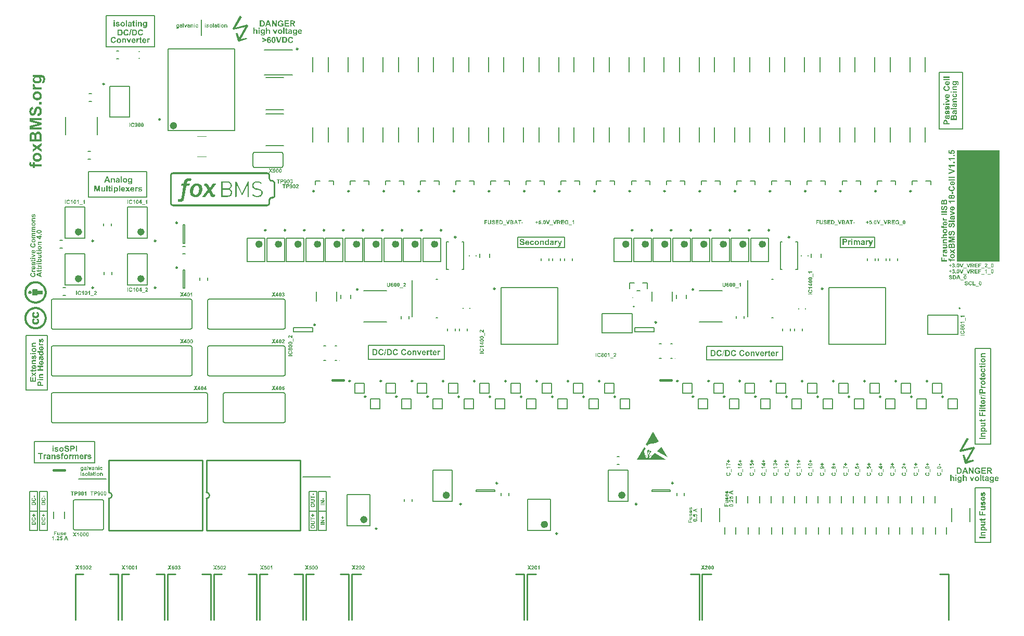
<source format=gto>
G04*
G04 #@! TF.GenerationSoftware,Altium Limited,Altium Designer,21.4.1 (30)*
G04*
G04 Layer_Color=65535*
%FSLAX25Y25*%
%MOIN*%
G70*
G04*
G04 #@! TF.SameCoordinates,3F7B9525-E0B4-4A28-A4E6-3C1D8492A5F8*
G04*
G04*
G04 #@! TF.FilePolarity,Positive*
G04*
G01*
G75*
%ADD10C,0.02362*%
%ADD11C,0.00984*%
%ADD12C,0.00394*%
%ADD13C,0.00787*%
%ADD14C,0.01000*%
%ADD15C,0.00000*%
%ADD16C,0.01575*%
%ADD17C,0.00800*%
G36*
X158521Y288375D02*
X158933Y288246D01*
X159308Y288043D01*
X159634Y287774D01*
X159904Y287448D01*
X160108Y287073D01*
X160237Y286660D01*
X160282Y286220D01*
Y284588D01*
X160358Y284172D01*
X160573Y283835D01*
X160907Y283610D01*
X161347Y283527D01*
X161792Y283484D01*
X162208Y283359D01*
X162583Y283158D01*
X162908Y282891D01*
X163174Y282568D01*
X163374Y282193D01*
X163501Y281776D01*
X163544Y281329D01*
Y273716D01*
X163499Y273275D01*
X163370Y272863D01*
X163167Y272489D01*
X162898Y272163D01*
X162571Y271893D01*
X162197Y271690D01*
X161785Y271561D01*
X161344Y271517D01*
X160906Y271440D01*
X160573Y271225D01*
X160358Y270892D01*
X160281Y270452D01*
X160282Y268826D01*
X160236Y268384D01*
X160107Y267971D01*
X159904Y267598D01*
X159634Y267271D01*
X159308Y267003D01*
X158933Y266798D01*
X158521Y266669D01*
X158080Y266624D01*
X98250D01*
X97808Y266669D01*
X97396Y266798D01*
X97021Y267003D01*
X96695Y267271D01*
X96425Y267598D01*
X96221Y267971D01*
X96092Y268384D01*
X96048Y268826D01*
Y286220D01*
X96084Y286690D01*
X96191Y287117D01*
X96367Y287494D01*
X96612Y287813D01*
X96926Y288072D01*
X97304Y288262D01*
X97747Y288380D01*
X98250Y288420D01*
X158080D01*
X158521Y288375D01*
D02*
G37*
G36*
X627500Y302500D02*
X627500Y231250D01*
X600000Y231250D01*
X600000Y302500D01*
X627500Y302500D01*
D02*
G37*
G36*
X6560Y212378D02*
X6770Y212330D01*
X6950Y212248D01*
X7100Y212132D01*
X7215Y211984D01*
X7297Y211803D01*
X7346Y211593D01*
X7361Y211354D01*
X7346Y211114D01*
X7297Y210904D01*
X7215Y210725D01*
X7100Y210575D01*
X6950Y210459D01*
X6770Y210377D01*
X6560Y210329D01*
X6321Y210314D01*
X6079Y210329D01*
X5866Y210377D01*
X5684Y210459D01*
X5533Y210575D01*
X5416Y210723D01*
X5333Y210904D01*
X5283Y211114D01*
X5268Y211354D01*
X5283Y211594D01*
X5333Y211804D01*
X5416Y211984D01*
X5533Y212132D01*
X5683Y212248D01*
X5866Y212330D01*
X6079Y212378D01*
X6321Y212395D01*
X6560Y212378D01*
D02*
G37*
G36*
X11107Y212509D02*
X14561D01*
Y210200D01*
X11107D01*
Y209387D01*
X8144D01*
X7954Y209422D01*
X7790Y209534D01*
X7679Y209698D01*
X7642Y209889D01*
Y212820D01*
X7679Y213002D01*
X7790Y213167D01*
X7953Y213283D01*
X8144Y213322D01*
X11107D01*
Y212509D01*
D02*
G37*
G36*
X10652Y218482D02*
X11359Y218387D01*
X12035Y218227D01*
X12680Y218003D01*
X13292Y217716D01*
X13873Y217363D01*
X14423Y216947D01*
X14941Y216468D01*
X15441Y215912D01*
X15875Y215333D01*
X16241Y214728D01*
X16541Y214100D01*
X16775Y213446D01*
X16942Y212769D01*
X17043Y212067D01*
X17076Y211342D01*
X17043Y210628D01*
X16943Y209938D01*
X16779Y209272D01*
X16548Y208630D01*
X16251Y208012D01*
X15888Y207417D01*
X15460Y206849D01*
X14965Y206302D01*
X14425Y205809D01*
X13859Y205380D01*
X13267Y205018D01*
X12647Y204720D01*
X12003Y204490D01*
X11332Y204325D01*
X10636Y204226D01*
X9915Y204193D01*
X9191Y204226D01*
X8495Y204324D01*
X7821Y204490D01*
X7172Y204720D01*
X6547Y205017D01*
X5948Y205380D01*
X5374Y205809D01*
X4826Y206302D01*
X4340Y206834D01*
X3920Y207395D01*
X3563Y207982D01*
X3272Y208599D01*
X3045Y209242D01*
X2883Y209914D01*
X2785Y210613D01*
X2748Y211092D01*
X2754Y211344D01*
X4139Y211280D01*
X4163Y210778D01*
X4242Y210212D01*
X4372Y209669D01*
X4556Y209150D01*
X4794Y208654D01*
X5083Y208180D01*
X5426Y207730D01*
X5820Y207302D01*
X6271Y206897D01*
X6738Y206546D01*
X7223Y206250D01*
X7725Y206008D01*
X8245Y205818D01*
X8783Y205683D01*
X9338Y205603D01*
X9913Y205574D01*
X10488Y205602D01*
X11044Y205681D01*
X11580Y205815D01*
X12096Y206002D01*
X12593Y206242D01*
X13070Y206536D01*
X13528Y206885D01*
X13966Y207285D01*
X14368Y207724D01*
X14716Y208183D01*
X15010Y208661D01*
X15251Y209160D01*
X15439Y209681D01*
X15573Y210221D01*
X15653Y210782D01*
X15680Y211363D01*
X15653Y211943D01*
X15573Y212504D01*
X15438Y213045D01*
X15250Y213566D01*
X15008Y214071D01*
X14712Y214556D01*
X14361Y215021D01*
X13957Y215469D01*
X13544Y215859D01*
X13105Y216197D01*
X12640Y216481D01*
X12148Y216715D01*
X11630Y216898D01*
X11086Y217028D01*
X10515Y217106D01*
X9916Y217133D01*
X9326Y217106D01*
X8759Y217027D01*
X8214Y216895D01*
X7691Y216711D01*
X7191Y216475D01*
X6713Y216185D01*
X6258Y215843D01*
X5824Y215447D01*
X5429Y215015D01*
X5086Y214560D01*
X4795Y214083D01*
X4558Y213585D01*
X4374Y213064D01*
X4242Y212522D01*
X4163Y211956D01*
X4136Y211437D01*
X4140Y211280D01*
X4139Y211280D01*
D01*
X2754Y211344D01*
X2785Y212080D01*
X2883Y212790D01*
X3045Y213471D01*
X3271Y214122D01*
X3563Y214743D01*
X3918Y215335D01*
X4339Y215897D01*
X4825Y216430D01*
X5360Y216918D01*
X5924Y217342D01*
X6517Y217701D01*
X7140Y217994D01*
X7791Y218222D01*
X8471Y218385D01*
X9178Y218482D01*
X9915Y218515D01*
X10652Y218482D01*
D02*
G37*
G36*
X10639Y202022D02*
X11338Y201926D01*
X12016Y201764D01*
X12670Y201537D01*
X13293Y201248D01*
X13881Y200896D01*
X14429Y200483D01*
X14941Y200009D01*
X15428Y199467D01*
X15855Y198890D01*
X16221Y198278D01*
X16526Y197631D01*
X16767Y196960D01*
X16938Y196278D01*
X17042Y195586D01*
X17076Y194882D01*
X17042Y194180D01*
X16940Y193493D01*
X16770Y192820D01*
X16532Y192164D01*
X16230Y191532D01*
X15868Y190933D01*
X15444Y190368D01*
X14959Y189836D01*
X14429Y189353D01*
X13865Y188930D01*
X13269Y188569D01*
X12639Y188270D01*
X11985Y188036D01*
X11312Y187867D01*
X10622Y187767D01*
X9915Y187733D01*
X9212Y187767D01*
X8522Y187870D01*
X7846Y188039D01*
X7185Y188276D01*
X6546Y188579D01*
X5942Y188943D01*
X5373Y189369D01*
X4838Y189855D01*
X4350Y190381D01*
X3927Y190936D01*
X3568Y191521D01*
X3275Y192135D01*
X3047Y192778D01*
X2884Y193450D01*
X2786Y194150D01*
X2755Y194619D01*
X2755Y194855D01*
X4123Y194844D01*
Y194844D01*
X2755Y194855D01*
Y194855D01*
X2755D01*
X2786Y195618D01*
X2885Y196327D01*
X3049Y197009D01*
X3279Y197662D01*
X3574Y198288D01*
X3934Y198886D01*
X4359Y199454D01*
X4851Y199996D01*
X5374Y200470D01*
X5933Y200884D01*
X6529Y201238D01*
X7160Y201531D01*
X7819Y201761D01*
X8498Y201924D01*
X9196Y202022D01*
X9915Y202056D01*
X10639Y202022D01*
D02*
G37*
G36*
X405396Y122016D02*
X405408Y122009D01*
X405411Y122003D01*
X409012Y115757D01*
X409012Y115757D01*
X409013Y115755D01*
X409015Y115752D01*
X409016Y115749D01*
X409016Y115745D01*
Y115744D01*
Y115741D01*
X409014Y115734D01*
X409011Y115728D01*
X409007Y115724D01*
X409004Y115722D01*
X408965Y115696D01*
X408965D01*
X408965Y115696D01*
X408965Y115696D01*
X408949Y115684D01*
X408916Y115663D01*
X408882Y115641D01*
X408849Y115619D01*
X408832Y115609D01*
X408832Y115609D01*
X408819Y115601D01*
X408794Y115585D01*
X408768Y115569D01*
X408742Y115553D01*
X408729Y115546D01*
Y115545D01*
X408718Y115539D01*
X408697Y115526D01*
X408675Y115513D01*
X408653Y115500D01*
X408642Y115494D01*
X408642D01*
X408642Y115494D01*
X408562Y115449D01*
X408562D01*
X408562Y115449D01*
X408562Y115449D01*
X408562Y115449D01*
X408562Y115449D01*
X408562Y115449D01*
X408562Y115449D01*
X408562Y115449D01*
X408562Y115448D01*
X408491Y115410D01*
X408490Y115409D01*
Y115409D01*
X408490Y115409D01*
X408490Y115409D01*
X408490Y115409D01*
X408490Y115409D01*
X408490Y115409D01*
X408418Y115371D01*
Y115371D01*
X408418Y115371D01*
X408418Y115371D01*
X408418Y115371D01*
X408418Y115371D01*
X408418Y115371D01*
X408418Y115371D01*
X408418Y115371D01*
X408417Y115371D01*
X408354Y115338D01*
X408353Y115338D01*
Y115338D01*
X408353Y115338D01*
X408289Y115306D01*
X408289Y115306D01*
X408289Y115306D01*
X408289Y115306D01*
X408288Y115305D01*
X408288Y115305D01*
X408288Y115305D01*
X408288Y115305D01*
X408288Y115305D01*
X408232Y115278D01*
X408232Y115278D01*
Y115278D01*
X408232Y115278D01*
X408175Y115251D01*
X408175D01*
X408175Y115251D01*
X408118Y115225D01*
X408118D01*
X408118Y115225D01*
X408069Y115203D01*
X408069Y115203D01*
X408069Y115203D01*
X408021Y115182D01*
X408021D01*
X408020Y115182D01*
X408020Y115182D01*
X408020Y115181D01*
X408020Y115181D01*
X408020Y115181D01*
X407971Y115160D01*
X407971D01*
X407971Y115160D01*
X407922Y115140D01*
X407922D01*
X407922Y115140D01*
X407922Y115140D01*
X407922Y115140D01*
X407922Y115140D01*
X407922Y115139D01*
X407873Y115120D01*
X407873Y115120D01*
X407832Y115103D01*
X407832D01*
X407832Y115103D01*
X407791Y115087D01*
X407791D01*
X407791Y115087D01*
X407750Y115071D01*
X407750D01*
X407750Y115071D01*
X407750Y115071D01*
X407750Y115071D01*
X407749Y115071D01*
X407749Y115071D01*
X407709Y115055D01*
Y115055D01*
X407709Y115055D01*
X407709Y115055D01*
X407709Y115055D01*
X407709Y115055D01*
X407709Y115055D01*
X407668Y115040D01*
X407668D01*
X407667Y115040D01*
X407626Y115025D01*
X407626D01*
X407626Y115025D01*
X407626Y115025D01*
X407626Y115025D01*
X407626Y115025D01*
X407626Y115025D01*
X407586Y115010D01*
X407585Y115010D01*
Y115010D01*
X407585Y115010D01*
X407585Y115010D01*
X407585Y115010D01*
X407585Y115010D01*
X407584Y115010D01*
X407545Y114996D01*
X407545Y114996D01*
X407544Y114996D01*
X407544Y114996D01*
X407544Y114996D01*
X407544Y114996D01*
X407544Y114996D01*
X407503Y114981D01*
X407503D01*
X407502Y114981D01*
X407470Y114970D01*
X407470Y114970D01*
Y114970D01*
X407470Y114970D01*
X407470Y114970D01*
X407469Y114970D01*
X407469Y114970D01*
X407469Y114970D01*
X407437Y114959D01*
X407437Y114959D01*
X407437Y114959D01*
X407437Y114959D01*
X407437Y114959D01*
X407437Y114959D01*
X407404Y114948D01*
X407404D01*
X407404Y114948D01*
X407371Y114937D01*
X407371D01*
X407370Y114937D01*
X407338Y114927D01*
X407338Y114927D01*
X407338Y114927D01*
X407338Y114927D01*
X407338Y114927D01*
X407338Y114927D01*
X407337Y114927D01*
X407304Y114917D01*
X407304D01*
X407304Y114917D01*
X407271Y114906D01*
X407271D01*
X407271Y114906D01*
X407238Y114896D01*
X407238Y114896D01*
X407238Y114896D01*
X407205Y114886D01*
X407205Y114886D01*
X407205Y114886D01*
X407205Y114886D01*
X407205Y114886D01*
X407205Y114886D01*
X407205Y114886D01*
X407205Y114886D01*
X407173Y114877D01*
X407172Y114876D01*
Y114876D01*
X407172Y114876D01*
X407172Y114876D01*
X407172Y114876D01*
X407172Y114876D01*
X407172Y114876D01*
X407139Y114867D01*
X407139Y114867D01*
Y114867D01*
X407138Y114867D01*
X407106Y114857D01*
X407106D01*
X407106Y114857D01*
X407073Y114848D01*
X407073D01*
X407073Y114848D01*
X407073Y114848D01*
X407073Y114848D01*
X407072Y114848D01*
X407072Y114848D01*
X407040Y114839D01*
X407040Y114839D01*
X407040Y114839D01*
X407040Y114839D01*
X407040Y114839D01*
X407040Y114839D01*
X407039Y114839D01*
X407007Y114830D01*
X407007D01*
X407007Y114830D01*
X406974Y114821D01*
X406974D01*
X406974Y114821D01*
X406941Y114812D01*
X406941D01*
X406941Y114812D01*
X406916Y114806D01*
X406916D01*
X406916Y114806D01*
X406891Y114799D01*
X406891D01*
X406891Y114799D01*
X406891Y114799D01*
X406891Y114799D01*
X406891Y114799D01*
X406891Y114799D01*
X406867Y114793D01*
X406866Y114793D01*
Y114793D01*
X406866Y114793D01*
X406842Y114787D01*
X406842Y114787D01*
Y114787D01*
X406841D01*
X406841Y114787D01*
X406841Y114787D01*
X406841Y114787D01*
X406841Y114787D01*
X406817Y114780D01*
X406817Y114780D01*
Y114780D01*
X406816Y114780D01*
X406792Y114774D01*
X406792Y114774D01*
Y114774D01*
X406791Y114774D01*
X406768Y114768D01*
X406768Y114768D01*
X406768Y114768D01*
X406767Y114768D01*
X406767Y114768D01*
X406767Y114768D01*
X406767Y114768D01*
X406742Y114762D01*
X406742D01*
X406742Y114762D01*
X406718Y114756D01*
X406718D01*
X406718Y114756D01*
X406717Y114756D01*
X406717Y114756D01*
X406717Y114756D01*
X406717Y114756D01*
X406693Y114751D01*
X406693Y114751D01*
X406668Y114745D01*
X406668D01*
X406668Y114745D01*
X406668Y114745D01*
X406668Y114745D01*
X406668Y114745D01*
X406668Y114745D01*
X406644Y114739D01*
X406643Y114739D01*
X406619Y114733D01*
X406619D01*
X406619Y114733D01*
X406619Y114733D01*
X406619Y114733D01*
X406618Y114733D01*
X406618Y114733D01*
X406594Y114728D01*
X406594Y114728D01*
X406594Y114728D01*
X406594Y114728D01*
X406594Y114728D01*
X406594Y114728D01*
X406569Y114722D01*
Y114722D01*
X406569Y114722D01*
X406569Y114722D01*
X406545Y114717D01*
X406545D01*
X406544Y114717D01*
X406520Y114712D01*
Y114712D01*
X406520Y114711D01*
X406495Y114706D01*
X406495D01*
X406495Y114706D01*
X406471Y114701D01*
X406471D01*
X406471Y114701D01*
X406446Y114696D01*
X406446D01*
X406446Y114696D01*
X406446Y114696D01*
X406446Y114696D01*
X406446Y114696D01*
X406446Y114696D01*
X406422Y114691D01*
X406422Y114691D01*
Y114691D01*
X406421Y114690D01*
X406397Y114686D01*
X406397Y114686D01*
X406397Y114685D01*
X406372Y114681D01*
X406372D01*
X406372Y114681D01*
X406348Y114676D01*
X406348D01*
X406348Y114676D01*
X406323Y114671D01*
X406323D01*
X406323Y114671D01*
X406299Y114666D01*
X406299D01*
X406298Y114666D01*
X406274Y114661D01*
X406274D01*
Y114661D01*
X406274D01*
Y114661D01*
X406250Y114656D01*
X406250Y114656D01*
X406233Y114653D01*
X406233D01*
X406233Y114653D01*
X406217Y114650D01*
X406217Y114650D01*
Y114650D01*
X406217Y114650D01*
X406201Y114647D01*
Y114647D01*
X406201Y114647D01*
X406201Y114647D01*
X406201Y114647D01*
X406201Y114647D01*
X406201Y114647D01*
X406200Y114647D01*
X406185Y114644D01*
X406184Y114644D01*
Y114644D01*
X406184Y114644D01*
X406168Y114641D01*
Y114641D01*
X406168Y114641D01*
X406168Y114641D01*
X406168Y114641D01*
X406168Y114641D01*
X406168Y114641D01*
X406152Y114638D01*
X406152D01*
X406152Y114638D01*
X406135Y114635D01*
X406135D01*
X406135Y114635D01*
X406119Y114632D01*
Y114632D01*
X406119Y114632D01*
X406103Y114629D01*
X406103D01*
X406087Y114626D01*
X406087D01*
X406087Y114626D01*
X406070Y114623D01*
X406070D01*
X406070Y114623D01*
X406055Y114620D01*
X406055D01*
X406054Y114620D01*
X406038Y114617D01*
X406038D01*
X406038Y114617D01*
X406038Y114617D01*
X406038Y114617D01*
X406038Y114617D01*
X406038D01*
X406022Y114615D01*
Y114615D01*
X406022Y114615D01*
X406005Y114612D01*
X406005D01*
X406005Y114612D01*
X406005Y114612D01*
X406005Y114612D01*
X406005Y114612D01*
X406005Y114612D01*
X405990Y114609D01*
X405989Y114609D01*
X405973Y114606D01*
X405973D01*
X405973Y114606D01*
X405973Y114606D01*
X405973Y114606D01*
X405973Y114606D01*
X405973Y114606D01*
X405957Y114603D01*
X405957Y114603D01*
X405941Y114601D01*
X405941D01*
X405940Y114601D01*
X405925Y114598D01*
X405925Y114598D01*
X405908Y114595D01*
X405908D01*
X405908Y114595D01*
X405893Y114593D01*
Y114593D01*
X405892Y114593D01*
X405876Y114590D01*
X405876D01*
X405876Y114590D01*
X405860Y114587D01*
X405860Y114587D01*
Y114587D01*
X405860D01*
X405860Y114587D01*
X405860Y114587D01*
X405860Y114587D01*
X405860Y114587D01*
X405844Y114585D01*
X405844Y114585D01*
X405828Y114582D01*
X405828D01*
X405828Y114582D01*
X405812Y114579D01*
Y114579D01*
X405812D01*
X405812Y114579D01*
X405812Y114579D01*
X405812Y114579D01*
X405812Y114579D01*
X405811Y114579D01*
X405796Y114577D01*
X405796Y114577D01*
Y114577D01*
X405796D01*
X405796Y114577D01*
X405796Y114577D01*
X405795Y114577D01*
X405795Y114577D01*
X405780Y114574D01*
X405780Y114574D01*
Y114574D01*
X405780D01*
X405780Y114574D01*
X405779Y114574D01*
X405779Y114574D01*
X405779Y114574D01*
X405764Y114572D01*
X405764Y114572D01*
X405748Y114569D01*
X405748D01*
X405732Y114567D01*
X405732D01*
X405731Y114567D01*
X405731Y114567D01*
X405731Y114567D01*
X405731Y114567D01*
X405731Y114567D01*
X405716Y114564D01*
X405716Y114564D01*
X405700Y114562D01*
X405700D01*
X405699Y114562D01*
X405684Y114559D01*
X405684Y114559D01*
Y114559D01*
X405683Y114559D01*
X405668Y114557D01*
X405668Y114557D01*
X405668Y114557D01*
X405668Y114557D01*
X405668Y114557D01*
X405668Y114557D01*
X405668Y114557D01*
X405652Y114554D01*
X405652D01*
X405651Y114554D01*
X405636Y114552D01*
X405636Y114552D01*
Y114552D01*
X405636D01*
X405636Y114552D01*
X405635Y114552D01*
X405635Y114552D01*
X405635Y114552D01*
X405620Y114550D01*
Y114550D01*
X405620Y114550D01*
X405604Y114547D01*
X405604D01*
X405588Y114545D01*
X405588D01*
X405588Y114545D01*
X405572Y114542D01*
X405572Y114542D01*
X405572Y114542D01*
X405564Y114541D01*
X405556Y114540D01*
X405548Y114539D01*
X405540Y114538D01*
X405540D01*
X405532Y114537D01*
X405532D01*
X405532Y114537D01*
X405525Y114535D01*
X405525D01*
X405525Y114535D01*
X405525Y114535D01*
X405525Y114535D01*
X405525Y114535D01*
X405524D01*
X405517Y114534D01*
X405517D01*
X405517Y114534D01*
X405516Y114534D01*
X405516Y114534D01*
X405516Y114534D01*
X405516D01*
X405509Y114533D01*
Y114533D01*
X405509D01*
X405509Y114533D01*
X405509Y114533D01*
X405509Y114533D01*
X405509Y114533D01*
X405508Y114533D01*
X405501Y114532D01*
X405501Y114532D01*
X405501Y114532D01*
X405501Y114532D01*
X405501Y114532D01*
X405501Y114532D01*
X405493Y114531D01*
X405493D01*
X405485Y114530D01*
X405485D01*
X405477Y114529D01*
X405477D01*
X405469Y114527D01*
X405469D01*
X405469Y114527D01*
X405462Y114526D01*
X405461Y114526D01*
X405454Y114525D01*
X405453Y114525D01*
X405446Y114524D01*
X405445Y114524D01*
X405438Y114523D01*
X405430Y114522D01*
X405430Y114522D01*
X405429Y114522D01*
X405422Y114521D01*
X405422Y114521D01*
X405414Y114520D01*
X405414D01*
X405406Y114518D01*
X405398Y114517D01*
X405390Y114516D01*
X405390D01*
X405390Y114516D01*
X405383Y114515D01*
X405382Y114515D01*
X405375Y114514D01*
X405374Y114514D01*
X405367Y114513D01*
X405367Y114513D01*
X405367Y114513D01*
X405367Y114513D01*
X405367Y114513D01*
X405367Y114513D01*
X405367Y114513D01*
X405366Y114513D01*
X405359Y114512D01*
X405359Y114512D01*
X405359Y114512D01*
X405336Y114509D01*
X405336D01*
X405328Y114507D01*
X405328D01*
X405328Y114507D01*
X405328D01*
X405328Y114507D01*
X405328D01*
X405320Y114506D01*
X405320D01*
X405320Y114506D01*
X405312Y114505D01*
X405312D01*
X405312Y114505D01*
X405312D01*
X405312Y114505D01*
X405312D01*
X405304Y114504D01*
X405304Y114504D01*
Y114504D01*
X405304Y114504D01*
X405297Y114503D01*
X405297D01*
X405297Y114503D01*
X405297Y114503D01*
X405297Y114503D01*
X405296Y114503D01*
X405296Y114503D01*
X405296D01*
X405289Y114502D01*
X405289Y114502D01*
Y114502D01*
X405289D01*
X405288Y114502D01*
X405288Y114502D01*
X405288Y114502D01*
X405288Y114502D01*
X405281Y114501D01*
X405280Y114501D01*
X405273Y114500D01*
X405273Y114500D01*
Y114500D01*
X405273Y114500D01*
X405273Y114500D01*
X405273Y114500D01*
X405273Y114500D01*
X405273Y114500D01*
X405266Y114499D01*
X405266D01*
X405265Y114499D01*
X405257Y114498D01*
X405257D01*
X405257Y114498D01*
X405257Y114498D01*
X405257Y114498D01*
X405257Y114498D01*
X405257Y114498D01*
X405250Y114497D01*
X405250Y114497D01*
X405234Y114495D01*
X405226Y114494D01*
X405226D01*
X405226Y114494D01*
X405226Y114494D01*
X405226D01*
X405226Y114494D01*
X405226Y114494D01*
X405219Y114492D01*
X405219Y114492D01*
X405218Y114492D01*
X405211Y114491D01*
X405211Y114491D01*
X405203Y114490D01*
X405203D01*
X405203Y114490D01*
X405195Y114489D01*
X405195Y114489D01*
X405187Y114488D01*
X405180Y114487D01*
X405180D01*
X405180Y114487D01*
X405180Y114487D01*
X405179Y114487D01*
X405179Y114487D01*
X405179D01*
X405172Y114486D01*
X405172Y114486D01*
Y114486D01*
X405172Y114486D01*
X405172Y114486D01*
X405172Y114486D01*
X405171Y114486D01*
X405171D01*
X405165Y114485D01*
X405164Y114485D01*
X405157Y114484D01*
X405157D01*
X405157Y114484D01*
X405157Y114484D01*
X405157Y114484D01*
X405157Y114484D01*
X405157Y114484D01*
X405156Y114484D01*
X405149Y114483D01*
X405149D01*
X405149Y114483D01*
X405149Y114483D01*
X405149Y114483D01*
X405149Y114483D01*
X405149Y114483D01*
X405148Y114483D01*
X405141Y114482D01*
X405141Y114482D01*
X405141Y114482D01*
X405126Y114480D01*
X405126Y114480D01*
X405125Y114480D01*
X405118Y114479D01*
Y114479D01*
X405118Y114479D01*
X405110Y114478D01*
X405110D01*
X405110Y114478D01*
X405103Y114477D01*
X405103D01*
X405102Y114477D01*
X405095Y114476D01*
X405095D01*
X405095Y114476D01*
X405095Y114476D01*
X405095D01*
X405094Y114476D01*
X405087Y114475D01*
X405087Y114475D01*
X405079Y114474D01*
X405079D01*
X405056Y114471D01*
X405049Y114470D01*
X405049D01*
X405048Y114470D01*
X405041Y114469D01*
X405041D01*
X405041Y114469D01*
X405033Y114468D01*
X405033D01*
X405033Y114468D01*
X405026Y114467D01*
X405026D01*
X405026Y114467D01*
X405018Y114466D01*
X405018D01*
X405018Y114466D01*
X405011Y114465D01*
X405011D01*
X405011Y114465D01*
X405011Y114465D01*
X405010Y114465D01*
X405010Y114465D01*
X405010Y114465D01*
X405010D01*
X405010Y114465D01*
X405010Y114465D01*
X405010Y114465D01*
X405010Y114465D01*
X405003Y114464D01*
X405003Y114464D01*
Y114464D01*
X405003D01*
X405003Y114464D01*
X405002Y114464D01*
X405002Y114464D01*
X405002Y114464D01*
X404995Y114463D01*
X404995Y114463D01*
X404987Y114462D01*
X404987Y114462D01*
X404987Y114462D01*
X404980Y114461D01*
X404980Y114461D01*
X404972Y114460D01*
X404972Y114460D01*
Y114460D01*
X404972D01*
X404972Y114460D01*
X404972Y114460D01*
X404972Y114460D01*
X404972Y114460D01*
X404965Y114459D01*
X404964Y114459D01*
X404957Y114458D01*
X404957D01*
X404957Y114458D01*
X404957Y114458D01*
X404957Y114458D01*
X404957Y114458D01*
X404957D01*
X404949Y114457D01*
X404949D01*
X404949Y114456D01*
X404942Y114456D01*
X404942D01*
X404942Y114456D01*
X404942Y114456D01*
X404942Y114456D01*
X404942Y114456D01*
X404942Y114456D01*
X404941Y114455D01*
X404935Y114455D01*
X404934Y114455D01*
X404934Y114454D01*
X404927Y114454D01*
X404926Y114453D01*
X404919Y114453D01*
X404919Y114453D01*
X404911Y114452D01*
X404911Y114452D01*
X404911Y114452D01*
X404904Y114451D01*
X404904Y114451D01*
X404904Y114451D01*
X404904Y114451D01*
X404904Y114451D01*
X404904Y114451D01*
X404903Y114451D01*
X404896Y114450D01*
X404896Y114450D01*
X404889Y114449D01*
X404889Y114449D01*
X404888Y114449D01*
X404881Y114448D01*
X404881D01*
X404881Y114448D01*
X404873Y114447D01*
X404874Y114447D01*
X404873Y114447D01*
X404866Y114446D01*
X404866Y114446D01*
X404858Y114445D01*
X404858Y114445D01*
X404858Y114445D01*
X404851Y114444D01*
X404851D01*
X404851Y114444D01*
X404851Y114444D01*
X404851Y114444D01*
X404851Y114444D01*
X404851Y114444D01*
X404843Y114443D01*
X404843D01*
X404843Y114443D01*
X404843Y114443D01*
X404843Y114443D01*
X404843Y114443D01*
X404843Y114443D01*
X404836Y114442D01*
X404835Y114442D01*
X404829Y114441D01*
X404828Y114441D01*
X404821Y114440D01*
X404821Y114440D01*
Y114440D01*
X404821Y114440D01*
X404820Y114440D01*
X404820Y114440D01*
X404820Y114440D01*
X404820Y114440D01*
X404813Y114439D01*
X404813Y114439D01*
X404806Y114438D01*
X404806Y114438D01*
X404806Y114438D01*
X404806Y114438D01*
X404806Y114438D01*
X404806Y114438D01*
X404806D01*
X404806Y114438D01*
X404805Y114438D01*
X404805Y114438D01*
X404805Y114438D01*
X404799Y114437D01*
X404798Y114437D01*
X404798Y114437D01*
X404791Y114436D01*
X404791Y114436D01*
Y114436D01*
X404791D01*
X404790Y114436D01*
X404790Y114436D01*
X404790Y114436D01*
X404790Y114436D01*
X404783Y114435D01*
X404783Y114435D01*
X404776Y114434D01*
X404776D01*
X404776Y114434D01*
X404768Y114433D01*
X404768Y114433D01*
X404768Y114433D01*
X404761Y114432D01*
X404761Y114432D01*
Y114432D01*
X404761D01*
X404761Y114432D01*
X404760Y114432D01*
X404760Y114432D01*
X404760Y114432D01*
X404753Y114431D01*
X404753Y114431D01*
Y114431D01*
X404753D01*
X404753Y114431D01*
X404753D01*
X404753Y114431D01*
X404746Y114430D01*
X404746Y114430D01*
X404746D01*
X404746Y114430D01*
X404746Y114430D01*
X404746D01*
X404745Y114430D01*
X404739Y114429D01*
X404738Y114429D01*
Y114429D01*
X404738D01*
X404738Y114429D01*
X404738D01*
X404738Y114429D01*
X404731Y114428D01*
X404731Y114428D01*
X404723Y114427D01*
X404723D01*
X404723Y114427D01*
X404716Y114426D01*
X404716D01*
X404716Y114426D01*
X404716Y114426D01*
X404716Y114426D01*
X404716Y114426D01*
X404716D01*
X404708Y114425D01*
X404708D01*
X404701Y114424D01*
X404701D01*
X404701Y114424D01*
X404694Y114423D01*
X404694Y114423D01*
X404686Y114422D01*
X404679Y114421D01*
X404679D01*
X404679Y114421D01*
X404678Y114421D01*
X404678Y114421D01*
X404678Y114421D01*
X404678Y114421D01*
X404671Y114420D01*
Y114420D01*
X404671Y114420D01*
X404649Y114417D01*
X404649D01*
X404649Y114417D01*
X404649Y114417D01*
X404649D01*
X404649Y114417D01*
X404642Y114416D01*
X404642Y114416D01*
X404634Y114415D01*
X404634Y114415D01*
X404634Y114415D01*
X404627Y114414D01*
X404627Y114414D01*
X404627Y114414D01*
X404620Y114413D01*
Y114413D01*
X404619Y114413D01*
X404613Y114412D01*
X404613Y114412D01*
X404612Y114412D01*
X404612Y114412D01*
X404612Y114412D01*
X404612Y114412D01*
X404612Y114412D01*
X404612Y114412D01*
X404605Y114411D01*
Y114411D01*
X404605D01*
X404605Y114411D01*
X404605Y114411D01*
X404605Y114411D01*
X404605Y114411D01*
X404605Y114411D01*
X404605Y114411D01*
X404604Y114411D01*
X404604Y114411D01*
X404604Y114411D01*
X404598Y114410D01*
X404597Y114410D01*
X404590Y114409D01*
X404590D01*
X404590Y114409D01*
X404590Y114409D01*
X404590Y114409D01*
X404590Y114409D01*
X404590Y114409D01*
X404590Y114409D01*
X404583Y114408D01*
X404583Y114408D01*
Y114408D01*
X404583Y114408D01*
X404583Y114408D01*
X404582Y114408D01*
X404582Y114408D01*
X404582D01*
X404576Y114407D01*
X404576D01*
X404576Y114407D01*
X404576Y114407D01*
X404575Y114407D01*
X404575Y114407D01*
X404575Y114407D01*
X404575Y114407D01*
X404568Y114406D01*
Y114406D01*
X404568D01*
X404568Y114406D01*
X404568Y114406D01*
X404568Y114406D01*
X404568Y114406D01*
X404568Y114406D01*
X404561Y114405D01*
Y114405D01*
X404561Y114405D01*
X404553Y114404D01*
X404553D01*
X404553Y114404D01*
X404553Y114404D01*
X404553Y114404D01*
X404553D01*
X404553Y114404D01*
X404546Y114403D01*
X404546Y114403D01*
X404539Y114402D01*
X404539Y114402D01*
X404531Y114401D01*
X404531D01*
X404524Y114400D01*
X404524Y114400D01*
X404524Y114400D01*
X404517Y114399D01*
X404517Y114399D01*
Y114399D01*
X404516Y114399D01*
X404510Y114398D01*
X404510D01*
X404510Y114398D01*
X404510Y114398D01*
X404510Y114398D01*
X404509Y114398D01*
X404509Y114398D01*
X404509Y114398D01*
X404503Y114397D01*
X404503D01*
X404503Y114397D01*
X404502Y114397D01*
X404502Y114397D01*
X404502Y114397D01*
X404502Y114397D01*
X404495Y114396D01*
X404495Y114396D01*
X404488Y114395D01*
X404488D01*
X404480Y114394D01*
X404480D01*
X404480Y114394D01*
X404480D01*
X404473Y114393D01*
X404473D01*
X404459Y114391D01*
X404459D01*
X404451Y114390D01*
X404451D01*
X404451Y114390D01*
X404444Y114389D01*
X404444D01*
X404437Y114388D01*
X404437D01*
X404422Y114386D01*
Y114386D01*
X404408Y114384D01*
X404408D01*
X404401Y114383D01*
X404401D01*
X404394Y114382D01*
X404394D01*
X404394Y114382D01*
X404394D01*
X404386Y114381D01*
X404386D01*
X404372Y114379D01*
X404372D01*
Y114379D01*
X404365Y114378D01*
X404365Y114378D01*
X404358Y114377D01*
X404358Y114377D01*
X404358D01*
X404351Y114376D01*
Y114376D01*
X404351Y114376D01*
X404351D01*
X404343Y114375D01*
X404343Y114375D01*
X404336Y114374D01*
X404336D01*
X404336Y114374D01*
X404336D01*
X404329Y114373D01*
X404329D01*
X404315Y114371D01*
X404315D01*
X404308Y114370D01*
X404308Y114370D01*
X404301Y114369D01*
Y114369D01*
X404301D01*
X404293Y114368D01*
X404293Y114368D01*
X404279Y114366D01*
X404272Y114365D01*
X404272D01*
X404265Y114364D01*
X404258Y114363D01*
X404258Y114363D01*
X404251Y114362D01*
X404237Y114359D01*
X404237D01*
X404230Y114358D01*
X404223Y114357D01*
X404223Y114357D01*
X404216Y114356D01*
Y114356D01*
X404216D01*
X404209Y114355D01*
X404209Y114355D01*
X404202Y114354D01*
X404202D01*
X404195Y114353D01*
X404195D01*
X404188Y114352D01*
X404188D01*
Y114352D01*
X404188D01*
X404181Y114351D01*
X404181D01*
X404174Y114350D01*
X404167Y114349D01*
X404167Y114349D01*
X404160Y114348D01*
X404160D01*
X404160Y114348D01*
X404160D01*
X404153Y114347D01*
X404153D01*
X404146Y114346D01*
X404146D01*
X404132Y114343D01*
X404132Y114344D01*
X404125Y114342D01*
Y114342D01*
X404125D01*
X404118Y114341D01*
X404118Y114341D01*
X404111Y114340D01*
X404111D01*
X404104Y114339D01*
X404104Y114339D01*
X404097Y114338D01*
X404097D01*
X404083Y114336D01*
X404083D01*
X404070Y114334D01*
X404070Y114334D01*
X404049Y114330D01*
X404049Y114330D01*
X404028Y114327D01*
X404028D01*
X404022Y114326D01*
X404022D01*
Y114326D01*
X404022D01*
X404015Y114325D01*
X404015D01*
X404008Y114324D01*
X404008Y114324D01*
X404001Y114322D01*
X404001D01*
X404001Y114322D01*
X404001D01*
X403994Y114321D01*
X403994D01*
X403987Y114320D01*
X403988D01*
X403981Y114319D01*
X403981Y114319D01*
X403960Y114316D01*
X403960D01*
X403954Y114314D01*
X403954Y114314D01*
X403947Y114313D01*
X403947D01*
X403940Y114312D01*
X403940Y114312D01*
X403927Y114310D01*
X403927D01*
X403913Y114307D01*
X403913Y114307D01*
X403913Y114307D01*
X403900Y114305D01*
X403900Y114305D01*
X403886Y114303D01*
X403886Y114303D01*
X403873Y114300D01*
X403873Y114300D01*
X403872Y114300D01*
X403860Y114298D01*
X403860Y114298D01*
Y114298D01*
X403859Y114298D01*
X403847Y114296D01*
Y114296D01*
X403847Y114296D01*
X403847Y114296D01*
X403847Y114296D01*
X403846Y114296D01*
X403846Y114296D01*
X403833Y114293D01*
X403833Y114293D01*
X403833Y114293D01*
X403820Y114291D01*
X403820Y114291D01*
X403820Y114291D01*
X403820Y114291D01*
X403820Y114291D01*
X403820Y114291D01*
X403820Y114291D01*
X403820Y114291D01*
X403807Y114288D01*
Y114288D01*
X403807Y114288D01*
X403793Y114286D01*
X403793Y114286D01*
X403780Y114283D01*
X403780Y114283D01*
X403780Y114283D01*
X403767Y114281D01*
X403767Y114281D01*
X403767Y114281D01*
X403767Y114281D01*
X403767Y114281D01*
X403767Y114281D01*
X403767Y114281D01*
X403767Y114281D01*
X403754Y114278D01*
X403754Y114278D01*
X403754Y114278D01*
X403754Y114278D01*
X403754Y114278D01*
X403754Y114278D01*
X403754Y114278D01*
X403754Y114278D01*
X403741Y114276D01*
X403741Y114276D01*
Y114276D01*
X403741Y114276D01*
X403728Y114273D01*
X403728D01*
X403728Y114273D01*
X403728D01*
X403728Y114273D01*
X403715Y114271D01*
X403715Y114271D01*
X403702Y114268D01*
X403689Y114265D01*
X403689Y114265D01*
X403689Y114265D01*
X403677Y114263D01*
X403677D01*
X403676Y114263D01*
X403663Y114260D01*
X403663Y114260D01*
X403663Y114260D01*
X403651Y114258D01*
X403651Y114258D01*
X403651D01*
X403651Y114258D01*
X403651Y114258D01*
X403651Y114258D01*
X403651Y114258D01*
X403650Y114258D01*
X403638Y114255D01*
X403638Y114255D01*
X403625Y114252D01*
X403625Y114252D01*
X403612Y114250D01*
X403612D01*
X403612Y114250D01*
X403612Y114249D01*
X403612Y114249D01*
X403612Y114249D01*
X403612Y114249D01*
X403600Y114247D01*
X403600D01*
X403600Y114247D01*
X403587Y114244D01*
X403587Y114244D01*
X403574Y114241D01*
X403574Y114241D01*
X403562Y114238D01*
X403562Y114239D01*
X403561Y114238D01*
X403549Y114236D01*
Y114236D01*
X403549D01*
X403549Y114236D01*
X403549Y114236D01*
X403549Y114236D01*
X403549Y114236D01*
X403549Y114236D01*
X403537Y114233D01*
X403537Y114233D01*
X403537Y114233D01*
X403524Y114230D01*
X403524Y114230D01*
X403524Y114230D01*
X403512Y114227D01*
X403512Y114227D01*
X403512Y114227D01*
X403512Y114227D01*
X403512Y114227D01*
X403512Y114227D01*
X403511Y114227D01*
X403499Y114224D01*
X403499Y114224D01*
X403499D01*
X403499Y114224D01*
X403499Y114224D01*
X403499Y114224D01*
X403499Y114224D01*
X403487Y114221D01*
X403487Y114221D01*
X403474Y114218D01*
X403474Y114218D01*
X403474Y114218D01*
X403463Y114216D01*
X403463Y114216D01*
X403463Y114216D01*
X403462Y114216D01*
X403462Y114216D01*
X403462Y114216D01*
X403462Y114216D01*
X403462Y114215D01*
X403450Y114213D01*
X403450Y114213D01*
X403450Y114213D01*
X403438Y114209D01*
X403438Y114209D01*
X403425Y114207D01*
X403413Y114203D01*
X403413D01*
X403413Y114203D01*
X403413Y114203D01*
X403413D01*
X403413Y114203D01*
X403413Y114203D01*
X403401Y114200D01*
X403401D01*
X403401Y114200D01*
X403401D01*
X403401Y114200D01*
X403401D01*
X403401Y114200D01*
X403401Y114200D01*
X403389Y114197D01*
X403389Y114197D01*
X403389D01*
X403389Y114197D01*
X403389Y114197D01*
X403377Y114194D01*
X403377Y114194D01*
X403377Y114194D01*
X403377Y114194D01*
X403377Y114194D01*
X403377Y114194D01*
X403377Y114194D01*
X403365Y114191D01*
X403365Y114191D01*
X403353Y114188D01*
X403353Y114188D01*
X403352Y114188D01*
X403341Y114185D01*
X403341D01*
X403341Y114185D01*
X403341Y114185D01*
X403341Y114185D01*
X403341Y114185D01*
X403341Y114185D01*
X403340Y114185D01*
X403329Y114182D01*
X403329Y114182D01*
X403329Y114181D01*
X403317Y114178D01*
X403317Y114178D01*
X403305Y114175D01*
X403305Y114175D01*
X403293Y114172D01*
X403293Y114172D01*
X403282Y114169D01*
X403282Y114169D01*
X403281Y114169D01*
X403270Y114165D01*
X403270Y114165D01*
X403258Y114162D01*
X403258Y114162D01*
X403258Y114162D01*
X403247Y114159D01*
X403247Y114158D01*
X403247Y114158D01*
X403247Y114158D01*
X403247Y114158D01*
X403247Y114158D01*
X403235Y114155D01*
Y114155D01*
X403235Y114155D01*
X403235D01*
X403235Y114155D01*
X403235Y114155D01*
X403235D01*
X403235Y114155D01*
X403224Y114152D01*
X403223Y114152D01*
X403223Y114152D01*
X403212Y114148D01*
X403212Y114148D01*
X403200Y114145D01*
X403200Y114145D01*
X403200Y114145D01*
X403189Y114141D01*
Y114141D01*
X403189Y114141D01*
X403188Y114141D01*
X403178Y114138D01*
X403178Y114138D01*
X403178Y114138D01*
X403177Y114138D01*
X403177Y114138D01*
X403177Y114138D01*
X403166Y114134D01*
X403166Y114134D01*
X403166Y114134D01*
X403155Y114131D01*
X403155Y114131D01*
X403155Y114131D01*
X403155Y114130D01*
X403155Y114130D01*
X403155Y114130D01*
X403154Y114130D01*
X403144Y114127D01*
Y114127D01*
X403144Y114127D01*
X403144Y114127D01*
X403143Y114127D01*
X403143Y114127D01*
X403143Y114127D01*
X403132Y114123D01*
X403132Y114123D01*
X403121Y114120D01*
X403121Y114120D01*
X403120Y114120D01*
X403110Y114116D01*
Y114116D01*
X403110Y114116D01*
X403110Y114116D01*
X403110Y114116D01*
X403110Y114116D01*
X403110Y114116D01*
X403098Y114112D01*
X403098Y114112D01*
X403087Y114108D01*
X403087Y114108D01*
X403087Y114108D01*
X403077Y114105D01*
X403076Y114105D01*
X403076Y114105D01*
X403076Y114105D01*
X403076Y114105D01*
X403076Y114105D01*
X403076Y114104D01*
X403066Y114101D01*
X403066D01*
X403065Y114101D01*
X403065Y114101D01*
X403065Y114101D01*
X403065Y114101D01*
X403065Y114101D01*
X403065Y114101D01*
X403054Y114097D01*
X403054Y114097D01*
X403054D01*
X403054Y114097D01*
X403054Y114097D01*
X403054D01*
X403054Y114097D01*
X403044Y114093D01*
Y114093D01*
X403044Y114093D01*
X403044Y114093D01*
X403043Y114093D01*
X403043Y114093D01*
X403043Y114093D01*
X403032Y114089D01*
X403032Y114089D01*
X403021Y114085D01*
X403021Y114085D01*
X403011Y114081D01*
X403011Y114081D01*
X403010Y114081D01*
X403000Y114077D01*
X403000Y114077D01*
X403000Y114077D01*
X403000Y114077D01*
X403000D01*
X403000Y114077D01*
X403000D01*
X402989Y114073D01*
X402989Y114073D01*
X402989Y114073D01*
X402978Y114069D01*
X402978Y114069D01*
X402978Y114069D01*
X402968Y114065D01*
X402968Y114065D01*
X402957Y114061D01*
X402957Y114061D01*
X402946Y114057D01*
X402946Y114057D01*
X402936Y114053D01*
X402936Y114053D01*
X402935Y114052D01*
X402926Y114049D01*
X402925Y114048D01*
Y114048D01*
X402925Y114048D01*
X402915Y114044D01*
X402915D01*
X402915Y114044D01*
X402915Y114044D01*
X402915Y114044D01*
X402915Y114044D01*
X402915Y114044D01*
X402904Y114040D01*
X402904Y114040D01*
X402894Y114035D01*
X402894Y114036D01*
X402894Y114035D01*
X402884Y114031D01*
X402884Y114031D01*
X402884Y114031D01*
X402873Y114027D01*
X402873Y114027D01*
X402863Y114022D01*
X402863Y114022D01*
X402863Y114022D01*
X402853Y114018D01*
X402853Y114018D01*
X402853Y114018D01*
X402843Y114013D01*
X402843Y114014D01*
X402833Y114009D01*
X402833D01*
X402833Y114009D01*
X402832Y114009D01*
X402832Y114009D01*
X402832Y114009D01*
X402832Y114009D01*
X402823Y114005D01*
X402823D01*
X402823Y114005D01*
X402823Y114005D01*
X402823Y114005D01*
X402823Y114004D01*
X402822Y114004D01*
X402812Y114000D01*
X402812Y114000D01*
X402802Y113995D01*
X402803Y113995D01*
X402802Y113995D01*
X402793Y113991D01*
Y113991D01*
X402793Y113991D01*
X402793Y113991D01*
X402793Y113991D01*
X402793Y113991D01*
X402793Y113990D01*
X402792Y113990D01*
X402783Y113986D01*
X402783Y113986D01*
X402783Y113986D01*
X402783Y113986D01*
X402783Y113986D01*
X402783Y113986D01*
X402783Y113986D01*
X402773Y113981D01*
X402773Y113981D01*
X402772Y113981D01*
X402763Y113977D01*
X402763Y113977D01*
X402763Y113977D01*
X402763Y113977D01*
X402763Y113976D01*
X402763Y113976D01*
X402763Y113976D01*
X402763Y113976D01*
X402753Y113972D01*
X402753Y113972D01*
X402753Y113972D01*
X402743Y113967D01*
X402734Y113962D01*
X402734Y113962D01*
X402733Y113962D01*
X402724Y113957D01*
Y113957D01*
X402724Y113957D01*
X402714Y113952D01*
X402714Y113952D01*
X402714Y113952D01*
X402705Y113947D01*
X402705Y113947D01*
X402705Y113947D01*
X402705Y113947D01*
X402705Y113947D01*
X402705Y113947D01*
X402705Y113947D01*
X402695Y113942D01*
X402695Y113942D01*
X402695D01*
Y113942D01*
X402695Y113942D01*
X402686Y113937D01*
X402686Y113937D01*
X402686Y113937D01*
X402677Y113932D01*
X402677D01*
X402677Y113932D01*
X402677Y113932D01*
X402677Y113932D01*
X402676Y113932D01*
X402676Y113932D01*
X402676Y113932D01*
X402676Y113932D01*
X402667Y113927D01*
X402667Y113927D01*
Y113927D01*
X402667Y113926D01*
X402658Y113922D01*
Y113922D01*
X402658D01*
X402658Y113922D01*
X402658Y113921D01*
X402658Y113921D01*
X402658Y113921D01*
X402658Y113921D01*
X402649Y113916D01*
X402649Y113916D01*
X402649Y113916D01*
X402649Y113916D01*
X402649Y113916D01*
X402648Y113916D01*
X402648Y113916D01*
X402640Y113911D01*
X402639Y113911D01*
X402630Y113906D01*
X402630Y113906D01*
X402630Y113906D01*
X402621Y113900D01*
X402621Y113900D01*
X402621Y113900D01*
X402607Y113892D01*
X402607Y113892D01*
X402607Y113892D01*
X402607Y113892D01*
X402607Y113892D01*
X402607Y113892D01*
X402594Y113884D01*
X402594Y113884D01*
X402593Y113884D01*
X402581Y113876D01*
X402581Y113876D01*
X402580Y113876D01*
X402580Y113876D01*
X402580Y113876D01*
X402580Y113876D01*
X402567Y113867D01*
X402567Y113868D01*
X402567Y113867D01*
X402554Y113859D01*
X402554Y113859D01*
X402554D01*
X402554Y113859D01*
X402554Y113859D01*
X402554Y113859D01*
X402554Y113859D01*
X402554Y113859D01*
X402554Y113859D01*
X402541Y113851D01*
X402541D01*
X402541Y113851D01*
X402528Y113842D01*
X402528Y113842D01*
X402515Y113833D01*
Y113833D01*
X402515Y113833D01*
X402502Y113824D01*
X402502Y113824D01*
X402502Y113824D01*
X402489Y113816D01*
X402489Y113815D01*
X402489Y113815D01*
Y113815D01*
X402489Y113815D01*
X402489Y113815D01*
X402489Y113815D01*
X402489Y113815D01*
X402489Y113815D01*
X402477Y113807D01*
X402477Y113807D01*
X402476Y113806D01*
X402464Y113798D01*
Y113798D01*
X402464Y113798D01*
X402464Y113798D01*
X402464Y113798D01*
X402464Y113797D01*
X402464Y113797D01*
X402452Y113788D01*
X402439Y113779D01*
X402440Y113779D01*
X402427Y113769D01*
X402428Y113770D01*
X402415Y113760D01*
X402416Y113760D01*
X402415Y113760D01*
X402400Y113748D01*
Y113747D01*
X402400Y113747D01*
X402400Y113747D01*
X402400Y113747D01*
X402400Y113747D01*
X402400Y113747D01*
X402400Y113747D01*
X402399Y113747D01*
Y113747D01*
X402399Y113747D01*
X402399Y113747D01*
X402399Y113747D01*
X402399Y113747D01*
X402399Y113747D01*
X402384Y113734D01*
X402384Y113734D01*
X402384Y113734D01*
X402368Y113721D01*
X402353Y113707D01*
X402353Y113708D01*
X402353Y113707D01*
X402338Y113694D01*
X402338Y113694D01*
X402338Y113694D01*
X402338Y113694D01*
X402338Y113694D01*
Y113694D01*
X402319Y113677D01*
X402301Y113659D01*
X402301D01*
X402301Y113659D01*
X402301Y113659D01*
X402301Y113659D01*
X402301Y113659D01*
X402301Y113659D01*
X402298Y113656D01*
X402293Y113651D01*
X402288Y113646D01*
X402282Y113641D01*
X402280Y113638D01*
Y113638D01*
X402280Y113638D01*
X402280Y113638D01*
X402279Y113638D01*
X402279Y113637D01*
X402279Y113637D01*
X402276Y113634D01*
X402270Y113628D01*
X402264Y113622D01*
X402259Y113616D01*
X402256Y113613D01*
X402256Y113613D01*
X402256Y113613D01*
X402255Y113612D01*
X402255Y113612D01*
X402255Y113612D01*
X402252Y113609D01*
X402245Y113601D01*
X402238Y113594D01*
X402231Y113586D01*
X402228Y113582D01*
Y113582D01*
X402216Y113568D01*
X402192Y113540D01*
X402170Y113512D01*
X402148Y113482D01*
X402137Y113467D01*
X402137Y113467D01*
X402137Y113467D01*
X402137Y113467D01*
X402137Y113467D01*
X402136Y113467D01*
X402106Y113423D01*
X402106Y113423D01*
X402105Y113423D01*
X402081Y113389D01*
Y113389D01*
X402081Y113389D01*
X402081Y113389D01*
X402081Y113388D01*
X402081Y113388D01*
X402081Y113388D01*
X402061Y113360D01*
X402061Y113360D01*
X402061Y113360D01*
X402061Y113359D01*
X402061Y113359D01*
X402061Y113359D01*
X402044Y113335D01*
Y113335D01*
X402043Y113335D01*
X402028Y113313D01*
X402028Y113313D01*
X402014Y113293D01*
X402014Y113293D01*
X402001Y113274D01*
X402001Y113274D01*
X401989Y113257D01*
X401989Y113257D01*
X401978Y113241D01*
X401978Y113241D01*
X401968Y113226D01*
X401968Y113226D01*
X401958Y113212D01*
X401958Y113212D01*
X401949Y113199D01*
Y113199D01*
X401949Y113198D01*
X401940Y113186D01*
X401940Y113186D01*
Y113186D01*
X401937Y113182D01*
X401929Y113176D01*
X401919Y113174D01*
X401909Y113175D01*
X401905Y113178D01*
X400703Y113872D01*
X400698Y113874D01*
X400692Y113883D01*
X400689Y113893D01*
X400690Y113903D01*
X400693Y113908D01*
X405366Y122003D01*
Y122003D01*
X405369Y122009D01*
X405381Y122016D01*
X405396Y122016D01*
D02*
G37*
G36*
X408562Y115449D02*
X408562Y115449D01*
X408562Y115449D01*
X408562Y115449D01*
D02*
G37*
G36*
X400905Y111620D02*
X400903Y111618D01*
X400901Y111614D01*
X400899Y111611D01*
X400897Y111608D01*
X400896Y111605D01*
X400894Y111602D01*
X400892Y111599D01*
X400890Y111596D01*
X400888Y111593D01*
X400886Y111590D01*
X400884Y111586D01*
X400882Y111583D01*
X400881Y111580D01*
X400879Y111577D01*
X400877Y111574D01*
X400875Y111571D01*
X400873Y111568D01*
X400871Y111565D01*
X400869Y111562D01*
X400868Y111558D01*
X400866Y111555D01*
X400864Y111552D01*
X400862Y111549D01*
X400860Y111546D01*
X400858Y111543D01*
X400856Y111540D01*
X400854Y111537D01*
X400853Y111534D01*
X400851Y111531D01*
X400849Y111528D01*
X400847Y111524D01*
X400845Y111521D01*
X400843Y111518D01*
X400842Y111515D01*
X400840Y111512D01*
X400838Y111509D01*
X400836Y111506D01*
X400834Y111503D01*
X400832Y111500D01*
X400831Y111497D01*
X400829Y111494D01*
X400827Y111491D01*
X400825Y111488D01*
X400824Y111486D01*
X400823Y111485D01*
X400822Y111483D01*
X400821Y111481D01*
X400820Y111480D01*
X400819Y111478D01*
X400818Y111477D01*
X400817Y111475D01*
X400817Y111474D01*
X400816Y111472D01*
X400815Y111471D01*
X400814Y111469D01*
X400813Y111468D01*
X400812Y111466D01*
X400811Y111465D01*
X400810Y111463D01*
X400809Y111461D01*
X400808Y111460D01*
X400807Y111458D01*
X400807Y111457D01*
X400806Y111455D01*
X400805Y111454D01*
X400804Y111452D01*
X400803Y111451D01*
X400802Y111449D01*
X400801Y111448D01*
X400800Y111446D01*
X400799Y111445D01*
X400798Y111443D01*
X400797Y111442D01*
X400796Y111440D01*
X400796Y111439D01*
X400795Y111437D01*
X400794Y111435D01*
X400793Y111434D01*
X400792Y111432D01*
X400791Y111431D01*
X400790Y111429D01*
X400789Y111428D01*
X400788Y111426D01*
X400787Y111425D01*
X400786Y111423D01*
X400785Y111422D01*
X400784Y111420D01*
X400784Y111419D01*
X400783Y111417D01*
X400782Y111416D01*
X400781Y111414D01*
X400780Y111413D01*
X400779Y111411D01*
X400778Y111409D01*
X400777Y111408D01*
X400776Y111406D01*
X400775Y111405D01*
X400774Y111403D01*
X400773Y111402D01*
X400773Y111400D01*
X400772Y111399D01*
X400771Y111397D01*
X400770Y111396D01*
X400769Y111394D01*
X400768Y111393D01*
X400767Y111391D01*
X400766Y111390D01*
X400765Y111388D01*
X400764Y111387D01*
X400764Y111385D01*
X400763Y111384D01*
X400762Y111382D01*
X400761Y111381D01*
X400760Y111379D01*
X400759Y111378D01*
X400758Y111376D01*
X400757Y111374D01*
X400756Y111373D01*
X400755Y111371D01*
X400754Y111370D01*
X400753Y111368D01*
X400752Y111367D01*
X400752Y111365D01*
X400751Y111364D01*
X400750Y111362D01*
X400749Y111361D01*
X400748Y111359D01*
X400747Y111358D01*
X400746Y111356D01*
X400745Y111355D01*
X400744Y111353D01*
X400743Y111352D01*
X400742Y111350D01*
X400742Y111349D01*
X400741Y111347D01*
X400740Y111346D01*
X400739Y111344D01*
X400738Y111343D01*
X400737Y111341D01*
X400736Y111339D01*
X400735Y111338D01*
X400734Y111337D01*
X400733Y111335D01*
X400733Y111333D01*
X400732Y111332D01*
X400731Y111330D01*
X400730Y111329D01*
X400729Y111327D01*
X400728Y111326D01*
X400727Y111324D01*
X400726Y111323D01*
X400725Y111321D01*
X400724Y111320D01*
X400723Y111318D01*
X400723Y111317D01*
X400722Y111315D01*
X400721Y111314D01*
X400720Y111312D01*
X400719Y111311D01*
X400718Y111309D01*
X400717Y111308D01*
X400716Y111306D01*
X400715Y111305D01*
X400714Y111303D01*
X400713Y111302D01*
X400713Y111300D01*
X400712Y111299D01*
X400711Y111297D01*
X400710Y111296D01*
X400709Y111294D01*
X400708Y111293D01*
X400707Y111291D01*
X400706Y111290D01*
X400705Y111288D01*
X400704Y111286D01*
X400703Y111285D01*
X400703Y111284D01*
X400702Y111282D01*
X400701Y111281D01*
X400700Y111279D01*
X400699Y111277D01*
X400698Y111276D01*
X400697Y111274D01*
X400696Y111273D01*
X400695Y111271D01*
X400694Y111270D01*
X400694Y111268D01*
X400693Y111267D01*
X400692Y111265D01*
X400691Y111264D01*
X400690Y111262D01*
X400689Y111261D01*
X400688Y111259D01*
X400687Y111258D01*
X400686Y111256D01*
X400685Y111255D01*
X400684Y111253D01*
X400684Y111252D01*
X400683Y111250D01*
X400682Y111249D01*
X400681Y111247D01*
X400680Y111246D01*
X400679Y111244D01*
X400678Y111243D01*
X400677Y111241D01*
X400676Y111240D01*
X400675Y111238D01*
X400674Y111237D01*
X400674Y111235D01*
X400673Y111234D01*
X400672Y111232D01*
X400671Y111231D01*
X400670Y111229D01*
X400669Y111228D01*
X400668Y111226D01*
X400667Y111225D01*
X400666Y111223D01*
X400666Y111222D01*
X400665Y111220D01*
X400664Y111219D01*
X400663Y111217D01*
X400662Y111216D01*
X400661Y111214D01*
X400660Y111213D01*
X400659Y111211D01*
X400658Y111210D01*
X400657Y111208D01*
X400657Y111207D01*
X400656Y111205D01*
X400655Y111204D01*
X400654Y111202D01*
X400653Y111201D01*
X400652Y111199D01*
X400651Y111198D01*
X400650Y111196D01*
X400649Y111195D01*
X400648Y111193D01*
X400647Y111192D01*
X400647Y111190D01*
X400645Y111187D01*
X400643Y111184D01*
X400641Y111181D01*
X400639Y111178D01*
X400638Y111175D01*
X400636Y111172D01*
X400634Y111169D01*
X400632Y111166D01*
X400630Y111163D01*
X400629Y111160D01*
X400627Y111157D01*
X400625Y111154D01*
X400623Y111151D01*
X400621Y111148D01*
X400620Y111145D01*
X400618Y111142D01*
X400616Y111139D01*
X400614Y111136D01*
X400612Y111133D01*
X400610Y111130D01*
X400609Y111127D01*
X400607Y111124D01*
X400605Y111121D01*
X400603Y111118D01*
X400601Y111115D01*
X400600Y111112D01*
X400598Y111109D01*
X400596Y111106D01*
X400594Y111103D01*
X400593Y111100D01*
X400591Y111097D01*
X400589Y111094D01*
X400587Y111091D01*
X400585Y111088D01*
X400584Y111085D01*
X400582Y111082D01*
X400580Y111079D01*
X400578Y111076D01*
X400576Y111073D01*
X400574Y111070D01*
X400573Y111067D01*
Y111067D01*
X400571Y111064D01*
X400569Y111061D01*
X400567Y111058D01*
X400565Y111055D01*
X400564Y111052D01*
X400562Y111049D01*
X400560Y111046D01*
X400558Y111044D01*
X400557Y111040D01*
X400554Y111036D01*
X400551Y111031D01*
X400549Y111027D01*
X400546Y111023D01*
X400543Y111018D01*
X400540Y111014D01*
X400538Y111009D01*
X400535Y111005D01*
X400532Y111000D01*
X400529Y110996D01*
X400527Y110991D01*
X400524Y110987D01*
X400521Y110982D01*
X400519Y110978D01*
X400516Y110973D01*
X400513Y110969D01*
X400511Y110965D01*
X400508Y110960D01*
X400505Y110956D01*
X400502Y110951D01*
X400500Y110947D01*
X400497Y110942D01*
X400494Y110938D01*
X400492Y110933D01*
X400489Y110929D01*
X400486Y110924D01*
X400484Y110920D01*
X400481Y110915D01*
X400478Y110911D01*
X400475Y110907D01*
X400473Y110902D01*
X400469Y110896D01*
X400465Y110890D01*
X400462Y110884D01*
X400458Y110878D01*
X400455Y110872D01*
X400451Y110866D01*
X400447Y110860D01*
X400444Y110854D01*
X400440Y110849D01*
X400436Y110843D01*
X400433Y110837D01*
X400429Y110831D01*
X400426Y110825D01*
X400422Y110819D01*
X400418Y110813D01*
X400415Y110807D01*
X400411Y110801D01*
X400407Y110795D01*
X400404Y110789D01*
X400400Y110783D01*
X400396Y110776D01*
X400391Y110768D01*
X400386Y110761D01*
X400382Y110754D01*
X400377Y110746D01*
X400373Y110739D01*
X400368Y110731D01*
X400364Y110724D01*
X400359Y110716D01*
X400354Y110709D01*
X400350Y110702D01*
X400345Y110694D01*
X400341Y110687D01*
X400336Y110679D01*
X400336Y110679D01*
X400330Y110670D01*
X400330Y110670D01*
X400325Y110661D01*
X400319Y110652D01*
X400319Y110652D01*
X400314Y110643D01*
X400308Y110635D01*
X400303Y110626D01*
X400303Y110626D01*
X400297Y110617D01*
X400292Y110608D01*
X400286Y110599D01*
X400280Y110589D01*
X400280Y110589D01*
X400273Y110578D01*
X400267Y110568D01*
X400267Y110568D01*
X400260Y110557D01*
X400253Y110547D01*
X400247Y110536D01*
X400240Y110526D01*
X400233Y110514D01*
X400233Y110514D01*
X400225Y110502D01*
X400225Y110502D01*
X400218Y110490D01*
X400210Y110478D01*
X400210Y110478D01*
X400202Y110466D01*
X400202Y110466D01*
X400194Y110453D01*
X400194Y110453D01*
X400185Y110439D01*
X400185Y110439D01*
X400177Y110426D01*
X400168Y110412D01*
X400158Y110397D01*
X400149Y110382D01*
Y110382D01*
X400139Y110367D01*
Y110367D01*
X400129Y110351D01*
X400118Y110334D01*
X400107Y110317D01*
X400095Y110299D01*
Y110299D01*
X400083Y110281D01*
X400071Y110261D01*
Y110261D01*
X400057Y110240D01*
Y110240D01*
X400043Y110219D01*
X400028Y110196D01*
Y110196D01*
X400012Y110172D01*
X399994Y110146D01*
Y110145D01*
X399974Y110115D01*
X399973Y110114D01*
X399973Y110114D01*
X399972Y110112D01*
X399971Y110111D01*
X399970Y110109D01*
X399970Y110108D01*
X399969Y110107D01*
X399968Y110105D01*
X399968Y110105D01*
X399967Y110104D01*
X399967Y110104D01*
X399967Y110104D01*
X399967Y110104D01*
X399966Y110103D01*
X399966Y110103D01*
X399966Y110102D01*
X399966Y110102D01*
X399965Y110102D01*
X399965Y110102D01*
X399965Y110101D01*
X399965Y110101D01*
X399964Y110100D01*
X399964Y110100D01*
X399964Y110100D01*
X399964Y110100D01*
X399963Y110099D01*
X399963Y110098D01*
X399963Y110098D01*
X399962Y110098D01*
X399962Y110098D01*
X399962Y110097D01*
X399962Y110097D01*
X399961Y110096D01*
X399961Y110096D01*
X399961Y110096D01*
X399961Y110096D01*
X399960Y110095D01*
X399960Y110095D01*
X399960Y110094D01*
X399960Y110094D01*
X399960Y110093D01*
X399960Y110093D01*
X399959Y110093D01*
X399959Y110093D01*
X399959Y110092D01*
X399958Y110091D01*
X399958Y110091D01*
X399958Y110091D01*
X399958Y110091D01*
X399957Y110090D01*
X399957Y110090D01*
X399957Y110089D01*
X399957Y110089D01*
X399956Y110089D01*
X399956Y110089D01*
X399956Y110088D01*
X399955Y110087D01*
X399955Y110087D01*
X399955Y110087D01*
X399955Y110087D01*
X399954Y110086D01*
X399954Y110086D01*
X399954Y110085D01*
X399954Y110085D01*
X399953Y110084D01*
X399953Y110084D01*
X399953Y110083D01*
X399953Y110083D01*
X399952Y110083D01*
X399952Y110082D01*
Y110082D01*
X399951Y110081D01*
X399951Y110081D01*
X399951Y110081D01*
X399950Y110080D01*
Y110080D01*
X399950Y110079D01*
X399950Y110079D01*
X399949Y110079D01*
X399949Y110078D01*
Y110078D01*
X399948Y110077D01*
X399948Y110077D01*
X399948Y110076D01*
X399947Y110076D01*
Y110076D01*
X399947Y110075D01*
X399947Y110075D01*
X399946Y110074D01*
X399946Y110074D01*
Y110074D01*
X399946Y110073D01*
X399946Y110073D01*
X399945Y110073D01*
Y110073D01*
X399945Y110072D01*
X399945Y110072D01*
X399944Y110071D01*
Y110071D01*
X399944Y110071D01*
X399944Y110071D01*
X399943Y110070D01*
Y110070D01*
X399943Y110069D01*
X399943Y110069D01*
X399942Y110069D01*
Y110069D01*
X399942Y110068D01*
X399942Y110068D01*
X399941Y110067D01*
Y110067D01*
X399941Y110067D01*
X399941Y110067D01*
X399940Y110066D01*
Y110066D01*
X399940Y110065D01*
X399939Y110065D01*
X399939Y110065D01*
X399939Y110064D01*
Y110064D01*
X399939Y110063D01*
X399939Y110063D01*
X399938Y110063D01*
Y110063D01*
X399938Y110062D01*
X399937Y110061D01*
X399937Y110061D01*
X399937Y110061D01*
Y110061D01*
X399936Y110060D01*
X399936Y110060D01*
X399936Y110059D01*
Y110059D01*
X399935Y110059D01*
X399935Y110059D01*
X399935Y110058D01*
X399934Y110057D01*
Y110057D01*
X399934Y110057D01*
X399934Y110057D01*
X399934Y110056D01*
Y110056D01*
X399933Y110055D01*
X399933Y110055D01*
X399933Y110055D01*
Y110055D01*
X399932Y110054D01*
X399932Y110054D01*
X399932Y110053D01*
X399931Y110053D01*
Y110053D01*
X399931Y110052D01*
X399931Y110052D01*
X399930Y110052D01*
X399930Y110051D01*
X399929Y110050D01*
Y110050D01*
X399929Y110049D01*
X399929Y110049D01*
X399928Y110049D01*
X399928Y110048D01*
Y110048D01*
X399927Y110048D01*
X399927Y110048D01*
X399927Y110047D01*
X399927Y110046D01*
X399926Y110046D01*
X399926Y110045D01*
X399925Y110044D01*
Y110044D01*
X399925Y110044D01*
X399925Y110044D01*
X399924Y110043D01*
X399924Y110042D01*
X399923Y110042D01*
Y110042D01*
X399923Y110041D01*
X399922Y110040D01*
Y110040D01*
X399922Y110040D01*
X399922Y110040D01*
X399922Y110039D01*
X399921Y110038D01*
Y110038D01*
X399921Y110038D01*
X399921Y110038D01*
X399920Y110037D01*
Y110037D01*
X399920Y110037D01*
X399919Y110036D01*
Y110036D01*
X399919Y110035D01*
X399919Y110035D01*
X399918Y110035D01*
Y110035D01*
X399918Y110034D01*
X399918Y110033D01*
X399917Y110033D01*
Y110033D01*
X399917Y110032D01*
Y110032D01*
X399916Y110031D01*
X399916Y110031D01*
X399916Y110031D01*
Y110031D01*
X399915Y110030D01*
X399915Y110029D01*
Y110029D01*
X399914Y110029D01*
X399914Y110028D01*
Y110028D01*
X399913Y110028D01*
X399913Y110028D01*
X399913Y110027D01*
Y110027D01*
X399913Y110026D01*
Y110026D01*
X399912Y110026D01*
X399912Y110025D01*
Y110025D01*
X399911Y110024D01*
Y110024D01*
X399911Y110024D01*
X399911Y110024D01*
X399910Y110023D01*
X399910Y110022D01*
Y110022D01*
X399909Y110022D01*
X399909Y110021D01*
Y110021D01*
X399908Y110020D01*
Y110020D01*
X399908Y110020D01*
D01*
X399908Y110020D01*
X399908Y110019D01*
X399907Y110019D01*
Y110019D01*
X399907Y110018D01*
X399906Y110017D01*
X399906Y110017D01*
X399906Y110017D01*
X399905Y110016D01*
X399905Y110015D01*
Y110015D01*
X399904Y110015D01*
X399904Y110014D01*
X399904Y110014D01*
X399904Y110013D01*
X399903Y110013D01*
X399903Y110013D01*
X399903Y110012D01*
X399902Y110011D01*
X399902Y110011D01*
X399902Y110011D01*
X399901Y110010D01*
X399901Y110010D01*
X399901Y110010D01*
X399901Y110009D01*
X399900Y110008D01*
X399900Y110008D01*
X399900Y110008D01*
X399900Y110008D01*
X399899Y110007D01*
X399899Y110007D01*
X399899Y110006D01*
X399899Y110006D01*
X399898Y110006D01*
X399898Y110006D01*
X399898Y110005D01*
X399898Y110005D01*
X399897Y110004D01*
X399897Y110004D01*
X399897Y110004D01*
X399897Y110004D01*
X399897Y110003D01*
X399897Y110003D01*
X399896Y110002D01*
X399896Y110002D01*
Y110002D01*
X399895Y110001D01*
X399895Y110001D01*
X399895Y110001D01*
X399895Y110001D01*
X399894Y110000D01*
X399894Y109999D01*
X399894Y109999D01*
X399893Y109999D01*
X399893Y109998D01*
X399893Y109998D01*
X399893Y109997D01*
X399892Y109997D01*
X399892Y109997D01*
X399892Y109996D01*
X399891Y109995D01*
X399891Y109995D01*
X399891Y109995D01*
X399890Y109994D01*
X399890Y109993D01*
Y109993D01*
X399889Y109993D01*
X399889Y109992D01*
X399889Y109992D01*
Y109992D01*
X399888Y109991D01*
X399888Y109990D01*
X399887Y109990D01*
Y109990D01*
X399887Y109989D01*
X399886Y109988D01*
Y109988D01*
X399886Y109988D01*
X399886Y109987D01*
X399885Y109986D01*
Y109986D01*
X399885Y109986D01*
D01*
X399885Y109986D01*
X399884Y109985D01*
Y109985D01*
X399884Y109984D01*
X399884Y109984D01*
Y109984D01*
X399883Y109983D01*
Y109983D01*
X399882Y109981D01*
Y109981D01*
X399881Y109980D01*
Y109980D01*
X399880Y109979D01*
X399879Y109977D01*
X399878Y109976D01*
X399878Y109975D01*
X399877Y109973D01*
X399876Y109972D01*
X399875Y109971D01*
Y109971D01*
X399874Y109969D01*
Y109969D01*
X399873Y109968D01*
Y109968D01*
X399873Y109967D01*
X399872Y109966D01*
Y109966D01*
X399871Y109964D01*
X399871Y109964D01*
X399870Y109963D01*
X399870Y109963D01*
X399869Y109962D01*
X399869Y109962D01*
X399868Y109960D01*
X399868Y109960D01*
X399868Y109959D01*
X399867Y109958D01*
X399866Y109956D01*
X399865Y109955D01*
X399864Y109954D01*
X399864Y109952D01*
X399863Y109951D01*
X399862Y109950D01*
X399861Y109949D01*
X399860Y109947D01*
X399860Y109946D01*
X399859Y109945D01*
X399858Y109943D01*
X399857Y109942D01*
X399856Y109941D01*
X399856Y109939D01*
X399854Y109937D01*
Y109937D01*
X399853Y109935D01*
X399853Y109935D01*
X399852Y109933D01*
D01*
X399852Y109933D01*
X399851Y109931D01*
X399851Y109931D01*
X399850Y109929D01*
X399850Y109929D01*
X399849Y109927D01*
X399848Y109925D01*
X399846Y109923D01*
X399845Y109921D01*
X399844Y109919D01*
X399843Y109917D01*
X399842Y109915D01*
X399841Y109913D01*
X399839Y109910D01*
X399838Y109907D01*
X399836Y109904D01*
X399835Y109901D01*
X399834Y109899D01*
X399832Y109896D01*
X399831Y109892D01*
X399829Y109889D01*
X399827Y109885D01*
X399825Y109881D01*
X399825Y109881D01*
X399823Y109876D01*
X399820Y109870D01*
X399817Y109864D01*
Y109864D01*
X399798Y109818D01*
X399798D01*
X399794Y109807D01*
X399797Y109807D01*
X399797Y109807D01*
X399795Y109798D01*
Y109798D01*
D01*
X399793Y109791D01*
X399791Y109785D01*
Y109785D01*
D01*
X399789Y109779D01*
Y109779D01*
D01*
X399788Y109774D01*
D01*
X399787Y109768D01*
X399786Y109764D01*
X399785Y109759D01*
X399784Y109755D01*
X399784Y109755D01*
X399783Y109750D01*
X399782Y109745D01*
X399782Y109745D01*
X399781Y109741D01*
X399781Y109738D01*
X399780Y109734D01*
Y109734D01*
D01*
X399779Y109730D01*
X399779Y109726D01*
X399778Y109722D01*
X399778Y109718D01*
X399777Y109714D01*
X399776Y109710D01*
X399776Y109706D01*
Y109706D01*
D01*
X399775Y109702D01*
X399775Y109698D01*
X399774Y109694D01*
X399774Y109690D01*
X399774Y109687D01*
X399773Y109684D01*
X399773Y109681D01*
Y109681D01*
D01*
X399773Y109678D01*
Y109678D01*
D01*
X399772Y109674D01*
X399772Y109671D01*
X399772Y109668D01*
X399772Y109665D01*
X399771Y109661D01*
X399771Y109658D01*
X399771Y109655D01*
X399771Y109651D01*
X399770Y109648D01*
X399770Y109645D01*
Y109645D01*
D01*
X399770Y109641D01*
X399770Y109638D01*
X399770Y109634D01*
X399770Y109631D01*
X399769Y109627D01*
X399769Y109624D01*
X399769Y109620D01*
X399769Y109617D01*
Y109617D01*
D01*
X399769Y109613D01*
Y109613D01*
D01*
X399769Y109609D01*
X399769Y109606D01*
X399769Y109602D01*
X399769Y109599D01*
X399769Y109595D01*
D01*
Y109595D01*
X399766D01*
X399766Y109594D01*
X399766Y109591D01*
X399769Y109591D01*
X399769Y109591D01*
X399769Y109588D01*
X399769Y109584D01*
X399769Y109580D01*
X399769Y109576D01*
X399769Y109572D01*
D01*
Y109572D01*
X399769Y109569D01*
D01*
Y109569D01*
X399769Y109565D01*
X399769Y109561D01*
X399770Y109557D01*
X399770Y109553D01*
X399770Y109549D01*
X399770Y109545D01*
X399770Y109541D01*
X399770Y109537D01*
X399771Y109533D01*
D01*
X399771Y109529D01*
X399771Y109525D01*
X399771Y109521D01*
X399772Y109517D01*
X399772Y109512D01*
X399772Y109508D01*
X399773Y109504D01*
X399773Y109500D01*
X399773Y109495D01*
X399774Y109491D01*
X399774Y109487D01*
D01*
X399774Y109483D01*
D01*
X399775Y109478D01*
D01*
X399775Y109474D01*
X399775Y109469D01*
X399776Y109465D01*
X399776Y109460D01*
D01*
Y109460D01*
X399777Y109456D01*
D01*
Y109456D01*
X399777Y109451D01*
X399778Y109447D01*
X399778Y109442D01*
X399779Y109438D01*
X399779Y109433D01*
X399780Y109429D01*
X399780Y109424D01*
X399781Y109419D01*
D01*
X399782Y109414D01*
D01*
X399782Y109410D01*
D01*
Y109410D01*
X399783Y109405D01*
D01*
Y109405D01*
X399783Y109400D01*
D01*
Y109400D01*
X399784Y109395D01*
D01*
Y109395D01*
X399785Y109390D01*
X399785Y109386D01*
X399786Y109381D01*
X399787Y109376D01*
X399788Y109371D01*
X399788Y109366D01*
X399789Y109361D01*
X399790Y109355D01*
X399791Y109350D01*
X399792Y109345D01*
D01*
X399793Y109340D01*
D01*
X399793Y109335D01*
X399794Y109330D01*
D01*
Y109330D01*
X399795Y109325D01*
X399796Y109319D01*
X399797Y109314D01*
X399798Y109309D01*
X399799Y109303D01*
X399799Y109303D01*
X399800Y109298D01*
X399801Y109292D01*
X399802Y109287D01*
X399803Y109282D01*
X399804Y109276D01*
X399804Y109276D01*
X399805Y109271D01*
X399806Y109265D01*
X399807Y109259D01*
D01*
X399808Y109254D01*
D01*
X399809Y109248D01*
X399809Y109248D01*
X399810Y109242D01*
X399810Y109242D01*
X399812Y109237D01*
X399812Y109237D01*
X399813Y109231D01*
X399814Y109225D01*
D01*
Y109225D01*
X399815Y109219D01*
X399815Y109219D01*
X399816Y109213D01*
X399818Y109208D01*
X399819Y109202D01*
X399819Y109202D01*
X399820Y109196D01*
X399821Y109190D01*
X399823Y109184D01*
D01*
Y109184D01*
X399824Y109178D01*
D01*
Y109178D01*
X399826Y109172D01*
X399827Y109166D01*
X399828Y109159D01*
X399830Y109153D01*
X399831Y109147D01*
X399833Y109141D01*
X399834Y109134D01*
X399835Y109128D01*
X399837Y109122D01*
X399838Y109115D01*
D01*
X399840Y109109D01*
X399842Y109102D01*
D01*
X399843Y109096D01*
D01*
X399845Y109090D01*
X399846Y109083D01*
D01*
X399848Y109076D01*
X399850Y109070D01*
D01*
Y109070D01*
X399851Y109063D01*
X399853Y109056D01*
X399855Y109050D01*
D01*
Y109050D01*
X399856Y109043D01*
X399858Y109036D01*
X399860Y109029D01*
X399862Y109022D01*
X399864Y109016D01*
X399865Y109009D01*
D01*
Y109009D01*
X399867Y109002D01*
X399870Y108992D01*
X399871Y108985D01*
X399877Y108965D01*
X399882Y108945D01*
X399887Y108925D01*
X399893Y108905D01*
X399898Y108885D01*
X399902Y108868D01*
X399906Y108851D01*
D01*
Y108851D01*
X399911Y108835D01*
X399915Y108818D01*
X399919Y108802D01*
D01*
Y108802D01*
X399923Y108785D01*
D01*
Y108785D01*
X399927Y108769D01*
X399930Y108756D01*
X399934Y108743D01*
X399937Y108730D01*
D01*
X399940Y108717D01*
D01*
X399943Y108704D01*
D01*
X399946Y108691D01*
D01*
X399949Y108678D01*
X399952Y108666D01*
X399956Y108653D01*
X399958Y108640D01*
X399961Y108631D01*
X399963Y108621D01*
D01*
X399965Y108612D01*
X399968Y108602D01*
X399970Y108593D01*
X399972Y108583D01*
X399974Y108574D01*
X399976Y108564D01*
X399979Y108555D01*
X399981Y108546D01*
X399983Y108536D01*
X399985Y108527D01*
X399987Y108518D01*
X399990Y108508D01*
D01*
X399992Y108499D01*
X399994Y108490D01*
X399996Y108481D01*
X399997Y108474D01*
X399999Y108468D01*
X400000Y108462D01*
X400001Y108456D01*
X400003Y108450D01*
X400004Y108444D01*
X400006Y108438D01*
X400007Y108432D01*
X400008Y108425D01*
X400010Y108420D01*
X400011Y108413D01*
X400013Y108407D01*
X400014Y108401D01*
X400015Y108395D01*
X400017Y108389D01*
X400018Y108383D01*
X400019Y108377D01*
X400021Y108371D01*
X400022Y108365D01*
X400023Y108359D01*
X400025Y108353D01*
X400026Y108347D01*
X400027Y108341D01*
X400029Y108335D01*
X400030Y108329D01*
D01*
Y108329D01*
X400031Y108324D01*
X400033Y108318D01*
X400034Y108312D01*
X400035Y108306D01*
X400037Y108300D01*
X400038Y108294D01*
D01*
Y108294D01*
X400039Y108288D01*
X400040Y108285D01*
X400040Y108282D01*
X400041Y108279D01*
X400042Y108276D01*
X400042Y108273D01*
X400043Y108271D01*
X400044Y108268D01*
X400044Y108265D01*
X400045Y108262D01*
X400046Y108259D01*
X400046Y108256D01*
X400047Y108253D01*
X400048Y108250D01*
X400048Y108247D01*
X400049Y108244D01*
X400049Y108241D01*
X400050Y108239D01*
X400051Y108236D01*
X400051Y108233D01*
X400052Y108230D01*
X400053Y108227D01*
X400053Y108224D01*
X400054Y108221D01*
X400055Y108218D01*
X400055Y108215D01*
X400056Y108213D01*
X400057Y108210D01*
X400057Y108207D01*
X400058Y108204D01*
X400058Y108201D01*
X400059Y108198D01*
X400060Y108195D01*
X400060Y108193D01*
X400061Y108190D01*
X400062Y108187D01*
X400062Y108184D01*
X400063Y108181D01*
X400063Y108178D01*
X400064Y108175D01*
X400065Y108173D01*
X400065Y108170D01*
X400066Y108167D01*
X400067Y108164D01*
X400067Y108161D01*
X400068Y108158D01*
X400068Y108155D01*
D01*
Y108155D01*
X400069Y108153D01*
X400070Y108150D01*
X400070Y108147D01*
D01*
Y108147D01*
X400071Y108144D01*
X400071Y108141D01*
D01*
Y108141D01*
X400072Y108138D01*
X400073Y108136D01*
X400073Y108133D01*
X400074Y108130D01*
X400074Y108127D01*
X400075Y108124D01*
X400076Y108122D01*
X400076Y108119D01*
X400077Y108116D01*
X400077Y108113D01*
X400078Y108110D01*
X400079Y108108D01*
D01*
Y108108D01*
X400079Y108105D01*
X400080Y108102D01*
X400080Y108099D01*
D01*
Y108099D01*
X400081Y108096D01*
X400082Y108094D01*
D01*
Y108094D01*
X400082Y108091D01*
D01*
Y108091D01*
X400083Y108088D01*
X400084Y108085D01*
D01*
Y108085D01*
X400084Y108082D01*
D01*
Y108082D01*
X400085Y108080D01*
D01*
Y108080D01*
X400085Y108077D01*
X400086Y108074D01*
D01*
Y108074D01*
X400087Y108071D01*
D01*
Y108071D01*
X400087Y108069D01*
D01*
Y108069D01*
X400088Y108066D01*
D01*
Y108066D01*
X400088Y108063D01*
D01*
Y108063D01*
X400089Y108060D01*
D01*
Y108060D01*
X400090Y108058D01*
D01*
Y108058D01*
X400090Y108055D01*
D01*
Y108055D01*
X400091Y108052D01*
D01*
Y108052D01*
X400091Y108049D01*
D01*
Y108049D01*
X400092Y108047D01*
D01*
Y108047D01*
X400093Y108044D01*
D01*
Y108044D01*
X400093Y108041D01*
D01*
Y108041D01*
X400094Y108038D01*
D01*
Y108038D01*
X400094Y108036D01*
D01*
Y108036D01*
X400095Y108033D01*
D01*
Y108033D01*
X400096Y108030D01*
X400096Y108027D01*
D01*
Y108027D01*
X400097Y108025D01*
D01*
Y108025D01*
X400097Y108022D01*
D01*
Y108022D01*
X400098Y108019D01*
D01*
Y108019D01*
X400099Y108017D01*
D01*
Y108017D01*
X400099Y108014D01*
D01*
Y108014D01*
X400100Y108011D01*
D01*
Y108011D01*
X400100Y108008D01*
D01*
Y108008D01*
X400101Y108006D01*
D01*
Y108006D01*
X400101Y108003D01*
D01*
Y108003D01*
X400102Y108000D01*
X400103Y107998D01*
D01*
Y107998D01*
X400103Y107995D01*
D01*
Y107995D01*
X400104Y107992D01*
X400104Y107989D01*
D01*
Y107989D01*
X400105Y107987D01*
X400105Y107984D01*
D01*
Y107984D01*
X400106Y107981D01*
X400107Y107979D01*
D01*
Y107979D01*
X400107Y107976D01*
X400108Y107973D01*
D01*
Y107973D01*
X400108Y107971D01*
X400109Y107968D01*
X400110Y107965D01*
X400110Y107963D01*
X400111Y107960D01*
D01*
Y107960D01*
X400111Y107957D01*
X400112Y107955D01*
X400112Y107952D01*
X400113Y107949D01*
X400114Y107947D01*
X400114Y107944D01*
X400115Y107941D01*
X400115Y107939D01*
X400116Y107936D01*
X400117Y107933D01*
X400117Y107931D01*
X400118Y107928D01*
X400118Y107925D01*
X400119Y107923D01*
X400119Y107920D01*
X400120Y107917D01*
X400121Y107915D01*
X400121Y107912D01*
X400122Y107910D01*
X400122Y107907D01*
X400123Y107904D01*
X400124Y107902D01*
X400124Y107899D01*
X400125Y107896D01*
X400125Y107894D01*
X400126Y107891D01*
D01*
Y107891D01*
X400126Y107889D01*
X400127Y107886D01*
X400128Y107883D01*
X400128Y107881D01*
X400129Y107878D01*
D01*
Y107878D01*
X400129Y107876D01*
X400130Y107873D01*
X400130Y107870D01*
X400131Y107868D01*
X400132Y107865D01*
X400132Y107863D01*
X400133Y107860D01*
X400133Y107857D01*
X400134Y107855D01*
X400134Y107852D01*
X400135Y107850D01*
X400135Y107847D01*
X400136Y107845D01*
X400137Y107842D01*
X400137Y107839D01*
X400138Y107837D01*
X400138Y107834D01*
X400139Y107832D01*
X400139Y107829D01*
X400140Y107827D01*
X400140Y107824D01*
X400141Y107822D01*
X400142Y107819D01*
X400142Y107816D01*
X400143Y107814D01*
X400143Y107811D01*
X400144Y107809D01*
X400144Y107806D01*
X400145Y107804D01*
X400146Y107801D01*
X400146Y107799D01*
X400147Y107796D01*
X400147Y107794D01*
X400148Y107791D01*
X400148Y107789D01*
X400149Y107786D01*
X400150Y107783D01*
X400150Y107781D01*
X400151Y107779D01*
X400151Y107776D01*
X400152Y107773D01*
X400152Y107771D01*
X400153Y107768D01*
X400153Y107766D01*
X400154Y107764D01*
X400155Y107761D01*
X400155Y107758D01*
X400156Y107756D01*
X400156Y107754D01*
X400157Y107751D01*
X400157Y107749D01*
X400158Y107746D01*
X400159Y107744D01*
X400159Y107741D01*
X400160Y107739D01*
X400160Y107736D01*
X400161Y107734D01*
X400161Y107731D01*
X400162Y107729D01*
X400163Y107726D01*
X400163Y107724D01*
X400164Y107721D01*
X400164Y107719D01*
X400165Y107717D01*
X400165Y107714D01*
X400166Y107712D01*
X400166Y107709D01*
X400168Y107704D01*
X400169Y107700D01*
X400170Y107695D01*
X400171Y107690D01*
X400172Y107685D01*
X400173Y107680D01*
X400174Y107675D01*
X400175Y107670D01*
X400176Y107666D01*
X400178Y107661D01*
X400179Y107656D01*
X400180Y107651D01*
X400181Y107647D01*
X400182Y107642D01*
X400183Y107637D01*
X400184Y107632D01*
X400185Y107628D01*
X400187Y107623D01*
X400188Y107618D01*
X400189Y107614D01*
X400190Y107609D01*
X400191Y107604D01*
X400192Y107599D01*
X400193Y107595D01*
X400194Y107590D01*
D01*
X400196Y107586D01*
X400197Y107581D01*
D01*
X400198Y107576D01*
X400199Y107572D01*
X400200Y107567D01*
D01*
X400201Y107563D01*
D01*
X400202Y107558D01*
X400203Y107553D01*
X400205Y107549D01*
X400206Y107544D01*
X400207Y107540D01*
X400208Y107535D01*
X400209Y107531D01*
X400210Y107526D01*
X400211Y107522D01*
D01*
Y107522D01*
X400212Y107517D01*
X400214Y107513D01*
X400215Y107508D01*
D01*
Y107508D01*
X400216Y107504D01*
D01*
Y107504D01*
X400217Y107499D01*
X400218Y107495D01*
D01*
Y107495D01*
X400219Y107491D01*
D01*
Y107491D01*
X400220Y107486D01*
D01*
Y107486D01*
X400222Y107482D01*
X400223Y107477D01*
X400224Y107473D01*
X400225Y107469D01*
X400226Y107464D01*
X400227Y107460D01*
X400228Y107456D01*
X400230Y107451D01*
X400231Y107447D01*
X400232Y107443D01*
X400233Y107438D01*
X400234Y107434D01*
X400235Y107430D01*
X400237Y107425D01*
X400238Y107421D01*
Y107421D01*
X400239Y107417D01*
X400240Y107413D01*
Y107413D01*
X400241Y107408D01*
Y107408D01*
X400242Y107404D01*
X400244Y107400D01*
X400245Y107396D01*
X400246Y107392D01*
X400247Y107387D01*
X400248Y107383D01*
X400249Y107379D01*
X400251Y107375D01*
X400252Y107371D01*
X400253Y107367D01*
Y107367D01*
X400254Y107362D01*
Y107362D01*
X400255Y107358D01*
X400256Y107354D01*
X400258Y107350D01*
X400259Y107346D01*
X400260Y107342D01*
X400261Y107338D01*
D01*
Y107338D01*
X400262Y107334D01*
D01*
Y107334D01*
X400264Y107330D01*
D01*
Y107330D01*
X400265Y107326D01*
D01*
Y107326D01*
X400266Y107322D01*
X400267Y107318D01*
X400269Y107314D01*
X400270Y107310D01*
X400271Y107306D01*
X400272Y107302D01*
X400273Y107298D01*
X400275Y107294D01*
X400276Y107290D01*
X400277Y107286D01*
X400278Y107282D01*
X400279Y107278D01*
X400281Y107274D01*
X400282Y107271D01*
X400283Y107267D01*
X400284Y107263D01*
X400286Y107259D01*
Y107259D01*
X400287Y107255D01*
X400287Y107255D01*
X400288Y107251D01*
X400289Y107247D01*
X400291Y107244D01*
X400292Y107240D01*
D01*
Y107240D01*
X400293Y107236D01*
D01*
Y107236D01*
X400294Y107232D01*
D01*
Y107232D01*
X400296Y107229D01*
X400297Y107225D01*
Y107225D01*
X400298Y107221D01*
X400299Y107217D01*
X400301Y107214D01*
D01*
Y107214D01*
X400302Y107210D01*
X400303Y107206D01*
X400305Y107202D01*
Y107202D01*
X400306Y107199D01*
X400307Y107195D01*
X400308Y107192D01*
X400309Y107192D01*
X400310Y107188D01*
X400311Y107184D01*
X400311Y107184D01*
X400312Y107181D01*
X400312Y107181D01*
X400314Y107177D01*
X400315Y107173D01*
X400316Y107170D01*
X400318Y107166D01*
X400319Y107163D01*
X400319Y107163D01*
X400320Y107159D01*
X400320Y107159D01*
X400321Y107156D01*
X400323Y107152D01*
X400324Y107148D01*
X400325Y107145D01*
Y107145D01*
X400327Y107141D01*
X400328Y107138D01*
X400330Y107134D01*
X400331Y107131D01*
X400332Y107127D01*
X400334Y107124D01*
Y107124D01*
X400335Y107121D01*
X400336Y107117D01*
X400338Y107114D01*
X400339Y107110D01*
X400341Y107107D01*
X400342Y107104D01*
X400343Y107100D01*
X400345Y107097D01*
X400345Y107097D01*
X400346Y107093D01*
X400346Y107093D01*
X400347Y107090D01*
X400347Y107090D01*
X400349Y107087D01*
X400350Y107083D01*
X400352Y107080D01*
Y107080D01*
X400353Y107077D01*
X400354Y107073D01*
X400356Y107070D01*
Y107070D01*
X400357Y107067D01*
X400359Y107064D01*
X400360Y107060D01*
X400361Y107057D01*
Y107057D01*
X400363Y107054D01*
X400364Y107051D01*
X400366Y107047D01*
X400367Y107044D01*
X400369Y107041D01*
X400370Y107038D01*
X400372Y107035D01*
X400372Y107035D01*
X400373Y107032D01*
X400373Y107032D01*
X400375Y107028D01*
X400376Y107025D01*
X400376Y107025D01*
D01*
X400378Y107022D01*
X400378Y107022D01*
D01*
X400379Y107019D01*
X400381Y107016D01*
X400382Y107013D01*
X400384Y107010D01*
X400385Y107007D01*
X400386Y107004D01*
X400389Y106999D01*
X400391Y106995D01*
X400393Y106990D01*
X400396Y106986D01*
X400398Y106981D01*
Y106981D01*
X400400Y106977D01*
X400403Y106972D01*
Y106972D01*
X400405Y106968D01*
Y106968D01*
X400407Y106964D01*
X400410Y106959D01*
X400412Y106955D01*
X400415Y106951D01*
X400417Y106946D01*
X400417Y106946D01*
X400419Y106942D01*
X400419Y106942D01*
X400422Y106938D01*
Y106938D01*
X400424Y106934D01*
X400427Y106930D01*
X400429Y106925D01*
X400432Y106921D01*
X400434Y106917D01*
X400436Y106913D01*
X400439Y106909D01*
X400442Y106905D01*
X400444Y106901D01*
X400447Y106897D01*
X400449Y106893D01*
X400452Y106889D01*
X400452Y106889D01*
X400454Y106886D01*
X400457Y106882D01*
X400460Y106878D01*
X400460Y106878D01*
X400462Y106874D01*
X400462Y106874D01*
X400465Y106870D01*
Y106870D01*
X400467Y106867D01*
Y106867D01*
X400470Y106863D01*
Y106863D01*
X400473Y106859D01*
X400476Y106855D01*
X400478Y106852D01*
X400481Y106848D01*
X400481Y106848D01*
X400484Y106845D01*
X400484Y106845D01*
X400486Y106841D01*
X400486D01*
Y106841D01*
X400489Y106838D01*
X400492Y106834D01*
X400495Y106831D01*
X400497Y106827D01*
X400500Y106824D01*
X400503Y106820D01*
X400506Y106817D01*
Y106817D01*
X400509Y106814D01*
X400509D01*
Y106814D01*
X400513Y106809D01*
X400517Y106805D01*
X400517Y106805D01*
X400521Y106800D01*
X400524Y106796D01*
X400528Y106792D01*
X400528Y106792D01*
X400532Y106788D01*
X400532D01*
Y106788D01*
X400536Y106783D01*
X400536D01*
Y106783D01*
X400540Y106779D01*
X400544Y106775D01*
X400549Y106771D01*
X400553Y106767D01*
X400558Y106763D01*
X400563Y106758D01*
X400568Y106753D01*
X400575Y106747D01*
X400576Y106746D01*
X400576D01*
X400577Y106745D01*
X400579Y106744D01*
D01*
X400579Y106743D01*
X400581Y106741D01*
X400584Y106740D01*
X400584Y106740D01*
X400584Y106740D01*
X400586Y106738D01*
X400586Y106738D01*
X400586D01*
X400586Y106738D01*
X400589Y106736D01*
X400593Y106734D01*
D01*
X400593D01*
X400593Y106734D01*
X400610Y106722D01*
Y106722D01*
X400616Y106719D01*
X400615Y106719D01*
X400616Y106718D01*
X400619Y106717D01*
Y106717D01*
X400623Y106717D01*
X400624Y106719D01*
X400624Y106719D01*
X400626Y106718D01*
X400626Y106718D01*
X400629Y106717D01*
X400629D01*
D01*
X400631Y106716D01*
X400633Y106715D01*
X400633D01*
D01*
X400635Y106715D01*
X400637Y106714D01*
X400639Y106714D01*
X400641Y106713D01*
X400641D01*
D01*
X400643Y106713D01*
X400645Y106712D01*
X400647Y106712D01*
X400649Y106711D01*
X400649D01*
D01*
X400650Y106711D01*
X400652Y106711D01*
X400652Y106711D01*
X400653Y106711D01*
X400654Y106710D01*
X400654D01*
D01*
X400656Y106710D01*
X400657Y106710D01*
X400658Y106710D01*
X400660Y106710D01*
X400661Y106709D01*
X400662Y106709D01*
X400662D01*
D01*
X400664Y106709D01*
X400665Y106709D01*
X400666Y106709D01*
X400668Y106709D01*
D01*
X400669Y106708D01*
D01*
X400671Y106708D01*
X400672Y106708D01*
X400672D01*
D01*
X400673Y106708D01*
X400675Y106708D01*
X400676Y106708D01*
X400677Y106708D01*
X400679Y106708D01*
X400679D01*
D01*
X400680Y106708D01*
X400680D01*
D01*
X400682Y106708D01*
X400683Y106708D01*
X400684Y106707D01*
X400686Y106707D01*
X400687Y106707D01*
X400687D01*
D01*
X400689Y106707D01*
X400690Y106707D01*
X400691Y106707D01*
X400694D01*
X400696Y106707D01*
X400697Y106707D01*
X400699Y106707D01*
D01*
X400699D01*
X400700Y106707D01*
X400701Y106707D01*
X400703Y106708D01*
X400704Y106708D01*
X400706Y106708D01*
X400707Y106708D01*
X400708Y106708D01*
X400710Y106708D01*
D01*
X400710D01*
X400711Y106708D01*
X400713Y106708D01*
D01*
X400713D01*
X400714Y106708D01*
X400716Y106708D01*
D01*
X400716D01*
X400717Y106708D01*
X400719Y106708D01*
X400720Y106709D01*
X400721Y106709D01*
X400722Y106709D01*
X400722Y106709D01*
X400723Y106709D01*
D01*
X400723D01*
X400724Y106709D01*
D01*
X400724D01*
X400725Y106709D01*
D01*
X400725D01*
X400725Y106709D01*
X400726Y106709D01*
D01*
X400726D01*
X400727Y106709D01*
X400727Y106709D01*
D01*
X400727D01*
X400728Y106709D01*
D01*
X400728D01*
X400729Y106709D01*
X400730Y106709D01*
D01*
X400730D01*
X400730Y106709D01*
X400731Y106710D01*
D01*
X400731D01*
X400732Y106710D01*
X400733Y106710D01*
D01*
X400733D01*
X400733Y106710D01*
D01*
X400733D01*
X400734Y106710D01*
D01*
X400734D01*
X400735Y106710D01*
D01*
X400736Y106710D01*
D01*
X400736D01*
X400736Y106710D01*
D01*
X400737Y106710D01*
D01*
X400738Y106710D01*
D01*
X400738Y106710D01*
D01*
X400739Y106711D01*
D01*
X400740Y106711D01*
D01*
X400741Y106711D01*
X400741Y106711D01*
X400742Y106711D01*
D01*
X400743Y106711D01*
X400744Y106711D01*
X400744Y106711D01*
X400745Y106711D01*
X400746Y106711D01*
X400747Y106711D01*
X400747Y106712D01*
X400748Y106712D01*
X400749Y106712D01*
X400750Y106712D01*
X400750Y106712D01*
X400751Y106712D01*
X400752Y106712D01*
X400753Y106712D01*
X400753Y106712D01*
X400754Y106712D01*
X400755Y106713D01*
X400756Y106713D01*
X400756Y106713D01*
X400757Y106713D01*
X400758Y106713D01*
X400759Y106713D01*
X400760Y106713D01*
X400760Y106713D01*
X400761Y106714D01*
X400762Y106714D01*
X400763Y106714D01*
D01*
X400763D01*
X400763Y106714D01*
X400764Y106714D01*
X400765Y106714D01*
D01*
X400765D01*
X400766Y106714D01*
X400766Y106714D01*
D01*
X400766D01*
X400767Y106715D01*
D01*
X400767D01*
X400768Y106715D01*
D01*
X400768D01*
X400769Y106715D01*
X400769Y106715D01*
D01*
X400769D01*
X400770Y106715D01*
D01*
X400770D01*
X400771Y106715D01*
D01*
X400771D01*
X400772Y106715D01*
X400772Y106716D01*
X400773Y106716D01*
D01*
X400773D01*
X400774Y106716D01*
D01*
X400774D01*
X400775Y106716D01*
D01*
X400775Y106716D01*
D01*
X400775D01*
X400776Y106716D01*
X400777Y106716D01*
D01*
X400777D01*
X400778Y106716D01*
X400778Y106717D01*
D01*
X400778D01*
X400779Y106717D01*
X400780Y106717D01*
X400781Y106717D01*
X400781Y106717D01*
X400782Y106717D01*
X400783Y106717D01*
X400784Y106718D01*
X400785Y106718D01*
X400785Y106718D01*
X400786Y106718D01*
X400787Y106718D01*
X400788Y106718D01*
X400788Y106718D01*
X400789Y106719D01*
X400790Y106719D01*
X400791Y106719D01*
X400792Y106719D01*
X400792Y106719D01*
X400793Y106719D01*
X400794Y106719D01*
X400795Y106720D01*
X400795Y106720D01*
X400796Y106720D01*
X400797Y106720D01*
X400798Y106720D01*
X400799Y106720D01*
X400799Y106720D01*
X400800Y106721D01*
X400801Y106721D01*
X400802Y106721D01*
X400802Y106721D01*
X400802Y106721D01*
X400802D01*
X400803Y106721D01*
X400804Y106721D01*
X400805Y106721D01*
X400806Y106722D01*
X400806Y106722D01*
X400806Y106722D01*
X400806D01*
X400807Y106722D01*
X400808Y106722D01*
X400808Y106722D01*
X400809Y106722D01*
X400809D01*
X400809Y106722D01*
X400809Y106722D01*
X400810Y106723D01*
X400810D01*
X400811Y106723D01*
X400812Y106723D01*
X400812Y106723D01*
X400812Y106723D01*
X400813D01*
X400813Y106723D01*
X400813Y106723D01*
X400814Y106723D01*
X400814D01*
X400815Y106723D01*
X400815Y106723D01*
X400816Y106724D01*
D01*
X400816Y106724D01*
X400816D01*
X400817Y106724D01*
X400817Y106724D01*
X400818Y106724D01*
X400818D01*
X400819Y106724D01*
X400819Y106724D01*
X400820Y106724D01*
X400820D01*
X400820Y106725D01*
X400820Y106725D01*
X400821Y106725D01*
D01*
X400822Y106725D01*
X400822D01*
X400823Y106725D01*
X400823Y106725D01*
X400823Y106725D01*
D01*
X400824Y106725D01*
X400824D01*
X400825Y106726D01*
X400825Y106726D01*
X400826Y106726D01*
D01*
X400827Y106726D01*
X400827D01*
X400828Y106726D01*
X400828Y106726D01*
X400828Y106726D01*
X400828D01*
X400829Y106726D01*
X400829Y106726D01*
X400830Y106727D01*
D01*
X400831Y106727D01*
X400831D01*
X400831Y106727D01*
X400831Y106727D01*
X400832Y106727D01*
D01*
X400833Y106727D01*
X400833D01*
X400834Y106727D01*
X400834Y106727D01*
X400835Y106727D01*
X400835D01*
X400835Y106728D01*
X400835Y106728D01*
X400836Y106728D01*
D01*
X400837Y106728D01*
X400837D01*
X400838Y106728D01*
X400838Y106728D01*
X400839Y106728D01*
X400839D01*
X400839Y106728D01*
X400839Y106728D01*
X400840Y106728D01*
X400840D01*
X400841Y106729D01*
X400841Y106729D01*
X400842Y106729D01*
X400842D01*
X400843Y106729D01*
X400843Y106729D01*
X400843Y106729D01*
X400843D01*
X400844Y106729D01*
X400844Y106729D01*
X400845Y106729D01*
X400845D01*
X400846Y106730D01*
X400846Y106730D01*
X400846Y106730D01*
X400847Y106730D01*
X400847D01*
X400848Y106730D01*
X400849Y106730D01*
X400849Y106730D01*
X400850Y106730D01*
X400850D01*
X400850Y106730D01*
X400851Y106731D01*
X400852Y106731D01*
X400853Y106731D01*
X400854Y106731D01*
X400854Y106731D01*
X400854Y106731D01*
X400854D01*
X400855Y106731D01*
X400856Y106732D01*
X400857Y106732D01*
X400858Y106732D01*
X400858Y106732D01*
D01*
X400858D01*
X400859Y106732D01*
X400860Y106732D01*
X400861Y106732D01*
X400862Y106733D01*
X400863Y106733D01*
D01*
X400863D01*
X400863Y106733D01*
X400864Y106733D01*
X400865Y106733D01*
D01*
X400865D01*
X400866Y106733D01*
X400867Y106734D01*
D01*
X400867D01*
X400867Y106734D01*
X400868Y106734D01*
D01*
X400868D01*
X400869Y106734D01*
D01*
X400869D01*
X400870Y106734D01*
X400871Y106734D01*
D01*
X400871D01*
X400871Y106734D01*
D01*
X400871D01*
X400872Y106735D01*
D01*
X400872D01*
X400873Y106735D01*
D01*
X400873D01*
X400874Y106735D01*
D01*
X400874D01*
X400875Y106735D01*
D01*
X400875D01*
X400875Y106735D01*
D01*
X400875D01*
X400876Y106735D01*
X400877Y106735D01*
D01*
X400877D01*
X400878Y106735D01*
D01*
X400878D01*
X400878Y106736D01*
X400879Y106736D01*
D01*
X400879D01*
X400880Y106736D01*
X400881Y106736D01*
D01*
X400881D01*
X400882Y106736D01*
X400883Y106736D01*
X400883Y106736D01*
X400884Y106737D01*
D01*
X400884D01*
X400885Y106737D01*
X400886Y106737D01*
X400887Y106737D01*
X400887Y106737D01*
X400888Y106737D01*
X400889Y106737D01*
X400890Y106737D01*
X400891Y106737D01*
X400891Y106738D01*
X400892Y106738D01*
X400893Y106738D01*
X400894Y106738D01*
X400895Y106738D01*
X400896Y106738D01*
X400896Y106738D01*
X400897Y106738D01*
X400898Y106739D01*
X400899Y106739D01*
X400900Y106739D01*
X400900Y106739D01*
X400901Y106739D01*
X400903Y106739D01*
X400904Y106740D01*
D01*
X400904D01*
X400906Y106740D01*
D01*
X400906D01*
X400908Y106740D01*
X400909Y106740D01*
X400911Y106740D01*
X400913Y106741D01*
X400914Y106741D01*
X400916Y106741D01*
X400917Y106741D01*
X400919Y106741D01*
X400921Y106742D01*
X400922Y106742D01*
X400924Y106742D01*
X400926Y106742D01*
X400927Y106742D01*
X400929Y106742D01*
D01*
X400931Y106743D01*
D01*
X400932Y106743D01*
D01*
X400934Y106743D01*
D01*
X400935Y106743D01*
D01*
X400937Y106743D01*
D01*
X400939Y106743D01*
D01*
X400940Y106743D01*
X400942Y106744D01*
X400944Y106744D01*
D01*
X400944D01*
X400945Y106744D01*
D01*
X400945D01*
X400947Y106744D01*
D01*
X400947D01*
X400948Y106744D01*
X400950Y106744D01*
X400952Y106744D01*
X400953Y106744D01*
X400955Y106744D01*
X400957Y106744D01*
X400958Y106744D01*
X400960Y106744D01*
X400961Y106744D01*
X400963Y106745D01*
D01*
X400965Y106745D01*
X400966Y106745D01*
X400968Y106745D01*
X400970Y106745D01*
X400971Y106745D01*
X400973Y106745D01*
X400975Y106745D01*
X400976Y106745D01*
X400978Y106745D01*
X400978D01*
D01*
X400980Y106745D01*
X400981Y106744D01*
X400984Y106744D01*
X400986Y106744D01*
X400989Y106744D01*
X400991Y106744D01*
X400993Y106744D01*
X400996Y106744D01*
D01*
X400998Y106744D01*
X401001Y106743D01*
X401003Y106743D01*
D01*
X401006Y106743D01*
X401008Y106743D01*
X401011Y106742D01*
X401013Y106742D01*
X401016Y106742D01*
X401018Y106741D01*
X401021Y106741D01*
X401025Y106740D01*
X401028Y106740D01*
D01*
X401031Y106739D01*
X401031Y106739D01*
X401034Y106739D01*
D01*
X401039Y106738D01*
D01*
X401043Y106737D01*
X401047Y106736D01*
X401046Y106732D01*
X401051Y106732D01*
X401051Y106732D01*
X401051Y106732D01*
X401056Y106730D01*
X401057Y106731D01*
X401056Y106729D01*
X401084Y106723D01*
X401096Y106716D01*
X401096Y106716D01*
X401096Y106716D01*
X401103Y106711D01*
X401104Y106714D01*
D01*
X401102Y106711D01*
X401108Y106708D01*
X401110Y106711D01*
D01*
X401108Y106708D01*
X401113Y106706D01*
X401115Y106709D01*
X401119Y106706D01*
X401123Y106704D01*
X401126Y106702D01*
X401126Y106702D01*
X401129Y106700D01*
X401132Y106697D01*
X401132D01*
X401135Y106695D01*
X401135Y106695D01*
X401138Y106693D01*
X401138Y106693D01*
X401141Y106691D01*
X401143Y106690D01*
X401146Y106688D01*
D01*
X401148Y106686D01*
X401150Y106684D01*
X401153Y106682D01*
X401155Y106680D01*
X401157Y106678D01*
X401157Y106678D01*
X401160Y106676D01*
X401160Y106676D01*
X401162Y106674D01*
X401164Y106672D01*
X401167Y106670D01*
X401169Y106668D01*
X401171Y106666D01*
X401174Y106664D01*
D01*
X401176Y106661D01*
X401178Y106660D01*
X401179Y106658D01*
X401181Y106657D01*
X401182Y106655D01*
X401184Y106653D01*
X401185Y106652D01*
X401187Y106650D01*
X401187Y106650D01*
X401189Y106649D01*
X401190Y106647D01*
X401192Y106645D01*
X401193Y106643D01*
X401195Y106642D01*
X401196Y106640D01*
X401196D01*
Y106640D01*
X401198Y106638D01*
X401198Y106638D01*
X401199Y106636D01*
D01*
X401201Y106635D01*
X401202Y106633D01*
X401204Y106631D01*
X401205Y106629D01*
X401207Y106627D01*
X401208Y106625D01*
X401210Y106623D01*
Y106623D01*
X401211Y106622D01*
X401213Y106620D01*
X401213Y106620D01*
X401214Y106618D01*
X401214Y106618D01*
X401216Y106616D01*
D01*
X401217Y106614D01*
X401219Y106612D01*
X401220Y106609D01*
X401222Y106607D01*
X401223Y106605D01*
Y106605D01*
X401225Y106603D01*
X401226Y106601D01*
X401228Y106599D01*
X401229Y106597D01*
X401229Y106597D01*
X401231Y106595D01*
X401232Y106593D01*
X401234Y106590D01*
X401234Y106590D01*
X401235Y106588D01*
Y106588D01*
X401237Y106586D01*
X401238Y106583D01*
X401240Y106581D01*
Y106581D01*
X401241Y106579D01*
X401243Y106577D01*
X401244Y106574D01*
X401244Y106574D01*
X401246Y106572D01*
X401247Y106570D01*
X401249Y106567D01*
X401250Y106565D01*
X401252Y106562D01*
X401253Y106560D01*
X401255Y106557D01*
X401255Y106557D01*
X401256Y106555D01*
X401256Y106555D01*
X401257Y106552D01*
Y106552D01*
X401259Y106550D01*
X401260Y106547D01*
Y106547D01*
X401262Y106544D01*
Y106544D01*
X401263Y106542D01*
X401265Y106539D01*
X401266Y106536D01*
X401267Y106534D01*
X401269Y106531D01*
X401269Y106531D01*
X401270Y106528D01*
X401272Y106525D01*
X401273Y106523D01*
X401275Y106520D01*
X401276Y106517D01*
X401277Y106514D01*
X401279Y106511D01*
X401280Y106508D01*
Y106508D01*
X401282Y106506D01*
X401283Y106502D01*
X401285Y106500D01*
X401286Y106497D01*
X401286Y106497D01*
X401287Y106494D01*
X401289Y106491D01*
X401290Y106488D01*
Y106488D01*
X401292Y106484D01*
X401293Y106481D01*
X401294Y106478D01*
Y106478D01*
X401296Y106475D01*
X401297Y106472D01*
X401299Y106469D01*
X401300Y106465D01*
Y106465D01*
X401301Y106462D01*
X401303Y106459D01*
X401303Y106459D01*
X401304Y106456D01*
X401305Y106452D01*
X401307Y106449D01*
X401308Y106446D01*
X401309Y106442D01*
X401311Y106439D01*
X401312Y106435D01*
X401314Y106432D01*
X401315Y106429D01*
X401316Y106425D01*
X401318Y106421D01*
X401319Y106418D01*
X401319Y106418D01*
X401320Y106414D01*
X401322Y106411D01*
X401323Y106407D01*
X401325Y106402D01*
X401326Y106399D01*
X401326Y106399D01*
X401327Y106396D01*
X401328Y106393D01*
X401328Y106393D01*
X401329Y106390D01*
X401329Y106390D01*
X401330Y106387D01*
X401330Y106387D01*
X401331Y106384D01*
X401331Y106384D01*
X401332Y106381D01*
X401334Y106378D01*
X401334Y106375D01*
Y106375D01*
X401336Y106372D01*
Y106372D01*
X401337Y106369D01*
D01*
Y106369D01*
X401338Y106366D01*
Y106366D01*
X401339Y106363D01*
D01*
Y106363D01*
X401340Y106360D01*
D01*
Y106360D01*
X401341Y106356D01*
X401342Y106353D01*
X401343Y106350D01*
X401344Y106347D01*
X401345Y106344D01*
X401345Y106344D01*
X401346Y106341D01*
D01*
Y106341D01*
X401347Y106338D01*
X401347Y106338D01*
X401348Y106335D01*
X401349Y106332D01*
X401350Y106329D01*
X401351Y106325D01*
X401352Y106322D01*
X401353Y106319D01*
X401354Y106316D01*
X401355Y106313D01*
X401356Y106310D01*
X401357Y106307D01*
X401358Y106304D01*
X401359Y106300D01*
X401360Y106297D01*
X401361Y106294D01*
X401362Y106291D01*
X401363Y106288D01*
X401364Y106284D01*
X401365Y106281D01*
X401366Y106278D01*
X401367Y106275D01*
X401368Y106272D01*
X401369Y106268D01*
X401370Y106265D01*
X401371Y106262D01*
X401372Y106259D01*
D01*
Y106259D01*
X401373Y106255D01*
X401374Y106252D01*
X401375Y106249D01*
X401376Y106246D01*
X401377Y106242D01*
X401378Y106239D01*
X401379Y106236D01*
X401380Y106233D01*
X401381Y106229D01*
X401382Y106226D01*
X401382Y106223D01*
X401383Y106219D01*
Y106219D01*
X401384Y106216D01*
X401385Y106213D01*
X401386Y106210D01*
X401387Y106206D01*
X401388Y106203D01*
X401389Y106200D01*
X401390Y106196D01*
X401391Y106193D01*
X401392Y106190D01*
X401393Y106186D01*
X401394Y106183D01*
X401395Y106180D01*
Y106180D01*
X401396Y106176D01*
X401397Y106173D01*
Y106173D01*
X401398Y106170D01*
Y106170D01*
X401399Y106166D01*
X401400Y106163D01*
Y106163D01*
X401400Y106160D01*
X401401Y106156D01*
Y106156D01*
X401402Y106153D01*
Y106153D01*
X401403Y106149D01*
X401404Y106146D01*
X401405Y106143D01*
X401406Y106140D01*
X401407Y106136D01*
X401408Y106133D01*
X401409Y106129D01*
X401410Y106126D01*
X401410Y106123D01*
X401411Y106119D01*
X401412Y106116D01*
X401413Y106112D01*
X401414Y106109D01*
X401415Y106106D01*
X401416Y106102D01*
X401417Y106099D01*
X401418Y106096D01*
X401419Y106092D01*
X401420Y106089D01*
X401420Y106085D01*
X401421Y106082D01*
X401422Y106079D01*
X401423Y106077D01*
X401423Y106075D01*
X401424Y106073D01*
X401424Y106072D01*
X401425Y106070D01*
X401425Y106068D01*
X401425Y106067D01*
X401426Y106065D01*
X401426Y106063D01*
X401427Y106061D01*
X401427Y106060D01*
X401428Y106058D01*
X401428Y106056D01*
X401429Y106055D01*
X401429Y106053D01*
X401429Y106051D01*
X401430Y106050D01*
X401430Y106048D01*
X401431Y106046D01*
X401431Y106044D01*
X401432Y106043D01*
X401432Y106041D01*
X401433Y106039D01*
X401433Y106038D01*
X401433Y106036D01*
X401434Y106034D01*
X401434Y106033D01*
X401435Y106031D01*
X401435Y106029D01*
X401436Y106027D01*
X401436Y106026D01*
X401437Y106024D01*
X401437Y106022D01*
X401437Y106021D01*
X401438Y106019D01*
X401438Y106017D01*
X401439Y106016D01*
X401439Y106014D01*
D01*
Y106014D01*
X401440Y106012D01*
X401440Y106010D01*
X401440Y106009D01*
X401441Y106007D01*
X401441Y106005D01*
D01*
Y106005D01*
X401442Y106004D01*
X401442Y106002D01*
X401443Y106000D01*
D01*
Y106000D01*
X401443Y105998D01*
X401443Y105997D01*
D01*
Y105997D01*
X401444Y105995D01*
X401444Y105993D01*
X401445Y105992D01*
D01*
Y105992D01*
X401445Y105990D01*
X401446Y105988D01*
D01*
Y105988D01*
X401446Y105986D01*
X401446Y105985D01*
D01*
Y105985D01*
X401447Y105983D01*
X401447Y105981D01*
D01*
Y105981D01*
X401448Y105980D01*
D01*
Y105980D01*
X401448Y105978D01*
X401449Y105976D01*
D01*
Y105976D01*
X401449Y105975D01*
D01*
Y105975D01*
X401450Y105973D01*
X401450Y105971D01*
D01*
Y105971D01*
X401450Y105970D01*
D01*
Y105970D01*
X401451Y105968D01*
D01*
Y105968D01*
X401451Y105966D01*
X401452Y105964D01*
D01*
Y105964D01*
X401452Y105963D01*
D01*
Y105963D01*
X401453Y105961D01*
D01*
Y105961D01*
X401453Y105959D01*
D01*
Y105959D01*
X401453Y105958D01*
X401454Y105956D01*
D01*
Y105956D01*
X401454Y105954D01*
D01*
Y105954D01*
X401455Y105953D01*
D01*
Y105953D01*
X401455Y105951D01*
D01*
Y105951D01*
X401456Y105949D01*
D01*
Y105949D01*
X401456Y105947D01*
D01*
Y105947D01*
X401456Y105946D01*
D01*
Y105946D01*
X401457Y105944D01*
D01*
Y105944D01*
X401457Y105942D01*
D01*
Y105942D01*
X401458Y105941D01*
D01*
Y105941D01*
X401458Y105939D01*
D01*
Y105939D01*
X401459Y105937D01*
D01*
Y105937D01*
X401459Y105936D01*
X401460Y105934D01*
D01*
Y105934D01*
X401460Y105932D01*
D01*
Y105932D01*
X401460Y105930D01*
D01*
Y105930D01*
X401461Y105929D01*
D01*
Y105929D01*
X401461Y105927D01*
D01*
Y105927D01*
X401462Y105925D01*
X401462Y105924D01*
D01*
Y105924D01*
X401463Y105922D01*
D01*
Y105922D01*
X401463Y105920D01*
D01*
Y105920D01*
X401463Y105919D01*
D01*
Y105919D01*
X401464Y105917D01*
D01*
Y105917D01*
X401464Y105915D01*
D01*
Y105915D01*
X401465Y105913D01*
D01*
Y105913D01*
X401465Y105912D01*
D01*
Y105912D01*
X401466Y105910D01*
D01*
Y105910D01*
X401466Y105908D01*
D01*
Y105908D01*
X401466Y105907D01*
D01*
Y105907D01*
X401467Y105905D01*
D01*
Y105905D01*
X401467Y105903D01*
D01*
Y105903D01*
X401468Y105902D01*
D01*
Y105902D01*
X401468Y105900D01*
D01*
Y105900D01*
X401469Y105898D01*
D01*
Y105898D01*
X401469Y105897D01*
D01*
Y105897D01*
X401469Y105895D01*
D01*
Y105895D01*
X401470Y105893D01*
D01*
Y105893D01*
X401470Y105892D01*
D01*
Y105892D01*
X401471Y105890D01*
D01*
Y105890D01*
X401471Y105888D01*
D01*
Y105888D01*
X401471Y105886D01*
D01*
Y105886D01*
X401472Y105885D01*
D01*
Y105885D01*
X401472Y105883D01*
D01*
Y105883D01*
X401473Y105881D01*
D01*
Y105881D01*
X401473Y105880D01*
D01*
Y105880D01*
X401474Y105878D01*
D01*
Y105878D01*
X401474Y105876D01*
D01*
Y105876D01*
X401474Y105875D01*
D01*
Y105875D01*
X401475Y105873D01*
D01*
Y105873D01*
X401475Y105871D01*
D01*
Y105871D01*
X401476Y105870D01*
D01*
Y105870D01*
X401476Y105868D01*
D01*
Y105868D01*
X401476Y105866D01*
D01*
Y105866D01*
X401477Y105865D01*
D01*
Y105865D01*
X401477Y105863D01*
D01*
Y105863D01*
X401478Y105861D01*
D01*
Y105861D01*
X401478Y105860D01*
D01*
Y105860D01*
X401479Y105858D01*
D01*
Y105858D01*
X401479Y105856D01*
D01*
Y105856D01*
X401479Y105855D01*
D01*
Y105855D01*
X401480Y105853D01*
D01*
Y105853D01*
X401480Y105851D01*
D01*
Y105851D01*
X401481Y105850D01*
D01*
Y105850D01*
X401481Y105848D01*
D01*
Y105848D01*
X401482Y105846D01*
D01*
Y105846D01*
X401482Y105845D01*
D01*
Y105845D01*
X401482Y105843D01*
D01*
Y105843D01*
X401483Y105841D01*
D01*
Y105841D01*
X401483Y105840D01*
D01*
Y105840D01*
X401484Y105838D01*
D01*
Y105838D01*
X401484Y105836D01*
D01*
Y105836D01*
X401484Y105835D01*
D01*
Y105835D01*
X401485Y105833D01*
D01*
Y105833D01*
X401485Y105831D01*
D01*
Y105831D01*
X401486Y105830D01*
D01*
Y105830D01*
X401486Y105828D01*
D01*
Y105828D01*
X401487Y105826D01*
D01*
Y105826D01*
X401487Y105825D01*
D01*
Y105825D01*
X401487Y105823D01*
D01*
Y105823D01*
X401488Y105821D01*
D01*
Y105821D01*
X401488Y105820D01*
D01*
Y105820D01*
X401489Y105818D01*
D01*
Y105818D01*
X401489Y105816D01*
D01*
Y105816D01*
X401490Y105815D01*
D01*
Y105815D01*
X401490Y105813D01*
D01*
Y105813D01*
X401490Y105812D01*
D01*
Y105812D01*
X401491Y105810D01*
D01*
Y105810D01*
X401491Y105808D01*
D01*
Y105808D01*
X401492Y105807D01*
D01*
Y105807D01*
X401492Y105805D01*
D01*
Y105805D01*
X401493Y105803D01*
D01*
Y105803D01*
X401493Y105802D01*
D01*
Y105802D01*
X401493Y105800D01*
D01*
Y105800D01*
X401494Y105798D01*
D01*
Y105798D01*
X401494Y105797D01*
D01*
Y105797D01*
X401495Y105795D01*
D01*
Y105795D01*
X401495Y105793D01*
D01*
Y105793D01*
X401496Y105792D01*
D01*
Y105792D01*
X401496Y105790D01*
D01*
Y105790D01*
X401496Y105789D01*
D01*
Y105789D01*
X401497Y105787D01*
D01*
Y105787D01*
X401497Y105785D01*
D01*
Y105785D01*
X401498Y105784D01*
X401498Y105782D01*
D01*
Y105782D01*
X401498Y105780D01*
D01*
Y105780D01*
X401499Y105779D01*
D01*
Y105779D01*
X401499Y105777D01*
D01*
Y105777D01*
X401500Y105775D01*
D01*
Y105775D01*
X401500Y105774D01*
D01*
Y105774D01*
X401501Y105772D01*
D01*
Y105772D01*
X401501Y105771D01*
D01*
Y105771D01*
X401501Y105769D01*
X401502Y105767D01*
D01*
Y105767D01*
X401502Y105766D01*
D01*
Y105766D01*
X401503Y105764D01*
D01*
Y105764D01*
X401503Y105763D01*
D01*
Y105763D01*
X401503Y105761D01*
D01*
Y105761D01*
X401504Y105759D01*
D01*
Y105759D01*
X401504Y105758D01*
X401505Y105756D01*
D01*
Y105756D01*
X401505Y105754D01*
D01*
Y105754D01*
X401506Y105753D01*
D01*
Y105753D01*
X401506Y105751D01*
D01*
Y105751D01*
X401506Y105750D01*
D01*
Y105750D01*
X401507Y105748D01*
X401507Y105746D01*
D01*
Y105746D01*
X401508Y105745D01*
D01*
Y105745D01*
X401508Y105743D01*
D01*
Y105743D01*
X401508Y105742D01*
D01*
Y105742D01*
X401509Y105740D01*
D01*
Y105740D01*
X401509Y105738D01*
X401510Y105737D01*
D01*
Y105737D01*
X401510Y105735D01*
D01*
Y105735D01*
X401510Y105734D01*
D01*
Y105734D01*
X401511Y105732D01*
D01*
Y105732D01*
X401511Y105730D01*
D01*
Y105730D01*
X401512Y105729D01*
X401512Y105727D01*
D01*
Y105727D01*
X401513Y105726D01*
D01*
Y105726D01*
X401513Y105724D01*
D01*
Y105724D01*
X401513Y105723D01*
D01*
Y105723D01*
X401514Y105721D01*
D01*
Y105721D01*
X401514Y105719D01*
X401515Y105718D01*
D01*
Y105718D01*
X401515Y105716D01*
D01*
Y105716D01*
X401515Y105715D01*
X401516Y105713D01*
X401516Y105712D01*
D01*
Y105712D01*
X401517Y105710D01*
X401517Y105708D01*
X401518Y105707D01*
X401518Y105705D01*
X401518Y105704D01*
X401519Y105702D01*
X401519Y105701D01*
X401520Y105699D01*
X401520Y105698D01*
X401521Y105696D01*
X401521Y105694D01*
X401521Y105693D01*
X401522Y105691D01*
X401522Y105690D01*
X401523Y105688D01*
X401523Y105687D01*
X401523Y105685D01*
X401524Y105684D01*
X401524Y105682D01*
X401525Y105680D01*
X401525Y105679D01*
X401526Y105677D01*
X401526Y105676D01*
X401526Y105674D01*
X401527Y105673D01*
X401527Y105671D01*
X401528Y105668D01*
X401529Y105665D01*
X401530Y105662D01*
X401531Y105659D01*
X401532Y105656D01*
X401532Y105653D01*
X401533Y105650D01*
X401534Y105647D01*
Y105647D01*
X401535Y105644D01*
Y105644D01*
X401536Y105641D01*
Y105641D01*
X401537Y105638D01*
Y105638D01*
X401537Y105635D01*
Y105635D01*
X401538Y105632D01*
Y105632D01*
X401539Y105629D01*
X401540Y105626D01*
Y105626D01*
X401541Y105623D01*
Y105623D01*
X401542Y105620D01*
X401542Y105617D01*
X401543Y105614D01*
X401544Y105612D01*
X401545Y105609D01*
D01*
Y105609D01*
X401546Y105606D01*
X401547Y105603D01*
D01*
Y105603D01*
X401547Y105600D01*
D01*
Y105600D01*
X401548Y105597D01*
D01*
Y105597D01*
X401549Y105594D01*
X401550Y105591D01*
D01*
Y105591D01*
X401551Y105588D01*
D01*
Y105588D01*
X401552Y105586D01*
D01*
Y105586D01*
X401553Y105583D01*
D01*
Y105583D01*
X401553Y105580D01*
D01*
Y105580D01*
X401554Y105577D01*
X401555Y105574D01*
X401556Y105571D01*
X401557Y105569D01*
X401558Y105566D01*
X401559Y105563D01*
X401559Y105560D01*
X401560Y105558D01*
X401561Y105555D01*
X401562Y105552D01*
X401563Y105550D01*
X401564Y105547D01*
X401565Y105544D01*
X401565Y105541D01*
X401566Y105539D01*
X401567Y105536D01*
X401568Y105533D01*
X401568Y105533D01*
X401569Y105531D01*
Y105531D01*
X401570Y105528D01*
X401570Y105528D01*
X401571Y105525D01*
X401571Y105525D01*
X401572Y105523D01*
D01*
Y105523D01*
X401572Y105520D01*
X401573Y105517D01*
X401574Y105515D01*
D01*
Y105515D01*
X401575Y105512D01*
D01*
Y105512D01*
X401576Y105510D01*
D01*
Y105510D01*
X401577Y105507D01*
D01*
Y105507D01*
X401578Y105505D01*
D01*
Y105505D01*
X401578Y105502D01*
D01*
Y105502D01*
X401579Y105500D01*
Y105500D01*
X401580Y105497D01*
Y105497D01*
X401581Y105494D01*
X401582Y105492D01*
X401583Y105490D01*
X401584Y105487D01*
X401584Y105485D01*
X401585Y105485D01*
X401585Y105482D01*
X401585Y105482D01*
X401586Y105480D01*
X401586Y105480D01*
X401587Y105477D01*
X401587Y105477D01*
X401588Y105475D01*
X401588Y105475D01*
X401589Y105472D01*
X401590Y105470D01*
X401590Y105470D01*
X401591Y105468D01*
X401592Y105465D01*
X401592Y105463D01*
D01*
Y105463D01*
X401593Y105461D01*
Y105461D01*
X401594Y105458D01*
Y105458D01*
X401595Y105456D01*
Y105456D01*
X401596Y105454D01*
Y105454D01*
X401597Y105451D01*
X401598Y105449D01*
X401599Y105447D01*
X401600Y105444D01*
X401601Y105442D01*
X401601Y105440D01*
X401602Y105438D01*
X401603Y105435D01*
X401603Y105435D01*
X401604Y105433D01*
X401604Y105433D01*
X401605Y105431D01*
X401606Y105429D01*
X401606Y105428D01*
Y105428D01*
X401607Y105427D01*
X401607Y105426D01*
Y105426D01*
X401608Y105424D01*
X401608Y105423D01*
X401609Y105422D01*
Y105422D01*
X401609Y105421D01*
X401610Y105420D01*
Y105420D01*
X401610Y105419D01*
X401611Y105418D01*
X401611Y105417D01*
Y105417D01*
X401611Y105416D01*
X401612Y105415D01*
Y105415D01*
X401612Y105414D01*
X401613Y105413D01*
X401613Y105412D01*
X401614Y105411D01*
X401614Y105410D01*
Y105410D01*
X401615Y105409D01*
X401615Y105408D01*
X401615Y105407D01*
X401616Y105406D01*
X401616Y105405D01*
X401617Y105404D01*
X401617Y105403D01*
X401618Y105402D01*
X401618Y105402D01*
X401618Y105401D01*
X401619Y105400D01*
X401619Y105399D01*
X401619Y105399D01*
X401620Y105398D01*
X401620Y105398D01*
X401620Y105397D01*
X401620Y105397D01*
D01*
X401621Y105396D01*
X401621Y105396D01*
X401621Y105395D01*
X401621Y105395D01*
D01*
X401621Y105394D01*
X401622Y105394D01*
X401622Y105393D01*
X401622Y105393D01*
D01*
X401622Y105392D01*
X401622Y105392D01*
D01*
X401623Y105391D01*
X401623Y105390D01*
X401624Y105389D01*
X401624Y105389D01*
D01*
X401624Y105388D01*
X401625Y105387D01*
X401625Y105387D01*
D01*
X401625Y105386D01*
X401626Y105385D01*
X401626Y105384D01*
X401627Y105383D01*
X401627Y105382D01*
X401628Y105381D01*
X401628Y105380D01*
X401628Y105379D01*
X401629Y105378D01*
X401629Y105378D01*
X401630Y105377D01*
X401630Y105376D01*
X401631Y105375D01*
X401631Y105375D01*
X401631Y105374D01*
Y105374D01*
X401632Y105373D01*
X401632Y105373D01*
X401632Y105372D01*
X401633Y105371D01*
X401633Y105370D01*
X401634Y105369D01*
X401634Y105369D01*
X401635Y105368D01*
X401635Y105367D01*
X401636Y105366D01*
X401636Y105365D01*
X401637Y105364D01*
X401637Y105363D01*
X401638Y105362D01*
X401638Y105362D01*
Y105362D01*
X401639Y105361D01*
Y105361D01*
X401639Y105360D01*
X401639Y105360D01*
X401640Y105359D01*
Y105359D01*
X401640Y105358D01*
X401640Y105358D01*
X401640Y105357D01*
X401641Y105357D01*
X401641Y105356D01*
X401642Y105355D01*
Y105355D01*
X401642Y105354D01*
X401643Y105353D01*
X401643Y105352D01*
X401644Y105352D01*
X401644Y105351D01*
X401645Y105350D01*
X401645Y105349D01*
X401646Y105349D01*
X401646Y105348D01*
X401647Y105347D01*
X401647Y105346D01*
X401647Y105346D01*
X401648Y105345D01*
X401648Y105345D01*
X401648Y105344D01*
X401649Y105344D01*
Y105344D01*
X401649Y105343D01*
X401650Y105342D01*
X401650Y105341D01*
Y105341D01*
X401651Y105341D01*
Y105341D01*
X401651Y105340D01*
Y105340D01*
X401652Y105339D01*
Y105339D01*
X401652Y105339D01*
Y105339D01*
X401653Y105338D01*
X401653Y105337D01*
X401653Y105336D01*
X401654Y105336D01*
X401654Y105335D01*
X401655Y105334D01*
X401655Y105334D01*
X401655Y105333D01*
X401656Y105333D01*
Y105333D01*
X401656Y105332D01*
X401656Y105332D01*
X401657Y105331D01*
Y105331D01*
X401657Y105331D01*
X401657Y105331D01*
X401658Y105330D01*
Y105330D01*
X401658Y105329D01*
X401659Y105329D01*
X401659Y105328D01*
X401660Y105327D01*
X401660Y105326D01*
X401661Y105326D01*
Y105326D01*
X401661Y105325D01*
Y105325D01*
X401662Y105324D01*
Y105324D01*
X401662Y105324D01*
X401663Y105323D01*
X401663Y105323D01*
Y105323D01*
X401664Y105322D01*
X401664Y105321D01*
Y105321D01*
X401665Y105321D01*
Y105321D01*
X401665Y105320D01*
X401666Y105319D01*
X401666Y105319D01*
Y105319D01*
X401667Y105318D01*
X401667Y105317D01*
X401668Y105317D01*
D01*
X401669Y105316D01*
X401669Y105316D01*
D01*
X401670Y105315D01*
X401670D01*
Y105315D01*
X401670Y105315D01*
D01*
X401671Y105314D01*
X401671Y105313D01*
X401672Y105313D01*
X401672Y105312D01*
X401673Y105312D01*
X401673Y105311D01*
X401674Y105310D01*
X401674Y105310D01*
X401675Y105309D01*
X401675Y105309D01*
X401675Y105309D01*
D01*
X401676Y105308D01*
X401676Y105308D01*
X401676Y105308D01*
X401676D01*
Y105308D01*
X401677Y105307D01*
X401677Y105307D01*
X401677Y105306D01*
X401677D01*
Y105306D01*
X401678Y105306D01*
X401678Y105306D01*
X401679Y105305D01*
X401679Y105304D01*
X401680Y105304D01*
X401680Y105303D01*
X401681Y105303D01*
X401681Y105302D01*
X401681Y105302D01*
X401682Y105302D01*
X401682Y105301D01*
X401682D01*
Y105301D01*
X401683Y105301D01*
X401683Y105300D01*
X401684Y105300D01*
X401685Y105299D01*
X401685Y105299D01*
X401685Y105299D01*
X401686Y105298D01*
X401686Y105298D01*
D01*
X401687Y105297D01*
X401687D01*
Y105297D01*
X401688Y105297D01*
X401688Y105296D01*
X401688D01*
X401689Y105296D01*
X401689Y105295D01*
X401690Y105295D01*
X401690D01*
X401690Y105295D01*
X401691Y105294D01*
X401691Y105294D01*
X401691Y105294D01*
X401692Y105293D01*
X401692D01*
X401692Y105293D01*
X401693Y105292D01*
D01*
X401693Y105292D01*
X401693Y105292D01*
X401694Y105292D01*
X401694Y105291D01*
X401695Y105291D01*
X401695Y105291D01*
X401696D01*
X401696Y105290D01*
X401696D01*
X401697Y105290D01*
X401697Y105289D01*
D01*
X401697Y105289D01*
X401698Y105289D01*
X401698D01*
X401698Y105289D01*
X401699Y105288D01*
X401699Y105288D01*
X401700Y105288D01*
X401700Y105287D01*
X401701Y105287D01*
X401701D01*
X401701Y105287D01*
X401702Y105286D01*
X401702D01*
X401702Y105286D01*
X401703Y105286D01*
D01*
X401703Y105286D01*
X401704Y105286D01*
X401704D01*
X401704Y105285D01*
D01*
X401704Y105285D01*
X401705Y105285D01*
X401705Y105285D01*
X401706Y105284D01*
X401706D01*
X401707Y105284D01*
X401708Y105283D01*
X401709Y105283D01*
X401709D01*
X401710Y105282D01*
D01*
X401710Y105282D01*
X401711Y105282D01*
X401712Y105281D01*
X401714Y105281D01*
X401715Y105280D01*
X401715D01*
X401716Y105280D01*
X401716Y105280D01*
X401717Y105280D01*
X401717Y105280D01*
X401718Y105279D01*
X401719Y105279D01*
X401719D01*
D01*
X401720Y105279D01*
X401721Y105278D01*
X401721Y105278D01*
X401723Y105278D01*
X401723Y105278D01*
Y105278D01*
X401725Y105277D01*
Y105277D01*
X401725Y105277D01*
X401725Y105277D01*
X401725Y105277D01*
X401726Y105277D01*
X401726D01*
X401726Y105277D01*
D01*
X401737Y105275D01*
X401737Y105276D01*
X401737Y105275D01*
X401738Y105275D01*
X401740Y105275D01*
X401740Y105276D01*
X401740D01*
X401740Y105275D01*
X401742Y105276D01*
Y105276D01*
X401744Y105276D01*
X401744Y105276D01*
D01*
X401744Y105276D01*
X401746Y105276D01*
X401747Y105277D01*
X401747Y105277D01*
X401747Y105277D01*
X401748Y105277D01*
X401748Y105277D01*
X401749Y105277D01*
X401750Y105277D01*
X401752Y105277D01*
X401752Y105277D01*
X401753Y105278D01*
X401754Y105278D01*
D01*
X401754D01*
X401755Y105278D01*
X401756Y105279D01*
X401758Y105279D01*
X401759Y105279D01*
X401760Y105280D01*
X401761Y105280D01*
X401761Y105280D01*
X401761Y105280D01*
X401762Y105280D01*
X401762Y105281D01*
X401763Y105281D01*
D01*
X401763D01*
X401764Y105281D01*
X401764D01*
X401764Y105281D01*
X401765Y105281D01*
X401765Y105282D01*
X401766Y105282D01*
X401766D01*
X401767Y105282D01*
X401767D01*
X401767Y105282D01*
X401768Y105283D01*
X401769Y105283D01*
X401769Y105283D01*
X401770Y105284D01*
X401770Y105284D01*
D01*
X401770Y105284D01*
X401771Y105284D01*
X401772Y105285D01*
X401772Y105285D01*
X401773Y105285D01*
X401773Y105285D01*
X401774Y105286D01*
X401774Y105286D01*
X401774D01*
X401775Y105286D01*
X401775D01*
X401775Y105287D01*
X401776Y105287D01*
X401776Y105287D01*
D01*
X401777Y105287D01*
X401777D01*
X401777Y105288D01*
X401777Y105288D01*
X401778Y105288D01*
X401779Y105288D01*
X401779Y105289D01*
X401780Y105289D01*
X401781Y105289D01*
X401781Y105290D01*
X401782Y105290D01*
X401782Y105290D01*
X401782Y105291D01*
X401783Y105291D01*
X401784Y105291D01*
X401784Y105291D01*
X401784Y105292D01*
X401784D01*
X401785Y105292D01*
X401786Y105293D01*
X401786Y105293D01*
X401787Y105294D01*
X401787D01*
X401788Y105294D01*
X401788D01*
X401788Y105295D01*
X401788D01*
X401789Y105295D01*
X401789Y105295D01*
X401790Y105296D01*
X401791Y105296D01*
X401791Y105297D01*
X401791Y105297D01*
X401792Y105297D01*
X401792Y105297D01*
X401793Y105298D01*
X401793D01*
X401793Y105298D01*
X401793D01*
X401794Y105299D01*
X401795Y105299D01*
X401795Y105300D01*
X401796Y105300D01*
X401796Y105301D01*
D01*
X401797Y105301D01*
D01*
X401798Y105302D01*
D01*
X401798Y105303D01*
X401799Y105303D01*
X401800Y105304D01*
X401800Y105304D01*
Y105304D01*
X401800D01*
X401801Y105305D01*
X401802Y105306D01*
X401802Y105306D01*
X401803Y105307D01*
X401804Y105307D01*
X401804Y105308D01*
X401805Y105308D01*
X401806Y105309D01*
D01*
X401806Y105310D01*
D01*
X401807Y105310D01*
X401807Y105310D01*
X401808Y105312D01*
X401809Y105312D01*
X401809Y105312D01*
X401810Y105314D01*
X401812Y105315D01*
X401812Y105315D01*
X401813Y105316D01*
X401814Y105318D01*
X401816Y105319D01*
X401817Y105320D01*
X401818Y105322D01*
X401820Y105323D01*
X401821Y105324D01*
X401823Y105326D01*
X401824Y105327D01*
X401825Y105329D01*
X401825Y105329D01*
X401826Y105330D01*
X401826Y105330D01*
X401828Y105331D01*
X401828Y105331D01*
X401829Y105333D01*
Y105333D01*
X401829D01*
X401831Y105334D01*
X401831Y105334D01*
X401832Y105336D01*
X401832Y105336D01*
X401833Y105337D01*
X401835Y105339D01*
X401835Y105339D01*
X401836Y105340D01*
X401836Y105340D01*
X401837Y105342D01*
X401837Y105342D01*
X401839Y105343D01*
X401840Y105345D01*
X401841Y105346D01*
X401843Y105348D01*
X401844Y105349D01*
X401846Y105351D01*
X401848Y105353D01*
X401850Y105355D01*
X401852Y105358D01*
X401854Y105360D01*
X401854Y105360D01*
X401856Y105362D01*
X401856Y105362D01*
X401858Y105365D01*
Y105365D01*
X401858D01*
X401860Y105367D01*
Y105367D01*
X401860D01*
X401862Y105370D01*
X401864Y105372D01*
X401866Y105375D01*
X401868Y105377D01*
X401870Y105380D01*
X401872Y105382D01*
X401874Y105385D01*
X401877Y105388D01*
X401879Y105390D01*
X401879Y105390D01*
X401881Y105393D01*
X401883Y105395D01*
X401885Y105398D01*
X401887Y105401D01*
Y105401D01*
X401889Y105403D01*
Y105403D01*
X401891Y105406D01*
X401891Y105406D01*
X401893Y105409D01*
X401895Y105412D01*
X401895Y105412D01*
X401897Y105414D01*
X401899Y105417D01*
X401899Y105417D01*
X401902Y105420D01*
X401904Y105423D01*
X401906Y105426D01*
X401908Y105429D01*
X401910Y105432D01*
X401912Y105435D01*
X401915Y105438D01*
X401915Y105438D01*
X401918Y105442D01*
X401920Y105446D01*
Y105446D01*
X401923Y105450D01*
X401926Y105454D01*
X401929Y105458D01*
X401932Y105462D01*
X401934Y105467D01*
X401937Y105471D01*
Y105471D01*
X401940Y105475D01*
X401940Y105475D01*
X401943Y105479D01*
X401943Y105479D01*
X401945Y105483D01*
X401945Y105483D01*
X401948Y105488D01*
X401948Y105488D01*
X401951Y105492D01*
X401951Y105492D01*
X401955Y105497D01*
Y105497D01*
X401958Y105503D01*
X401961Y105508D01*
Y105508D01*
X401965Y105514D01*
X401968Y105519D01*
X401972Y105525D01*
X401975Y105531D01*
X401979Y105536D01*
X401983Y105543D01*
X401987Y105550D01*
X401991Y105557D01*
Y105557D01*
X401995Y105564D01*
X401999Y105571D01*
D01*
X401999Y105571D01*
X402004Y105580D01*
X402008Y105588D01*
X402013Y105597D01*
X402013Y105597D01*
X402018Y105607D01*
X402024Y105617D01*
Y105617D01*
X402029Y105627D01*
X402035Y105639D01*
X402041Y105651D01*
X402048Y105664D01*
X402055Y105679D01*
X402063Y105696D01*
D01*
X402063Y105696D01*
X402072Y105717D01*
X402083Y105741D01*
D01*
X402085Y105740D01*
X402101Y105772D01*
X402151Y105920D01*
X402166Y105964D01*
X402165Y105964D01*
X402166Y105964D01*
X402178Y105998D01*
X402175Y105999D01*
X402182Y106027D01*
X402189Y106053D01*
X402195Y106077D01*
X402200Y106100D01*
X402204Y106121D01*
Y106121D01*
D01*
X402209Y106142D01*
X402209Y106142D01*
X402212Y106162D01*
X402216Y106182D01*
Y106182D01*
D01*
X402219Y106200D01*
X402222Y106218D01*
X402225Y106237D01*
X402227Y106253D01*
Y106253D01*
D01*
X402229Y106270D01*
X402231Y106287D01*
X402233Y106304D01*
X402234Y106321D01*
X402236Y106338D01*
X402237Y106353D01*
X402238Y106368D01*
Y106368D01*
D01*
X402239Y106383D01*
Y106383D01*
D01*
X402239Y106399D01*
X402240Y106414D01*
X402240Y106430D01*
Y106430D01*
D01*
X402241Y106445D01*
Y106445D01*
D01*
X402241Y106460D01*
X402241Y106476D01*
D01*
Y106476D01*
X402240Y106491D01*
X402240Y106507D01*
X402239Y106522D01*
X402239Y106537D01*
X402238Y106553D01*
X402237Y106568D01*
X402235Y106584D01*
X402234Y106599D01*
D01*
Y106599D01*
X402232Y106615D01*
X402230Y106632D01*
D01*
Y106632D01*
X402228Y106649D01*
X402225Y106666D01*
X402223Y106683D01*
X402219Y106702D01*
X402218Y106709D01*
X402218Y106709D01*
X402217Y106717D01*
X402215Y106724D01*
X402214Y106731D01*
X402213Y106738D01*
X402211Y106746D01*
D01*
Y106746D01*
X402210Y106753D01*
D01*
Y106753D01*
X402208Y106760D01*
X402207Y106767D01*
D01*
Y106767D01*
X402206Y106773D01*
D01*
X402204Y106780D01*
X402203Y106787D01*
X402201Y106794D01*
X402200Y106801D01*
X402198Y106807D01*
X402196Y106814D01*
X402195Y106821D01*
D01*
Y106821D01*
X402193Y106827D01*
X402192Y106834D01*
X402190Y106840D01*
D01*
X402188Y106847D01*
X402187Y106853D01*
X402185Y106859D01*
X402184Y106866D01*
Y106866D01*
X402182Y106872D01*
X402180Y106878D01*
X402179Y106884D01*
X402177Y106890D01*
D01*
Y106890D01*
X402175Y106896D01*
X402174Y106902D01*
D01*
Y106902D01*
X402172Y106908D01*
Y106908D01*
X402170Y106914D01*
X402168Y106920D01*
X402167Y106926D01*
X402165Y106931D01*
X402163Y106937D01*
X402161Y106943D01*
X402160Y106948D01*
D01*
Y106948D01*
X402158Y106954D01*
X402156Y106960D01*
X402154Y106965D01*
X402154Y106965D01*
X402152Y106971D01*
X402152Y106971D01*
X402150Y106976D01*
X402148Y106981D01*
X402148Y106981D01*
X402147Y106987D01*
X402145Y106992D01*
Y106992D01*
X402143Y106997D01*
X402141Y107002D01*
X402139Y107008D01*
X402137Y107013D01*
X402135Y107018D01*
X402133Y107023D01*
X402132Y107028D01*
X402129Y107035D01*
X402126Y107041D01*
X402124Y107048D01*
X402121Y107054D01*
X402118Y107060D01*
X402116Y107067D01*
Y107067D01*
X402113Y107073D01*
X402110Y107079D01*
X402108Y107085D01*
X402105Y107091D01*
X402102Y107097D01*
X402102Y107097D01*
D01*
X402100Y107103D01*
Y107103D01*
X402097Y107109D01*
Y107109D01*
X402094Y107115D01*
X402091Y107120D01*
X402088Y107126D01*
X402086Y107132D01*
X402082Y107138D01*
Y107139D01*
X402079Y107145D01*
Y107145D01*
X402075Y107152D01*
X402072Y107159D01*
X402068Y107165D01*
X402065Y107171D01*
X402061Y107178D01*
X402061Y107178D01*
X402057Y107185D01*
Y107185D01*
X402052Y107193D01*
X402048Y107200D01*
X402043Y107208D01*
Y107208D01*
X402037Y107218D01*
X402031Y107227D01*
X402024Y107238D01*
X402027Y107240D01*
X401978Y107300D01*
X401978Y107300D01*
D01*
X401970Y107310D01*
X401964Y107317D01*
X401964D01*
Y107317D01*
X401959Y107323D01*
X401959Y107323D01*
X401954Y107328D01*
X401951Y107333D01*
X401947Y107337D01*
X401944Y107340D01*
X401941Y107343D01*
X401938Y107347D01*
X401938D01*
Y107347D01*
X401935Y107350D01*
X401935Y107350D01*
X401933Y107352D01*
X401931Y107355D01*
X401931Y107355D01*
X401928Y107357D01*
X401928Y107357D01*
X401926Y107359D01*
X401926Y107359D01*
X401924Y107362D01*
X401924Y107362D01*
X401922Y107364D01*
X401920Y107366D01*
X401918Y107368D01*
X401917Y107368D01*
X401916Y107370D01*
X401915Y107371D01*
X401913Y107373D01*
X401912Y107374D01*
X401910Y107376D01*
X401909Y107377D01*
X401907Y107379D01*
X401906Y107380D01*
X401904Y107381D01*
X401903Y107383D01*
X401901Y107384D01*
X401900Y107386D01*
X401899Y107387D01*
X401897Y107389D01*
X401896Y107390D01*
X401896Y107390D01*
X401894Y107391D01*
X401893Y107393D01*
X401893Y107393D01*
X401892Y107394D01*
X401892Y107394D01*
X401890Y107396D01*
X401890Y107396D01*
X401889Y107397D01*
X401888Y107398D01*
X401888D01*
Y107398D01*
X401887Y107398D01*
X401887Y107399D01*
X401887D01*
Y107399D01*
X401886Y107400D01*
X401886D01*
Y107400D01*
X401885Y107400D01*
X401884Y107401D01*
X401884Y107401D01*
X401884Y107402D01*
X401883Y107402D01*
X401883Y107402D01*
X401882Y107403D01*
X401882Y107403D01*
X401882Y107404D01*
X401882D01*
Y107404D01*
X401881Y107404D01*
X401881Y107404D01*
X401880Y107405D01*
X401880Y107405D01*
X401880Y107406D01*
X401880Y107406D01*
X401879Y107406D01*
X401879Y107406D01*
X401878Y107407D01*
X401878Y107407D01*
X401877Y107408D01*
X401877Y107408D01*
X401877Y107408D01*
X401877Y107408D01*
X401876Y107409D01*
X401876Y107409D01*
X401875Y107410D01*
X401875Y107410D01*
X401875Y107410D01*
X401875Y107410D01*
X401874Y107411D01*
X401874Y107411D01*
X401873Y107412D01*
X401872Y107412D01*
X401872Y107413D01*
X401872Y107413D01*
X401871Y107414D01*
X401871Y107414D01*
X401870Y107414D01*
X401870Y107414D01*
X401870Y107415D01*
X401870Y107415D01*
X401869Y107416D01*
X401868Y107416D01*
X401868Y107416D01*
X401868Y107417D01*
D01*
X401867Y107418D01*
X401866Y107418D01*
X401865Y107419D01*
X401865Y107420D01*
X401864Y107420D01*
X401864Y107420D01*
X401863Y107421D01*
X401863Y107421D01*
X401862Y107422D01*
X401862Y107422D01*
X401861Y107423D01*
X401861Y107423D01*
X401861Y107423D01*
X401860Y107424D01*
X401860Y107424D01*
X401859Y107424D01*
X401859Y107425D01*
X401858Y107426D01*
X401858Y107426D01*
X401857Y107426D01*
X401857Y107426D01*
X401857Y107427D01*
X401857Y107427D01*
X401856Y107428D01*
X401856Y107428D01*
X401855Y107428D01*
X401855Y107429D01*
X401855Y107429D01*
X401854Y107430D01*
X401853Y107430D01*
X401853Y107431D01*
X401852Y107431D01*
X401851Y107432D01*
X401851Y107433D01*
X401850Y107433D01*
X401849Y107434D01*
X401849Y107434D01*
X401848Y107435D01*
X401847Y107436D01*
X401847Y107436D01*
X401846Y107437D01*
X401845Y107438D01*
X401845Y107438D01*
X401844Y107439D01*
X401843Y107439D01*
X401842Y107440D01*
X401842Y107441D01*
X401841Y107441D01*
X401840Y107442D01*
X401840Y107442D01*
X401839Y107443D01*
X401839Y107444D01*
X401838Y107444D01*
X401837Y107445D01*
X401837Y107446D01*
X401836Y107446D01*
X401835Y107447D01*
X401835Y107447D01*
X401834Y107448D01*
X401833Y107448D01*
X401833Y107449D01*
X401832Y107450D01*
X401832Y107450D01*
X401831Y107450D01*
X401831Y107451D01*
X401830Y107451D01*
X401829Y107452D01*
X401829Y107453D01*
X401828Y107453D01*
X401827Y107454D01*
X401827Y107454D01*
X401827Y107454D01*
X401826Y107455D01*
X401826Y107456D01*
X401825Y107456D01*
X401824Y107457D01*
X401824Y107457D01*
X401823Y107458D01*
X401822Y107458D01*
X401822Y107459D01*
X401821Y107460D01*
X401821Y107460D01*
X401821Y107460D01*
X401820Y107461D01*
X401819Y107461D01*
X401819Y107461D01*
X401819Y107462D01*
X401819Y107462D01*
X401818Y107463D01*
X401817Y107463D01*
X401817Y107463D01*
X401817Y107464D01*
X401817Y107464D01*
X401816Y107464D01*
X401816Y107464D01*
X401815Y107465D01*
X401815Y107465D01*
X401815Y107466D01*
X401815Y107466D01*
X401814Y107466D01*
X401814Y107466D01*
X401814Y107467D01*
X401814Y107467D01*
X401813Y107467D01*
X401813Y107467D01*
X401812Y107468D01*
X401812Y107468D01*
X401812Y107468D01*
X401811Y107469D01*
X401811Y107469D01*
X401811Y107470D01*
X401811Y107470D01*
X401810Y107470D01*
X401809Y107471D01*
X401809Y107471D01*
X401809Y107471D01*
X401808Y107472D01*
X401808Y107472D01*
X401807Y107473D01*
X401807Y107473D01*
X401807Y107473D01*
X401806Y107474D01*
X401805Y107474D01*
X401805Y107475D01*
X401805Y107475D01*
X401804Y107475D01*
X401804Y107476D01*
X401804Y107476D01*
X401803Y107476D01*
X401803Y107476D01*
X401802Y107477D01*
X401802Y107477D01*
X401802Y107478D01*
X401801Y107478D01*
X401801Y107479D01*
X401801Y107479D01*
X401800Y107479D01*
X401800Y107479D01*
X401799Y107480D01*
X401799Y107480D01*
X401799Y107481D01*
X401799Y107481D01*
X401798Y107481D01*
X401798Y107482D01*
X401798Y107482D01*
X401797Y107482D01*
X401796Y107483D01*
X401796Y107483D01*
X401796Y107483D01*
X401795Y107484D01*
X401795Y107484D01*
X401794Y107485D01*
X401794Y107486D01*
X401793Y107486D01*
X401792Y107487D01*
X401792Y107487D01*
X401791Y107488D01*
X401791Y107488D01*
X401790Y107489D01*
X401790Y107490D01*
X401789Y107490D01*
X401788Y107491D01*
X401788Y107491D01*
X401787Y107492D01*
X401787Y107492D01*
X401786Y107493D01*
X401786Y107494D01*
X401785Y107494D01*
X401784Y107495D01*
X401784Y107495D01*
X401783Y107496D01*
X401783Y107496D01*
X401782Y107497D01*
X401782Y107498D01*
X401781Y107498D01*
X401780Y107499D01*
X401780Y107499D01*
X401779Y107500D01*
X401779Y107500D01*
X401778Y107501D01*
X401778Y107501D01*
X401777Y107502D01*
X401777Y107503D01*
X401776Y107503D01*
X401776Y107503D01*
X401776Y107504D01*
X401775Y107504D01*
D01*
X401774Y107505D01*
X401774Y107505D01*
X401774Y107506D01*
D01*
X401773Y107506D01*
X401773Y107506D01*
X401773Y107507D01*
X401773Y107507D01*
X401772Y107507D01*
X401772Y107507D01*
X401772Y107508D01*
X401772Y107508D01*
X401771Y107508D01*
X401771Y107508D01*
X401771Y107509D01*
X401770Y107510D01*
X401770Y107510D01*
X401769Y107510D01*
X401769Y107511D01*
X401768Y107511D01*
X401768Y107511D01*
X401768Y107512D01*
X401767Y107512D01*
X401767Y107513D01*
X401766Y107513D01*
X401766Y107514D01*
X401765Y107515D01*
X401765Y107515D01*
X401764Y107516D01*
X401763Y107518D01*
X401762Y107519D01*
X401761Y107520D01*
X401760Y107521D01*
X401759Y107522D01*
X401758Y107523D01*
X401757Y107524D01*
D01*
X401756Y107526D01*
X401756Y107526D01*
X401755Y107527D01*
X401755Y107527D01*
X401754Y107528D01*
X401753Y107529D01*
X401752Y107530D01*
X401751Y107531D01*
X401750Y107533D01*
X401749Y107534D01*
X401748Y107535D01*
X401747Y107536D01*
X401746Y107537D01*
D01*
X401745Y107538D01*
D01*
X401744Y107540D01*
X401743Y107541D01*
X401743Y107541D01*
X401742Y107542D01*
X401742Y107543D01*
X401741Y107544D01*
X401741Y107544D01*
X401740Y107546D01*
X401739Y107547D01*
X401738Y107548D01*
X401737Y107549D01*
X401736Y107550D01*
X401736Y107550D01*
X401735Y107552D01*
X401735Y107552D01*
X401734Y107553D01*
X401734Y107554D01*
Y107554D01*
X401733Y107555D01*
X401732Y107556D01*
Y107556D01*
X401731Y107558D01*
X401730Y107560D01*
X401729Y107561D01*
X401728Y107563D01*
Y107563D01*
X401726Y107565D01*
X401725Y107567D01*
X401724Y107569D01*
X401723Y107571D01*
X401723Y107571D01*
X401722Y107573D01*
Y107573D01*
X401720Y107575D01*
Y107575D01*
X401719Y107578D01*
X401719Y107578D01*
X401718Y107581D01*
X401718Y107581D01*
X401716Y107584D01*
X401714Y107587D01*
X401717Y107589D01*
X401714Y107592D01*
X401715Y107592D01*
X401709Y107601D01*
X401706Y107617D01*
X401702Y107616D01*
X401706Y107617D01*
X401704Y107624D01*
X401704D01*
X401703Y107628D01*
X401699Y107627D01*
X401698Y107631D01*
D01*
X401697Y107635D01*
X401696Y107638D01*
X401695Y107641D01*
X401695Y107644D01*
D01*
X401694Y107646D01*
X401694Y107646D01*
X401694Y107649D01*
X401693Y107651D01*
D01*
X401693Y107654D01*
X401693Y107656D01*
X401692Y107659D01*
D01*
X401692Y107661D01*
X401691Y107664D01*
D01*
X401691Y107666D01*
X401691Y107669D01*
X401691Y107671D01*
D01*
X401690Y107673D01*
D01*
X401690Y107675D01*
D01*
X401690Y107677D01*
X401690Y107678D01*
X401690Y107680D01*
X401690Y107682D01*
X401690Y107684D01*
X401689Y107686D01*
X401689Y107687D01*
D01*
Y107687D01*
X401689Y107689D01*
X401689Y107691D01*
X401689Y107693D01*
X401689Y107695D01*
X401689Y107697D01*
X401689Y107699D01*
D01*
X401689Y107701D01*
X401689Y107702D01*
X401689Y107704D01*
X401691D01*
X401691Y107705D01*
X401691Y107706D01*
X401689Y107706D01*
X401689Y107708D01*
X401689Y107710D01*
X401689Y107712D01*
D01*
X401689Y107714D01*
X401689Y107716D01*
X401689Y107718D01*
X401689Y107720D01*
X401689Y107722D01*
X401689Y107724D01*
X401689Y107726D01*
X401690Y107728D01*
X401690Y107730D01*
X401690Y107732D01*
X401690Y107734D01*
X401690Y107736D01*
X401690Y107738D01*
X401690Y107741D01*
X401691Y107743D01*
D01*
X401691Y107746D01*
X401695Y107784D01*
Y107784D01*
D01*
X401698Y107823D01*
X401701Y107861D01*
X401704Y107899D01*
X401707Y107933D01*
X401709Y107968D01*
D01*
X401711Y108002D01*
D01*
X401713Y108036D01*
Y108036D01*
D01*
X401715Y108067D01*
Y108067D01*
D01*
X401716Y108098D01*
X401717Y108129D01*
X401719Y108156D01*
X401720Y108184D01*
X401720Y108211D01*
X401721Y108238D01*
X401722Y108263D01*
D01*
X401722Y108287D01*
D01*
X401723Y108311D01*
Y108311D01*
D01*
X401723Y108335D01*
D01*
Y108335D01*
X401723Y108356D01*
Y108356D01*
D01*
X401724Y108377D01*
X401724Y108397D01*
X401724Y108418D01*
X401724Y108436D01*
X401724Y108454D01*
X401724Y108472D01*
X401724Y108490D01*
X401724Y108507D01*
X401724Y108522D01*
X401723Y108537D01*
X401723Y108552D01*
X401723Y108567D01*
D01*
Y108567D01*
X401723Y108581D01*
D01*
Y108581D01*
X401723Y108596D01*
D01*
Y108596D01*
X401722Y108608D01*
Y108608D01*
D01*
X401722Y108621D01*
X401722Y108633D01*
X401722Y108644D01*
X401721Y108657D01*
X401721Y108668D01*
X401721Y108680D01*
X401721Y108692D01*
X401720Y108701D01*
X401720Y108711D01*
X401720Y108720D01*
X401720Y108729D01*
X401719Y108739D01*
X401719Y108748D01*
X401719Y108757D01*
X401718Y108766D01*
D01*
X401718Y108775D01*
D01*
X401718Y108784D01*
X401718Y108791D01*
X401717Y108798D01*
X401717Y108805D01*
X401717Y108811D01*
X401717Y108818D01*
X401716Y108825D01*
X401716Y108831D01*
X401716Y108838D01*
X401716Y108845D01*
X401715Y108851D01*
X401715Y108858D01*
X401715Y108864D01*
X401715Y108871D01*
X401714Y108877D01*
X401714Y108884D01*
D01*
Y108884D01*
X401714Y108888D01*
D01*
Y108888D01*
X401714Y108893D01*
D01*
Y108893D01*
X401713Y108897D01*
D01*
Y108897D01*
X401713Y108901D01*
D01*
Y108901D01*
X401713Y108905D01*
D01*
Y108905D01*
X401713Y108910D01*
D01*
Y108910D01*
X401713Y108914D01*
D01*
Y108914D01*
X401712Y108918D01*
D01*
Y108918D01*
X401712Y108922D01*
D01*
Y108922D01*
X401712Y108927D01*
D01*
Y108927D01*
X401712Y108931D01*
D01*
Y108931D01*
X401712Y108935D01*
D01*
Y108935D01*
X401711Y108939D01*
D01*
Y108939D01*
X401711Y108943D01*
D01*
Y108943D01*
X401711Y108948D01*
D01*
Y108948D01*
X401711Y108952D01*
D01*
Y108952D01*
X401711Y108956D01*
D01*
Y108956D01*
X401710Y108960D01*
D01*
Y108960D01*
X401710Y108964D01*
D01*
Y108964D01*
X401710Y108968D01*
D01*
Y108968D01*
X401710Y108973D01*
D01*
Y108973D01*
X401710Y108977D01*
D01*
Y108977D01*
X401710Y108981D01*
D01*
Y108981D01*
X401709Y108985D01*
X401709Y108989D01*
D01*
Y108989D01*
X401709Y108993D01*
D01*
Y108993D01*
X401709Y108997D01*
D01*
Y108997D01*
X401709Y108999D01*
D01*
Y108999D01*
X401708Y109001D01*
D01*
Y109001D01*
X401708Y109003D01*
D01*
Y109003D01*
X401708Y109005D01*
D01*
Y109005D01*
X401708Y109007D01*
D01*
Y109007D01*
X401708Y109009D01*
D01*
Y109009D01*
X401708Y109011D01*
D01*
Y109011D01*
X401708Y109013D01*
D01*
Y109013D01*
X401708Y109015D01*
D01*
Y109015D01*
X401708Y109017D01*
D01*
Y109017D01*
X401708Y109019D01*
D01*
Y109019D01*
X401707Y109021D01*
D01*
Y109021D01*
X401707Y109023D01*
D01*
Y109023D01*
X401707Y109025D01*
D01*
Y109025D01*
X401707Y109027D01*
D01*
Y109027D01*
X401707Y109029D01*
D01*
Y109029D01*
X401707Y109031D01*
D01*
Y109031D01*
X401707Y109033D01*
D01*
Y109033D01*
X401707Y109035D01*
D01*
Y109035D01*
X401707Y109037D01*
D01*
Y109037D01*
X401707Y109039D01*
D01*
Y109039D01*
X401706Y109041D01*
D01*
Y109041D01*
X401706Y109043D01*
D01*
Y109043D01*
X401706Y109045D01*
X401706Y109047D01*
D01*
Y109047D01*
X401706Y109049D01*
D01*
Y109049D01*
X401706Y109051D01*
X401706Y109053D01*
D01*
Y109053D01*
X401706Y109055D01*
D01*
Y109055D01*
X401706Y109057D01*
D01*
Y109057D01*
X401706Y109059D01*
X401705Y109061D01*
D01*
Y109061D01*
X401705Y109063D01*
D01*
Y109063D01*
X401705Y109065D01*
D01*
Y109065D01*
X401705Y109066D01*
X401705Y109068D01*
D01*
Y109068D01*
X401705Y109070D01*
D01*
Y109070D01*
X401705Y109072D01*
X401705Y109074D01*
D01*
Y109074D01*
X401705Y109076D01*
D01*
Y109076D01*
X401704Y109078D01*
D01*
Y109078D01*
X401704Y109080D01*
X401704Y109082D01*
D01*
Y109082D01*
X401704Y109084D01*
D01*
Y109084D01*
X401704Y109086D01*
D01*
Y109086D01*
X401704Y109088D01*
X401704Y109090D01*
D01*
Y109090D01*
X401704Y109091D01*
D01*
Y109091D01*
X401704Y109093D01*
D01*
Y109093D01*
X401704Y109095D01*
D01*
Y109095D01*
X401703Y109097D01*
X401703Y109099D01*
D01*
Y109099D01*
X401703Y109101D01*
D01*
Y109101D01*
X401703Y109103D01*
D01*
Y109103D01*
X401703Y109105D01*
D01*
Y109105D01*
X401703Y109107D01*
D01*
Y109107D01*
X401703Y109109D01*
X401703Y109110D01*
D01*
Y109110D01*
X401703Y109112D01*
D01*
Y109112D01*
X401702Y109114D01*
D01*
Y109114D01*
X401702Y109116D01*
D01*
Y109116D01*
X401702Y109118D01*
D01*
Y109118D01*
X401702Y109120D01*
D01*
Y109120D01*
X401702Y109122D01*
D01*
Y109122D01*
X401702Y109124D01*
X401702Y109125D01*
D01*
Y109125D01*
X401702Y109127D01*
D01*
Y109127D01*
X401702Y109129D01*
D01*
Y109129D01*
X401702Y109131D01*
D01*
Y109131D01*
X401701Y109133D01*
D01*
Y109133D01*
X401701Y109135D01*
D01*
Y109135D01*
X401701Y109136D01*
D01*
Y109136D01*
X401701Y109138D01*
D01*
Y109138D01*
X401701Y109140D01*
D01*
Y109140D01*
X401701Y109142D01*
D01*
Y109142D01*
X401701Y109144D01*
D01*
Y109144D01*
X401701Y109146D01*
D01*
Y109146D01*
X401701Y109148D01*
D01*
Y109148D01*
X401701Y109149D01*
D01*
Y109149D01*
X401700Y109151D01*
D01*
Y109151D01*
X401700Y109153D01*
D01*
Y109153D01*
X401700Y109155D01*
D01*
Y109155D01*
X401700Y109157D01*
D01*
Y109157D01*
X401700Y109159D01*
D01*
Y109159D01*
X401700Y109160D01*
D01*
Y109160D01*
X401700Y109162D01*
D01*
Y109162D01*
X401700Y109164D01*
D01*
Y109164D01*
X401700Y109166D01*
D01*
Y109166D01*
X401700Y109168D01*
D01*
Y109168D01*
X401699Y109169D01*
D01*
Y109169D01*
X401699Y109171D01*
D01*
Y109171D01*
X401699Y109173D01*
X401699Y109175D01*
D01*
Y109175D01*
X401699Y109176D01*
X401699Y109178D01*
X401699Y109180D01*
D01*
Y109180D01*
X401699Y109182D01*
X401699Y109184D01*
D01*
Y109184D01*
X401699Y109185D01*
X401698Y109187D01*
X401698Y109189D01*
D01*
Y109189D01*
X401698Y109191D01*
X401698Y109192D01*
D01*
Y109192D01*
X401698Y109194D01*
D01*
Y109194D01*
X401698Y109196D01*
X401698Y109198D01*
D01*
Y109198D01*
X401698Y109199D01*
X401698Y109201D01*
D01*
Y109201D01*
X401698Y109203D01*
D01*
Y109203D01*
X401698Y109205D01*
X401697Y109206D01*
D01*
Y109206D01*
X401697Y109208D01*
D01*
Y109208D01*
X401697Y109210D01*
D01*
Y109210D01*
X401697Y109212D01*
X401697Y109213D01*
D01*
Y109213D01*
X401697Y109215D01*
D01*
Y109215D01*
X401697Y109217D01*
D01*
Y109217D01*
X401697Y109219D01*
D01*
Y109219D01*
X401697Y109220D01*
D01*
Y109220D01*
X401697Y109222D01*
D01*
Y109222D01*
X401697Y109224D01*
D01*
Y109224D01*
X401696Y109225D01*
D01*
Y109225D01*
X401696Y109227D01*
D01*
Y109227D01*
X401696Y109229D01*
D01*
Y109229D01*
X401696Y109230D01*
D01*
Y109230D01*
X401696Y109232D01*
D01*
Y109232D01*
X401696Y109234D01*
D01*
Y109234D01*
X401696Y109236D01*
D01*
Y109236D01*
X401696Y109237D01*
X401696Y109239D01*
D01*
Y109239D01*
X401696Y109241D01*
D01*
Y109241D01*
X401696Y109242D01*
D01*
Y109242D01*
X401695Y109244D01*
X401695Y109246D01*
D01*
Y109246D01*
X401695Y109247D01*
X401695Y109249D01*
D01*
Y109249D01*
X401695Y109251D01*
D01*
Y109251D01*
X401695Y109252D01*
X401695Y109254D01*
X401695Y109256D01*
D01*
Y109256D01*
X401695Y109257D01*
D01*
Y109257D01*
X401695Y109259D01*
D01*
Y109259D01*
X401695Y109261D01*
D01*
Y109261D01*
X401695Y109262D01*
D01*
Y109262D01*
X401694Y109264D01*
D01*
Y109264D01*
X401694Y109266D01*
D01*
Y109266D01*
X401694Y109267D01*
D01*
Y109267D01*
X401694Y109269D01*
D01*
Y109269D01*
X401694Y109271D01*
D01*
Y109271D01*
X401694Y109272D01*
D01*
Y109272D01*
X401694Y109274D01*
D01*
Y109274D01*
X401694Y109275D01*
D01*
Y109275D01*
X401694Y109277D01*
D01*
Y109277D01*
X401694Y109279D01*
D01*
Y109279D01*
X401694Y109280D01*
D01*
Y109280D01*
X401694Y109282D01*
D01*
Y109282D01*
X401694Y109283D01*
D01*
Y109283D01*
X401693Y109285D01*
D01*
Y109285D01*
X401693Y109287D01*
X401693Y109288D01*
D01*
Y109288D01*
X401693Y109290D01*
D01*
Y109290D01*
X401693Y109292D01*
D01*
Y109292D01*
X401693Y109293D01*
X401693Y109295D01*
D01*
Y109295D01*
X401693Y109296D01*
X401693Y109298D01*
D01*
Y109298D01*
X401693Y109299D01*
X401693Y109301D01*
D01*
Y109301D01*
X401693Y109303D01*
X401693Y109304D01*
X401692Y109306D01*
X401692Y109307D01*
D01*
Y109307D01*
X401692Y109309D01*
X401692Y109310D01*
X401692Y109312D01*
X401692Y109314D01*
X401692Y109315D01*
X401692Y109317D01*
X401692Y109318D01*
X401692Y109320D01*
X401692Y109321D01*
X401692Y109323D01*
X401692Y109324D01*
X401692Y109326D01*
X401691Y109327D01*
X401691Y109329D01*
X401691Y109330D01*
X401691Y109332D01*
X401691Y109334D01*
X401691Y109335D01*
X401691Y109337D01*
X401691Y109338D01*
X401691Y109340D01*
X401691Y109341D01*
X401691Y109343D01*
X401691Y109344D01*
X401691Y109346D01*
X401691Y109347D01*
X401691Y109349D01*
X401691Y109350D01*
X401690Y109352D01*
X401690Y109353D01*
X401690Y109354D01*
X401690Y109356D01*
X401690Y109358D01*
X401690Y109359D01*
X401690Y109360D01*
X401690Y109362D01*
X401690Y109363D01*
X401690Y109365D01*
X401690Y109366D01*
X401690Y109368D01*
X401690Y109369D01*
X401690Y109371D01*
X401690Y109372D01*
X401690Y109373D01*
X401690Y109375D01*
X401690Y109376D01*
X401689Y109378D01*
X401689Y109379D01*
X401689Y109381D01*
X401689Y109382D01*
X401689Y109383D01*
X401689Y109385D01*
X401689Y109386D01*
X401689Y109388D01*
X401689Y109389D01*
X401689Y109390D01*
X401689Y109392D01*
X401689Y109393D01*
X401689Y109395D01*
X401689Y109396D01*
X401689Y109397D01*
X401689Y109399D01*
X401689Y109400D01*
X401689Y109402D01*
X401689Y109403D01*
X401689Y109404D01*
X401689Y109406D01*
X401689Y109407D01*
X401689Y109408D01*
X401688Y109410D01*
X401688Y109411D01*
X401688Y109413D01*
X401688Y109414D01*
X401688Y109415D01*
X401688Y109417D01*
X401688Y109418D01*
X401688Y109419D01*
X401688Y109421D01*
X401688Y109422D01*
X401688Y109423D01*
X401688Y109425D01*
X401688Y109426D01*
X401688Y109427D01*
X401688Y109429D01*
D01*
X401688Y109430D01*
D01*
Y109430D01*
X401688Y109431D01*
D01*
X401688Y109433D01*
D01*
Y109433D01*
X401688Y109434D01*
D01*
X401688Y109435D01*
X401688Y109437D01*
D01*
Y109437D01*
X401688Y109438D01*
D01*
X401688Y109439D01*
X401688Y109440D01*
X401688Y109442D01*
X401688Y109443D01*
X401688Y109444D01*
X401688Y109446D01*
X401688Y109447D01*
X401688Y109448D01*
X401688Y109449D01*
X401688Y109451D01*
X401688Y109452D01*
X401688Y109453D01*
X401688Y109454D01*
X401688Y109456D01*
X401688Y109457D01*
X401688Y109458D01*
X401688Y109459D01*
X401688Y109461D01*
X401688Y109462D01*
X401688Y109463D01*
X401688Y109464D01*
Y109466D01*
X401688Y109467D01*
X401688Y109468D01*
Y109469D01*
Y109470D01*
X401688Y109472D01*
Y109473D01*
Y109474D01*
Y109475D01*
X401689D01*
X401689Y109476D01*
X401689Y109476D01*
X401688D01*
Y109478D01*
Y109479D01*
Y109480D01*
X401688Y109481D01*
Y109482D01*
X401688Y109484D01*
Y109485D01*
X401688Y109486D01*
X401688Y109487D01*
Y109488D01*
X401688Y109490D01*
X401688Y109491D01*
X401688Y109492D01*
X401688Y109493D01*
X401688Y109494D01*
X401688Y109495D01*
X401688Y109496D01*
X401688Y109498D01*
X401688Y109499D01*
X401688Y109500D01*
X401688Y109501D01*
X401688Y109502D01*
X401688Y109503D01*
X401688Y109504D01*
X401688Y109505D01*
X401688Y109507D01*
X401688Y109508D01*
D01*
X401688Y109509D01*
Y109509D01*
D01*
X401688Y109510D01*
X401688Y109511D01*
Y109511D01*
D01*
X401688Y109512D01*
X401688Y109513D01*
X401688Y109514D01*
Y109514D01*
D01*
X401688Y109515D01*
X401688Y109517D01*
X401688Y109518D01*
X401688Y109519D01*
X401688Y109520D01*
X401688Y109521D01*
X401688Y109522D01*
X401688Y109523D01*
X401688Y109524D01*
X401688Y109525D01*
X401688Y109526D01*
X401688Y109527D01*
X401688Y109528D01*
X401688Y109529D01*
X401689Y109530D01*
X401689Y109531D01*
X401689Y109532D01*
X401689Y109534D01*
X401689Y109535D01*
X401689Y109536D01*
X401689Y109537D01*
X401689Y109538D01*
X401689Y109539D01*
X401689Y109540D01*
X401689Y109541D01*
X401689Y109542D01*
X401689Y109543D01*
X401689Y109544D01*
D01*
X401689Y109545D01*
Y109545D01*
D01*
X401689Y109546D01*
D01*
X401689Y109547D01*
Y109547D01*
D01*
X401689Y109548D01*
D01*
X401689Y109549D01*
X401689Y109550D01*
X401690Y109551D01*
X401690Y109552D01*
X401690Y109553D01*
X401690Y109554D01*
X401690Y109555D01*
X401690Y109555D01*
X401690Y109556D01*
X401690Y109557D01*
X401690Y109558D01*
X401690Y109559D01*
X401690Y109560D01*
X401690Y109561D01*
X401690Y109562D01*
X401690Y109563D01*
X401690Y109564D01*
Y109564D01*
D01*
X401691Y109565D01*
X401691Y109566D01*
Y109566D01*
D01*
X401691Y109567D01*
X401691Y109568D01*
Y109568D01*
D01*
X401691Y109569D01*
Y109569D01*
D01*
X401691Y109570D01*
Y109570D01*
D01*
X401691Y109571D01*
Y109571D01*
D01*
X401691Y109571D01*
Y109571D01*
D01*
X401691Y109572D01*
X401691Y109573D01*
Y109573D01*
D01*
X401691Y109574D01*
X401691Y109575D01*
X401692Y109576D01*
Y109576D01*
D01*
X401692Y109577D01*
X401692Y109578D01*
X401692Y109579D01*
X401692Y109579D01*
X401692Y109580D01*
X401692Y109581D01*
X401692Y109582D01*
X401692Y109583D01*
X401692Y109584D01*
X401692Y109585D01*
X401693Y109585D01*
X401693Y109586D01*
X401693Y109587D01*
X401693Y109588D01*
D01*
X401693Y109589D01*
X401693Y109590D01*
D01*
X401693Y109591D01*
X401693Y109591D01*
D01*
X401693Y109592D01*
D01*
X401693Y109593D01*
D01*
X401694Y109594D01*
D01*
X401694Y109595D01*
D01*
X401694Y109596D01*
D01*
X401694Y109596D01*
D01*
X401694Y109597D01*
X401694Y109598D01*
D01*
X401694Y109599D01*
X401694Y109599D01*
X401694Y109600D01*
X401695Y109601D01*
X401695Y109602D01*
X401695Y109603D01*
X401695Y109603D01*
X401695Y109604D01*
Y109604D01*
D01*
X401695Y109605D01*
X401695Y109606D01*
Y109606D01*
D01*
X401695Y109607D01*
X401696Y109607D01*
X401696Y109608D01*
X401696Y109609D01*
X401696Y109609D01*
X401696Y109610D01*
X401696Y109611D01*
X401696Y109611D01*
X401696Y109612D01*
X401697Y109613D01*
X401697Y109613D01*
X401697Y109613D01*
X401697Y109613D01*
X401697Y109614D01*
X401697Y109614D01*
X401697Y109615D01*
X401697Y109615D01*
X401697Y109615D01*
D01*
X401697Y109616D01*
X401697Y109617D01*
D01*
X401698Y109618D01*
Y109618D01*
X401698Y109618D01*
X401698Y109619D01*
Y109619D01*
X401698Y109620D01*
D01*
X401698Y109620D01*
D01*
X401698Y109621D01*
D01*
X401698Y109622D01*
D01*
X401699Y109623D01*
X401699Y109623D01*
D01*
X401699Y109624D01*
X401699Y109625D01*
X401699Y109625D01*
X401699Y109626D01*
X401700Y109626D01*
X401700Y109627D01*
D01*
X401700Y109628D01*
Y109628D01*
D01*
X401700Y109628D01*
D01*
X401700Y109629D01*
Y109629D01*
D01*
X401700Y109630D01*
D01*
X401701Y109631D01*
X401701Y109631D01*
X401701Y109632D01*
Y109632D01*
D01*
X401701Y109632D01*
X401701Y109633D01*
X401701Y109634D01*
X401702Y109634D01*
D01*
X401702Y109635D01*
Y109635D01*
X401702Y109635D01*
Y109635D01*
X401702Y109636D01*
Y109636D01*
X401702Y109637D01*
D01*
X401702Y109637D01*
X401703Y109638D01*
Y109638D01*
X401703Y109639D01*
X401703Y109639D01*
Y109639D01*
X401703Y109640D01*
X401704Y109640D01*
X401704Y109641D01*
X401704Y109642D01*
Y109642D01*
X401704Y109642D01*
X401704Y109642D01*
X401704Y109643D01*
Y109643D01*
X401704Y109643D01*
X401705Y109644D01*
X401705Y109644D01*
X401705Y109644D01*
Y109644D01*
X401705Y109645D01*
Y109645D01*
D01*
X401705Y109645D01*
X401705Y109646D01*
Y109646D01*
X401706Y109647D01*
X401706Y109647D01*
X401706Y109648D01*
Y109648D01*
X401706Y109648D01*
X401706Y109648D01*
X401706Y109649D01*
X401707Y109649D01*
X401707Y109650D01*
Y109650D01*
X401707Y109650D01*
X401707Y109651D01*
X401707Y109651D01*
X401708Y109651D01*
X401708Y109651D01*
X401708Y109652D01*
X401708Y109652D01*
X401708Y109652D01*
X401708Y109653D01*
X401708Y109653D01*
X401708Y109653D01*
X401709Y109654D01*
X401709Y109654D01*
X401709Y109655D01*
Y109655D01*
X401709Y109655D01*
Y109655D01*
X401710Y109656D01*
X401710Y109656D01*
X401710Y109657D01*
X401710Y109658D01*
X401711Y109658D01*
X401711Y109659D01*
X401711Y109659D01*
X401712Y109660D01*
X401712Y109660D01*
X401712Y109661D01*
X401712Y109662D01*
X401712Y109662D01*
X401713Y109662D01*
X401713Y109663D01*
X401713Y109663D01*
X401714Y109664D01*
X401714Y109664D01*
Y109664D01*
X401714Y109665D01*
X401715Y109666D01*
Y109666D01*
X401715Y109666D01*
Y109666D01*
X401715Y109667D01*
X401715Y109667D01*
X401715Y109668D01*
X401716Y109668D01*
X401716Y109669D01*
X401716Y109669D01*
X401716Y109669D01*
X401717Y109670D01*
X401717Y109670D01*
X401717Y109671D01*
X401718Y109672D01*
Y109672D01*
X401718Y109672D01*
X401718Y109673D01*
X401718Y109673D01*
X401719Y109674D01*
X401719Y109674D01*
X401719Y109674D01*
X401719Y109675D01*
X401719Y109675D01*
X401719Y109675D01*
X401720Y109676D01*
Y109676D01*
X401720Y109677D01*
X401720Y109677D01*
X401720Y109677D01*
X401721Y109678D01*
X401721Y109678D01*
X401721Y109679D01*
X401721Y109679D01*
X401722Y109680D01*
X401722Y109680D01*
Y109680D01*
X401722Y109681D01*
X401722Y109681D01*
X401723Y109682D01*
X401723Y109682D01*
X401723Y109683D01*
X401724Y109684D01*
X401724Y109684D01*
X401724Y109684D01*
X401724Y109685D01*
X401725Y109686D01*
X401725Y109686D01*
X401725Y109686D01*
X401725Y109687D01*
X401725Y109687D01*
X401726Y109687D01*
X401726Y109688D01*
X401726Y109688D01*
X401727Y109689D01*
X401727Y109689D01*
X401727Y109690D01*
X401728Y109691D01*
X401728Y109692D01*
X401728Y109692D01*
X401729Y109693D01*
X401729Y109694D01*
X401730Y109696D01*
X401731Y109697D01*
X401732Y109698D01*
X401732Y109700D01*
X401733Y109701D01*
X401734Y109703D01*
X401735Y109704D01*
X401736Y109705D01*
X401736Y109705D01*
X401736Y109707D01*
X401737Y109708D01*
X401738Y109710D01*
X401738Y109710D01*
X401739Y109711D01*
X401740Y109713D01*
X401741Y109714D01*
X401741Y109716D01*
X401742Y109717D01*
X401743Y109719D01*
X401744Y109720D01*
X401745Y109722D01*
X401746Y109723D01*
X401746Y109725D01*
D01*
X401746Y109725D01*
X401747Y109726D01*
X401748Y109728D01*
X401749Y109730D01*
X401750Y109731D01*
D01*
X401750Y109731D01*
X401751Y109733D01*
D01*
X401751Y109733D01*
X401752Y109734D01*
X401753Y109736D01*
X401753Y109736D01*
X401754Y109738D01*
Y109738D01*
X401754Y109739D01*
Y109739D01*
X401755Y109741D01*
D01*
X401755Y109741D01*
X401756Y109742D01*
X401757Y109744D01*
Y109744D01*
X401758Y109746D01*
X401759Y109747D01*
Y109747D01*
X401760Y109749D01*
Y109749D01*
X401761Y109751D01*
Y109751D01*
X401762Y109752D01*
Y109752D01*
X401763Y109754D01*
X401764Y109756D01*
X401765Y109757D01*
X401766Y109759D01*
X401767Y109761D01*
Y109761D01*
X401768Y109763D01*
Y109763D01*
X401769Y109764D01*
X401769Y109764D01*
X401770Y109766D01*
X401771Y109768D01*
X401772Y109769D01*
X401773Y109771D01*
X401774Y109773D01*
Y109773D01*
X401775Y109775D01*
X401775Y109775D01*
X401776Y109776D01*
X401776Y109776D01*
X401777Y109778D01*
X401778Y109780D01*
X401778Y109780D01*
X401779Y109782D01*
X401780Y109784D01*
X401781Y109785D01*
X401783Y109788D01*
X401784Y109791D01*
X401786Y109794D01*
X401788Y109796D01*
X401789Y109799D01*
X401791Y109802D01*
X401793Y109805D01*
X401794Y109808D01*
X401796Y109810D01*
X401798Y109813D01*
X401799Y109816D01*
X401801Y109819D01*
X401803Y109822D01*
X401805Y109825D01*
X401806Y109828D01*
X401808Y109831D01*
X401810Y109834D01*
X401812Y109837D01*
X401814Y109840D01*
X401815Y109843D01*
X401817Y109846D01*
X401820Y109850D01*
X401822Y109854D01*
X401825Y109858D01*
X401827Y109862D01*
X401829Y109866D01*
X401832Y109870D01*
X401835Y109874D01*
Y109874D01*
X401837Y109878D01*
X401840Y109882D01*
Y109883D01*
X401843Y109888D01*
X401846Y109893D01*
X401850Y109898D01*
X401853Y109904D01*
Y109904D01*
X401856Y109909D01*
X401860Y109915D01*
X401864Y109921D01*
Y109921D01*
X401868Y109928D01*
Y109928D01*
X401872Y109934D01*
X401877Y109942D01*
X401882Y109950D01*
Y109950D01*
X401888Y109959D01*
X401888Y109959D01*
X401894Y109969D01*
X401894Y109969D01*
X401902Y109981D01*
X401911Y109995D01*
X401921Y110011D01*
X401921Y110011D01*
X401987Y110110D01*
X402005Y110137D01*
Y110137D01*
X402019Y110157D01*
Y110157D01*
X402030Y110173D01*
Y110173D01*
X402039Y110187D01*
X402048Y110199D01*
X402057Y110212D01*
X402065Y110223D01*
X402072Y110233D01*
X402072Y110233D01*
X402079Y110243D01*
X402079Y110243D01*
X402086Y110253D01*
X402092Y110262D01*
X402098Y110271D01*
X402105Y110279D01*
X402111Y110288D01*
X402111Y110288D01*
X402116Y110295D01*
X402122Y110303D01*
X402122Y110303D01*
X402127Y110310D01*
X402133Y110318D01*
X402138Y110325D01*
X402143Y110333D01*
X402149Y110340D01*
X402153Y110346D01*
X402158Y110352D01*
X402163Y110359D01*
X402167Y110365D01*
X402167Y110365D01*
X402172Y110371D01*
X402176Y110377D01*
D01*
X402176Y110377D01*
X402181Y110383D01*
X402186Y110389D01*
X402190Y110395D01*
Y110395D01*
X402195Y110401D01*
Y110401D01*
X402199Y110407D01*
Y110407D01*
X402204Y110414D01*
Y110414D01*
X402208Y110418D01*
Y110418D01*
X402212Y110423D01*
Y110423D01*
X402215Y110428D01*
D01*
X402219Y110433D01*
D01*
X402223Y110438D01*
X402226Y110442D01*
X402230Y110447D01*
X402234Y110452D01*
X402238Y110457D01*
X402241Y110461D01*
D01*
X402245Y110466D01*
X402249Y110471D01*
X402252Y110476D01*
X402256Y110480D01*
X402256Y110480D01*
X402260Y110485D01*
X402263Y110489D01*
X402267Y110494D01*
X402271Y110499D01*
X402275Y110503D01*
X402278Y110508D01*
X402282Y110513D01*
X402286Y110517D01*
X402290Y110522D01*
X402293Y110526D01*
X402297Y110531D01*
X402300Y110534D01*
X402303Y110538D01*
X402305Y110541D01*
X402308Y110544D01*
X402311Y110548D01*
X402314Y110551D01*
X402317Y110555D01*
X402319Y110558D01*
Y110558D01*
X402319D01*
X402322Y110561D01*
X402325Y110564D01*
Y110564D01*
X402328Y110568D01*
Y110568D01*
X402328D01*
X402330Y110571D01*
X402333Y110574D01*
X402336Y110577D01*
X402336Y110577D01*
X402339Y110581D01*
X402339Y110581D01*
X402342Y110584D01*
D01*
X402344Y110587D01*
D01*
X402347Y110591D01*
X402350Y110594D01*
X402353Y110597D01*
X402355Y110600D01*
X402358Y110603D01*
X402358Y110603D01*
X402361Y110607D01*
X402364Y110610D01*
X402366Y110613D01*
X402369Y110616D01*
X402372Y110619D01*
X402372Y110619D01*
X402375Y110622D01*
X402378Y110625D01*
X402380Y110628D01*
X402383Y110631D01*
X402386Y110635D01*
X402388Y110638D01*
X402391Y110641D01*
X402394Y110644D01*
X402397Y110647D01*
X402399Y110650D01*
X402402Y110653D01*
X402405Y110656D01*
X402405Y110656D01*
X402408Y110659D01*
X402410Y110661D01*
X402413Y110664D01*
X402416Y110667D01*
X402419Y110670D01*
X402421Y110673D01*
X402424Y110676D01*
X402424Y110676D01*
X402427Y110679D01*
X402427Y110679D01*
X402429Y110682D01*
X402429Y110682D01*
X402432Y110685D01*
X402435Y110687D01*
X402435Y110687D01*
X402437Y110690D01*
X402437Y110690D01*
X402440Y110693D01*
X402443Y110696D01*
X402443Y110696D01*
X402446Y110699D01*
X402446Y110699D01*
X402447Y110700D01*
X402447Y110700D01*
X402449Y110702D01*
X402451Y110704D01*
X402451Y110704D01*
X402453Y110706D01*
X402453Y110706D01*
X402454Y110708D01*
X402456Y110710D01*
X402458Y110711D01*
X402460Y110713D01*
X402461Y110715D01*
X402463Y110717D01*
X402466Y110719D01*
X402844Y110501D01*
X402843Y110501D01*
D01*
X402843D01*
X402843Y110501D01*
X402842Y110501D01*
X402842D01*
X402841Y110500D01*
X402841D01*
X402840Y110500D01*
X402839Y110500D01*
X402839Y110500D01*
X402838Y110500D01*
X402837Y110499D01*
D01*
X402837D01*
X402836Y110499D01*
X402836Y110499D01*
X402835Y110499D01*
X402834Y110498D01*
X402833Y110498D01*
X402833Y110498D01*
D01*
X402833D01*
X402832Y110497D01*
X402832Y110497D01*
X402831Y110497D01*
X402831Y110497D01*
X402830Y110497D01*
X402830Y110497D01*
X402829Y110497D01*
X402829Y110496D01*
X402828Y110496D01*
D01*
X402828D01*
X402827Y110496D01*
X402826Y110496D01*
X402826Y110496D01*
X402825Y110495D01*
X402825Y110495D01*
X402825Y110495D01*
X402824Y110495D01*
X402823Y110494D01*
X402822Y110494D01*
X402821Y110494D01*
X402821Y110493D01*
X402820Y110493D01*
X402820D01*
X402819Y110493D01*
X402818Y110492D01*
X402817Y110492D01*
X402817Y110492D01*
X402816Y110491D01*
X402815Y110491D01*
X402815Y110491D01*
X402814Y110491D01*
X402814Y110491D01*
D01*
X402813Y110490D01*
X402813D01*
X402813Y110490D01*
X402813D01*
X402812Y110489D01*
X402811Y110489D01*
X402810Y110489D01*
X402809Y110488D01*
X402809Y110488D01*
X402808Y110487D01*
X402807Y110487D01*
X402806Y110487D01*
X402806D01*
X402805Y110486D01*
X402805Y110486D01*
X402805Y110486D01*
X402804Y110485D01*
X402803Y110485D01*
X402802Y110484D01*
X402801Y110484D01*
X402800Y110484D01*
X402800Y110483D01*
X402799Y110483D01*
X402799Y110483D01*
D01*
X402798Y110482D01*
X402798D01*
X402797Y110482D01*
X402797D01*
X402796Y110481D01*
X402795Y110481D01*
X402795D01*
X402795Y110480D01*
X402795D01*
X402794Y110480D01*
X402793Y110479D01*
X402792Y110479D01*
X402791Y110478D01*
X402790Y110478D01*
X402789Y110477D01*
X402789Y110477D01*
X402788Y110476D01*
X402787Y110476D01*
X402787D01*
X402786Y110475D01*
X402785Y110475D01*
X402784Y110474D01*
X402784Y110474D01*
X402784D01*
X402783Y110473D01*
X402782Y110472D01*
X402781Y110472D01*
X402780Y110471D01*
X402780Y110471D01*
X402779Y110471D01*
X402779Y110471D01*
X402778Y110470D01*
X402778D01*
X402778Y110470D01*
X402777Y110469D01*
X402777D01*
X402776Y110468D01*
X402776D01*
X402775Y110468D01*
X402775D01*
X402774Y110467D01*
X402773Y110467D01*
X402772Y110466D01*
X402772Y110465D01*
X402772D01*
X402771Y110465D01*
X402770Y110464D01*
X402769Y110464D01*
X402768Y110463D01*
X402767Y110462D01*
X402766Y110462D01*
X402766Y110461D01*
X402765Y110460D01*
X402764Y110460D01*
X402764Y110460D01*
X402763Y110459D01*
X402763Y110459D01*
X402762Y110459D01*
X402762Y110459D01*
X402761Y110458D01*
X402760Y110457D01*
X402759Y110457D01*
X402759D01*
X402759Y110456D01*
X402759Y110456D01*
D01*
X402758Y110455D01*
X402758Y110455D01*
X402757Y110454D01*
X402757D01*
X402756Y110454D01*
X402756Y110454D01*
X402755Y110453D01*
X402755D01*
X402754Y110452D01*
X402753Y110452D01*
X402752Y110451D01*
X402751Y110450D01*
X402750Y110450D01*
X402750Y110449D01*
X402749Y110448D01*
X402748Y110448D01*
X402747Y110447D01*
X402746Y110446D01*
X402745Y110445D01*
X402744Y110445D01*
X402743Y110444D01*
X402742Y110443D01*
X402741Y110442D01*
X402741Y110442D01*
X402740Y110441D01*
X402739Y110440D01*
X402738Y110439D01*
Y110439D01*
X402738D01*
X402737Y110439D01*
Y110439D01*
X402737D01*
X402736Y110438D01*
Y110438D01*
X402736D01*
X402735Y110437D01*
X402734Y110436D01*
D01*
X402733Y110435D01*
D01*
X402733Y110435D01*
D01*
X402732Y110434D01*
X402731Y110433D01*
D01*
X402730Y110432D01*
X402730Y110432D01*
X402729Y110431D01*
X402728Y110431D01*
X402728Y110431D01*
X402727Y110430D01*
X402727Y110430D01*
X402726Y110429D01*
X402725Y110428D01*
X402724Y110427D01*
X402723Y110426D01*
X402722Y110426D01*
X402721Y110425D01*
X402720Y110424D01*
X402720Y110423D01*
X402719Y110422D01*
X402718Y110422D01*
X402717Y110421D01*
X402716Y110420D01*
X402715Y110419D01*
X402714Y110418D01*
X402713Y110417D01*
Y110417D01*
X402713D01*
X402712Y110416D01*
X402711Y110415D01*
X402711Y110415D01*
X402710Y110415D01*
X402710Y110415D01*
X402709Y110414D01*
X402708Y110413D01*
Y110413D01*
X402708D01*
X402707Y110412D01*
X402707Y110412D01*
X402706Y110411D01*
X402706Y110411D01*
X402705Y110410D01*
X402705Y110410D01*
X402705Y110409D01*
X402705Y110409D01*
X402704Y110408D01*
X402703Y110407D01*
X402703Y110407D01*
X402702Y110407D01*
D01*
X402701Y110406D01*
X402700Y110405D01*
X402699Y110404D01*
X402698Y110403D01*
X402697Y110402D01*
X402696Y110401D01*
X402695Y110400D01*
X402694Y110399D01*
X402693Y110398D01*
X402692Y110397D01*
X402691Y110396D01*
X402690Y110395D01*
X402689Y110394D01*
X402688Y110394D01*
X402688Y110392D01*
X402687Y110392D01*
X402687Y110391D01*
X402686Y110391D01*
X402685Y110390D01*
X402684Y110389D01*
X402683Y110388D01*
X402682Y110387D01*
X402681Y110386D01*
X402680Y110385D01*
X402679Y110384D01*
X402678Y110383D01*
X402678Y110383D01*
X402677Y110382D01*
X402677Y110382D01*
X402676Y110381D01*
X402675Y110380D01*
X402674Y110379D01*
X402673Y110378D01*
Y110378D01*
X402673D01*
X402672Y110377D01*
X402671Y110376D01*
Y110376D01*
X402671D01*
X402670Y110375D01*
Y110375D01*
X402670D01*
X402669Y110374D01*
X402669Y110374D01*
X402668Y110373D01*
Y110373D01*
X402668D01*
X402667Y110372D01*
X402667Y110371D01*
X402666Y110371D01*
X402666Y110371D01*
X402665Y110370D01*
X402664Y110369D01*
X402663Y110367D01*
X402663Y110367D01*
X402662Y110366D01*
X402662Y110366D01*
X402661Y110365D01*
X402660Y110364D01*
X402660Y110364D01*
X402659Y110363D01*
X402658Y110362D01*
X402657Y110361D01*
X402656Y110360D01*
X402656Y110360D01*
X402655Y110359D01*
X402655Y110359D01*
X402654Y110358D01*
X402654Y110358D01*
X402653Y110357D01*
X402652Y110355D01*
X402650Y110354D01*
X402650Y110354D01*
X402649Y110352D01*
X402647Y110350D01*
X402646Y110349D01*
X402644Y110347D01*
X402643Y110345D01*
X402641Y110344D01*
X402640Y110342D01*
X402638Y110340D01*
X402637Y110339D01*
X402635Y110337D01*
X402634Y110335D01*
X402632Y110334D01*
X402631Y110332D01*
X402629Y110330D01*
X402628Y110328D01*
X402626Y110327D01*
X402625Y110325D01*
X402623Y110323D01*
X402622Y110321D01*
Y110321D01*
X402622D01*
X402620Y110320D01*
Y110320D01*
X402620D01*
X402619Y110318D01*
X402617Y110316D01*
X402615Y110315D01*
X402614Y110313D01*
Y110313D01*
X402614D01*
X402612Y110311D01*
X402612Y110311D01*
X402611Y110309D01*
X402611Y110309D01*
X402609Y110307D01*
X402608Y110306D01*
X402606Y110304D01*
X402605Y110302D01*
X402603Y110300D01*
X402603Y110300D01*
X402602Y110299D01*
X402601Y110298D01*
X402600Y110296D01*
X402600Y110296D01*
X402599Y110295D01*
Y110295D01*
X402599D01*
X402598Y110294D01*
D01*
X402597Y110293D01*
X402596Y110292D01*
X402595Y110290D01*
Y110290D01*
X402594Y110289D01*
X402593Y110288D01*
X402592Y110287D01*
X402591Y110285D01*
X402590Y110284D01*
X402590Y110284D01*
X402589Y110283D01*
X402588Y110282D01*
X402588Y110282D01*
X402586Y110281D01*
X402585Y110279D01*
X402584Y110278D01*
X402583Y110277D01*
X402582Y110275D01*
X402581Y110274D01*
X402580Y110273D01*
X402579Y110272D01*
X402578Y110270D01*
X402577Y110269D01*
X402576Y110268D01*
X402575Y110267D01*
X402574Y110265D01*
X402573Y110264D01*
X402572Y110263D01*
X402571Y110261D01*
X402570Y110260D01*
X402568Y110259D01*
X402567Y110258D01*
X402566Y110256D01*
X402565Y110255D01*
X402564Y110254D01*
X402564Y110254D01*
X402563Y110252D01*
X402562Y110251D01*
X402561Y110250D01*
X402560Y110249D01*
X402559Y110247D01*
X402558Y110246D01*
X402557Y110245D01*
X402556Y110243D01*
X402555Y110242D01*
X402554Y110241D01*
X402553Y110239D01*
X402552Y110238D01*
X402550Y110237D01*
X402549Y110235D01*
X402548Y110234D01*
X402547Y110233D01*
X402546Y110231D01*
X402545Y110230D01*
X402544Y110229D01*
X402543Y110227D01*
X402542Y110226D01*
Y110226D01*
X402541Y110225D01*
X402540Y110223D01*
X402539Y110222D01*
X402537Y110221D01*
X402536Y110219D01*
X402535Y110218D01*
X402534Y110217D01*
X402533Y110215D01*
X402532Y110214D01*
X402531Y110213D01*
X402530Y110211D01*
X402529Y110210D01*
X402528Y110209D01*
X402527Y110207D01*
X402526Y110206D01*
Y110206D01*
X402525Y110205D01*
X402523Y110203D01*
X402522Y110202D01*
X402521Y110200D01*
X402520Y110199D01*
Y110199D01*
X402519Y110198D01*
X402518Y110196D01*
X402517Y110195D01*
X402516Y110194D01*
Y110194D01*
X402515Y110192D01*
X402514Y110191D01*
Y110191D01*
X402513Y110189D01*
X402511Y110188D01*
X402510Y110187D01*
X402509Y110185D01*
X402508Y110184D01*
X402507Y110182D01*
X402506Y110181D01*
X402505Y110180D01*
X402504Y110178D01*
X402503Y110177D01*
X402501Y110176D01*
X402500Y110174D01*
X402499Y110173D01*
X402498Y110171D01*
X402497Y110170D01*
X402496Y110168D01*
X402495Y110167D01*
X402494Y110166D01*
Y110166D01*
X402493Y110164D01*
Y110164D01*
X402492Y110163D01*
X402490Y110161D01*
Y110161D01*
X402489Y110160D01*
Y110160D01*
X402488Y110159D01*
Y110159D01*
X402487Y110157D01*
Y110157D01*
X402486Y110156D01*
Y110156D01*
X402485Y110154D01*
Y110154D01*
X402484Y110153D01*
X402483Y110152D01*
Y110151D01*
X402482Y110150D01*
X402480Y110149D01*
Y110149D01*
X402479Y110147D01*
X402478Y110146D01*
X402477Y110144D01*
X402476Y110143D01*
X402475Y110142D01*
X402474Y110140D01*
Y110140D01*
X402474D01*
X402473Y110139D01*
X402471Y110137D01*
Y110137D01*
X402471Y110136D01*
Y110136D01*
X402470Y110136D01*
Y110136D01*
X402470Y110135D01*
X402469Y110134D01*
X402469Y110134D01*
Y110134D01*
X402468Y110133D01*
Y110133D01*
X402468Y110132D01*
Y110132D01*
X402467Y110131D01*
Y110131D01*
X402466Y110131D01*
X402466Y110130D01*
Y110130D01*
X402465Y110129D01*
Y110129D01*
X402465Y110128D01*
Y110128D01*
X402464Y110128D01*
Y110128D01*
X402464Y110127D01*
Y110127D01*
X402463Y110126D01*
X402463Y110126D01*
Y110126D01*
X402462Y110125D01*
Y110125D01*
X402461Y110124D01*
X402461Y110124D01*
Y110124D01*
X402460Y110123D01*
Y110123D01*
X402460Y110122D01*
Y110122D01*
X402459Y110121D01*
X402459Y110121D01*
X402458Y110120D01*
Y110120D01*
X402458Y110119D01*
Y110119D01*
X402457Y110118D01*
Y110118D01*
X402456Y110118D01*
X402456Y110118D01*
X402456Y110117D01*
Y110117D01*
X402455Y110116D01*
X402455Y110116D01*
X402455Y110116D01*
X402454Y110115D01*
Y110115D01*
X402454Y110114D01*
X402453Y110113D01*
X402453Y110113D01*
X402452Y110113D01*
Y110113D01*
X402452Y110112D01*
X402451Y110111D01*
X402451Y110111D01*
X402451Y110110D01*
Y110110D01*
X402450Y110110D01*
X402450Y110110D01*
X402450Y110109D01*
Y110109D01*
X402449Y110108D01*
X402449Y110108D01*
X402449Y110108D01*
Y110108D01*
X402448Y110107D01*
X402448Y110107D01*
X402447Y110106D01*
Y110106D01*
X402447Y110105D01*
X402447Y110105D01*
X402446Y110105D01*
Y110105D01*
X402446Y110104D01*
X402446Y110104D01*
X402445Y110103D01*
Y110103D01*
X402445Y110102D01*
D01*
X402444Y110102D01*
X402443Y110101D01*
Y110101D01*
X402443Y110100D01*
X402443Y110100D01*
X402442Y110099D01*
Y110099D01*
X402442Y110099D01*
X402442Y110099D01*
X402441Y110098D01*
X402441Y110097D01*
Y110097D01*
X402440Y110097D01*
D01*
X402439Y110096D01*
X402439Y110095D01*
Y110095D01*
X402438Y110094D01*
X402438Y110094D01*
X402438Y110094D01*
X402438Y110094D01*
X402437Y110093D01*
X402437Y110092D01*
Y110092D01*
X402436Y110091D01*
D01*
X402435Y110091D01*
Y110091D01*
X402435D01*
X402435Y110090D01*
X402435Y110090D01*
X402434Y110089D01*
Y110089D01*
X402434D01*
X402434Y110089D01*
X402433Y110088D01*
X402433Y110088D01*
X402433Y110087D01*
X402433Y110087D01*
X402432Y110086D01*
Y110086D01*
X402432D01*
X402431Y110086D01*
X402431Y110085D01*
X402431Y110085D01*
Y110085D01*
X402431D01*
X402430Y110084D01*
X402430Y110084D01*
X402430Y110083D01*
Y110083D01*
X402430D01*
X402429Y110083D01*
X402429Y110082D01*
D01*
X402428Y110081D01*
Y110081D01*
X402428D01*
X402427Y110080D01*
X402427Y110080D01*
X402427Y110080D01*
X402427Y110080D01*
X402426Y110079D01*
Y110079D01*
X402426D01*
X402426Y110078D01*
X402426Y110078D01*
X402425Y110077D01*
X402425Y110077D01*
X402425Y110077D01*
X402425Y110077D01*
X402424Y110076D01*
X402424Y110076D01*
X402423Y110075D01*
Y110075D01*
X402423D01*
X402423Y110074D01*
X402423Y110074D01*
X402422Y110074D01*
X402422Y110074D01*
X402422Y110073D01*
Y110073D01*
X402422D01*
X402421Y110072D01*
X402421Y110072D01*
X402421Y110072D01*
X402421Y110072D01*
X402420Y110071D01*
X402420Y110071D01*
X402420Y110070D01*
X402420Y110070D01*
X402419Y110069D01*
X402419Y110069D01*
X402418Y110069D01*
X402418Y110069D01*
X402418Y110068D01*
X402418Y110068D01*
X402417Y110067D01*
Y110067D01*
X402417D01*
X402417Y110066D01*
X402417Y110066D01*
X402416Y110066D01*
X402416Y110066D01*
X402416Y110065D01*
X402416Y110065D01*
X402415Y110064D01*
X402415Y110064D01*
X402414Y110063D01*
Y110063D01*
X402414D01*
X402414Y110063D01*
X402414Y110063D01*
X402413Y110062D01*
X402413Y110062D01*
X402413Y110061D01*
X402413Y110061D01*
X402412Y110060D01*
Y110060D01*
X402412D01*
X402412Y110060D01*
X402412Y110060D01*
X402411Y110059D01*
X402411Y110059D01*
X402410Y110058D01*
Y110058D01*
X402410D01*
X402410Y110057D01*
X402410Y110057D01*
X402409Y110057D01*
X402409Y110057D01*
X402409Y110056D01*
Y110056D01*
X402409D01*
X402408Y110055D01*
X402408Y110055D01*
X402408Y110055D01*
X402408Y110055D01*
X402407Y110054D01*
Y110054D01*
X402407D01*
X402406Y110053D01*
X402406Y110053D01*
X402406Y110052D01*
Y110052D01*
X402406D01*
X402405Y110052D01*
X402405Y110052D01*
X402405Y110051D01*
Y110051D01*
X402405D01*
X402404Y110050D01*
X402404Y110050D01*
X402403Y110049D01*
X402403Y110049D01*
X402403Y110048D01*
Y110048D01*
X402403D01*
X402402Y110048D01*
X402402Y110048D01*
X402402Y110047D01*
Y110047D01*
X402402D01*
X402401Y110046D01*
X402401Y110046D01*
X402401Y110046D01*
Y110046D01*
X402401D01*
X402400Y110045D01*
X402400Y110045D01*
X402399Y110044D01*
X402399Y110043D01*
Y110043D01*
X402399D01*
X402398Y110043D01*
X402398Y110043D01*
X402398Y110042D01*
Y110042D01*
X402398D01*
X402397Y110041D01*
X402397Y110041D01*
X402396Y110040D01*
Y110040D01*
X402396D01*
X402396Y110040D01*
X402396Y110040D01*
X402395Y110039D01*
X402395Y110038D01*
Y110038D01*
X402395D01*
X402394Y110037D01*
X402394Y110037D01*
X402394Y110037D01*
X402393Y110036D01*
Y110036D01*
X402393D01*
X402392Y110035D01*
X402392Y110035D01*
X402392Y110034D01*
X402391Y110034D01*
Y110034D01*
X402391D01*
X402391Y110033D01*
X402391Y110033D01*
X402390Y110032D01*
X402390Y110031D01*
X402389Y110031D01*
Y110031D01*
X402389D01*
X402388Y110030D01*
X402388Y110030D01*
X402388Y110029D01*
X402387Y110028D01*
X402387Y110028D01*
X402386Y110027D01*
Y110027D01*
X402386D01*
X402386Y110026D01*
X402386Y110026D01*
X402385Y110025D01*
X402384Y110025D01*
X402384Y110024D01*
X402383Y110023D01*
X402383Y110022D01*
Y110022D01*
X402383D01*
X402382Y110022D01*
X402382Y110022D01*
X402382Y110021D01*
X402381Y110020D01*
X402380Y110019D01*
X402380Y110019D01*
X402379Y110018D01*
X402379Y110017D01*
X402378Y110016D01*
X402378Y110016D01*
X402377Y110015D01*
X402376Y110014D01*
X402376Y110013D01*
X402375Y110013D01*
X402375Y110012D01*
X402374Y110011D01*
X402373Y110010D01*
X402373Y110010D01*
X402372Y110009D01*
X402372Y110008D01*
X402371Y110007D01*
X402371Y110007D01*
X402370Y110006D01*
X402369Y110005D01*
Y110005D01*
X402369Y110004D01*
X402368Y110004D01*
X402368Y110003D01*
X402367Y110002D01*
X402366Y110001D01*
X402366Y110001D01*
Y110001D01*
X402365Y110000D01*
X402365Y109999D01*
X402364Y109998D01*
X402363Y109998D01*
X402363Y109997D01*
Y109997D01*
X402362Y109996D01*
X402362Y109995D01*
X402361Y109995D01*
X402361Y109994D01*
X402360Y109993D01*
X402359Y109992D01*
X402359Y109992D01*
Y109992D01*
X402358Y109991D01*
X402358Y109990D01*
X402357Y109989D01*
X402357Y109989D01*
Y109989D01*
X402356Y109988D01*
X402355Y109987D01*
Y109987D01*
X402355Y109986D01*
X402354Y109986D01*
X402354Y109985D01*
Y109985D01*
X402353Y109984D01*
X402353Y109983D01*
X402352Y109983D01*
X402351Y109981D01*
Y109981D01*
X402350Y109980D01*
Y109980D01*
X402348Y109978D01*
X402347Y109977D01*
Y109977D01*
X402346Y109975D01*
X402345Y109974D01*
X402343Y109971D01*
Y109971D01*
X402338Y109965D01*
X402331Y109956D01*
X402326Y109950D01*
X402321Y109944D01*
X402317Y109939D01*
X402313Y109934D01*
X402310Y109930D01*
X402307Y109926D01*
X402304Y109923D01*
X402301Y109919D01*
X402298Y109916D01*
X402296Y109913D01*
X402294Y109910D01*
X402292Y109908D01*
D01*
X402289Y109905D01*
D01*
X402287Y109903D01*
D01*
X402285Y109900D01*
D01*
X402283Y109898D01*
X402281Y109895D01*
D01*
X402280Y109894D01*
X402278Y109892D01*
Y109892D01*
X402278D01*
X402277Y109890D01*
Y109890D01*
X402276Y109889D01*
X402274Y109887D01*
X402274Y109887D01*
X402273Y109886D01*
X402271Y109884D01*
X402270Y109882D01*
X402269Y109881D01*
X402267Y109879D01*
Y109879D01*
X402267D01*
X402266Y109878D01*
X402264Y109876D01*
X402263Y109875D01*
X402262Y109873D01*
Y109873D01*
X402262D01*
X402260Y109871D01*
X402259Y109870D01*
X402258Y109868D01*
X402256Y109867D01*
X402255Y109865D01*
X402254Y109865D01*
X402254Y109864D01*
X402253Y109863D01*
X402252Y109862D01*
X402252Y109862D01*
X402251Y109861D01*
X402250Y109860D01*
X402250Y109859D01*
X402249Y109859D01*
X402248Y109858D01*
X402248Y109857D01*
X402247Y109856D01*
X402246Y109855D01*
X402246Y109855D01*
X402245Y109854D01*
X402244Y109853D01*
X402244Y109853D01*
X402243Y109852D01*
X402242Y109851D01*
X402242Y109850D01*
Y109850D01*
X402242D01*
X402241Y109850D01*
X402240Y109849D01*
X402240Y109848D01*
X402239Y109847D01*
X402238Y109847D01*
X402238Y109846D01*
Y109846D01*
X402238D01*
X402237Y109845D01*
X402237Y109844D01*
X402236Y109844D01*
X402235Y109843D01*
X402235Y109842D01*
X402234Y109842D01*
X402233Y109841D01*
X402233Y109840D01*
X402232Y109839D01*
X402231Y109839D01*
X402231Y109838D01*
X402230Y109837D01*
X402229Y109836D01*
X402229Y109836D01*
X402228Y109835D01*
X402227Y109834D01*
X402227Y109834D01*
X402226Y109833D01*
X402225Y109832D01*
X402225Y109832D01*
X402224Y109831D01*
X402224Y109830D01*
X402223Y109829D01*
X402222Y109829D01*
X402222Y109828D01*
X402221Y109827D01*
X402220Y109827D01*
X402220Y109826D01*
X402219Y109825D01*
X402219Y109824D01*
X402218Y109824D01*
X402217Y109823D01*
X402217Y109822D01*
X402216Y109822D01*
X402215Y109821D01*
X402215Y109820D01*
X402214Y109820D01*
X402213Y109819D01*
X402213Y109818D01*
X402212Y109818D01*
X402212Y109817D01*
X402211Y109816D01*
X402211Y109815D01*
X402210Y109815D01*
X402209Y109814D01*
X402209Y109813D01*
X402208Y109813D01*
X402207Y109812D01*
X402207Y109811D01*
X402206Y109811D01*
X402206Y109810D01*
X402205Y109809D01*
X402204Y109809D01*
X402204Y109808D01*
X402203Y109807D01*
X402203Y109807D01*
X402202Y109806D01*
X402201Y109805D01*
X402201Y109805D01*
X402200Y109804D01*
X402200Y109803D01*
X402199Y109802D01*
X402198Y109802D01*
X402198Y109801D01*
X402197Y109801D01*
X402197Y109800D01*
X402196Y109799D01*
X402195Y109799D01*
X402195Y109798D01*
X402194Y109797D01*
X402193Y109797D01*
X402193Y109796D01*
X402192Y109795D01*
X402192Y109795D01*
X402191Y109794D01*
X402190Y109793D01*
X402190Y109793D01*
X402189Y109792D01*
X402189Y109791D01*
X402188Y109791D01*
X402188Y109790D01*
X402187Y109789D01*
X402186Y109789D01*
X402186Y109788D01*
X402185Y109787D01*
X402185Y109787D01*
X402184Y109786D01*
X402183Y109785D01*
X402183Y109785D01*
X402182Y109784D01*
X402182Y109783D01*
Y109783D01*
X402182D01*
X402181Y109783D01*
X402181Y109782D01*
Y109782D01*
X402181D01*
X402180Y109782D01*
X402179Y109781D01*
Y109781D01*
X402179D01*
X402179Y109780D01*
X402178Y109780D01*
Y109780D01*
X402178D01*
X402178Y109779D01*
X402177Y109778D01*
X402177Y109778D01*
X402176Y109777D01*
X402176Y109776D01*
Y109776D01*
X402176D01*
X402175Y109776D01*
X402174Y109775D01*
X402174Y109774D01*
X402173Y109774D01*
X402173Y109773D01*
X402172Y109773D01*
X402172Y109772D01*
X402171Y109771D01*
X402170Y109771D01*
X402170Y109770D01*
X402169Y109769D01*
X402169Y109769D01*
X402168Y109768D01*
X402168Y109767D01*
X402167Y109767D01*
Y109767D01*
X402167D01*
X402167Y109766D01*
X402166Y109766D01*
X402165Y109765D01*
X402165Y109764D01*
X402164Y109764D01*
X402164Y109763D01*
X402163Y109762D01*
X402163Y109762D01*
X402162Y109761D01*
X402162Y109761D01*
X402162Y109760D01*
X402161Y109760D01*
X402161Y109759D01*
X402160Y109759D01*
X402159Y109758D01*
X402159Y109757D01*
X402159Y109757D01*
X402158Y109757D01*
X402158Y109756D01*
X402157Y109756D01*
X402157Y109756D01*
X402157Y109755D01*
X402157Y109755D01*
X402156Y109754D01*
X402156Y109754D01*
X402156Y109754D01*
X402155Y109753D01*
X402155Y109752D01*
X402155Y109752D01*
X402154Y109752D01*
X402153Y109751D01*
X402153Y109750D01*
Y109750D01*
X402152Y109750D01*
X402152Y109749D01*
D01*
X402151Y109749D01*
X402151Y109749D01*
X402151Y109748D01*
X402151Y109748D01*
X402150Y109747D01*
Y109747D01*
X402150Y109747D01*
D01*
X402149Y109746D01*
Y109746D01*
X402149D01*
X402149Y109746D01*
X402148Y109745D01*
X402148Y109744D01*
X402147Y109744D01*
X402147Y109743D01*
Y109743D01*
X402146Y109742D01*
X402146Y109742D01*
X402145Y109741D01*
D01*
X402145Y109741D01*
X402144Y109740D01*
D01*
X402144Y109739D01*
X402143Y109739D01*
D01*
X402142Y109738D01*
X402142Y109738D01*
D01*
X402142Y109737D01*
X402141Y109736D01*
D01*
X402141Y109736D01*
X402140Y109735D01*
X402140Y109734D01*
D01*
X402139Y109734D01*
X402139Y109733D01*
X402138Y109732D01*
X402137Y109731D01*
X402136Y109730D01*
X402135Y109728D01*
X402134Y109727D01*
X402133Y109726D01*
X402132Y109725D01*
X402131Y109723D01*
X402130Y109722D01*
X402129Y109721D01*
X402128Y109720D01*
X402127Y109719D01*
X402126Y109717D01*
X402125Y109716D01*
X402124Y109715D01*
Y109715D01*
X402123Y109714D01*
X402123Y109714D01*
X402122Y109713D01*
Y109712D01*
X402121Y109711D01*
X402120Y109710D01*
X402120Y109710D01*
X402119Y109709D01*
X402119Y109709D01*
X402118Y109708D01*
X402118Y109708D01*
X402117Y109706D01*
X402116Y109705D01*
Y109705D01*
X402115Y109704D01*
X402114Y109703D01*
X402113Y109702D01*
X402113Y109700D01*
X402113Y109700D01*
X402112Y109699D01*
X402112Y109699D01*
X402111Y109698D01*
X402110Y109697D01*
X402109Y109695D01*
X402108Y109694D01*
X402107Y109693D01*
X402106Y109692D01*
X402106Y109690D01*
X402105Y109689D01*
X402104Y109688D01*
Y109688D01*
X402103Y109687D01*
X402102Y109686D01*
X402102Y109686D01*
X402101Y109684D01*
X402101Y109684D01*
X402100Y109683D01*
X402100Y109682D01*
X402099Y109681D01*
X402098Y109679D01*
X402098Y109679D01*
X402097Y109678D01*
X402096Y109676D01*
X402095Y109674D01*
D01*
X402095Y109674D01*
X402093Y109672D01*
X402092Y109671D01*
X402091Y109669D01*
Y109669D01*
X402090Y109667D01*
Y109667D01*
X402088Y109665D01*
X402087Y109663D01*
X402086Y109661D01*
X402085Y109659D01*
X402084Y109658D01*
X402083Y109656D01*
X402082Y109654D01*
Y109654D01*
X402080Y109651D01*
X402079Y109649D01*
D01*
X402079Y109649D01*
X402077Y109646D01*
X402076Y109643D01*
X402074Y109641D01*
X402072Y109638D01*
X402071Y109634D01*
Y109634D01*
X402069Y109631D01*
X402067Y109627D01*
X402065Y109622D01*
Y109622D01*
X402062Y109616D01*
Y109616D01*
X402062Y109616D01*
X402051Y109590D01*
X402051Y109590D01*
Y109590D01*
X402051Y109590D01*
X402047Y109580D01*
X402047Y109580D01*
X402045Y109573D01*
Y109573D01*
D01*
X402043Y109568D01*
X402042Y109563D01*
Y109563D01*
D01*
X402041Y109559D01*
Y109559D01*
D01*
X402039Y109555D01*
X402038Y109551D01*
X402037Y109547D01*
X402037Y109544D01*
Y109544D01*
D01*
X402036Y109541D01*
X402035Y109538D01*
X402034Y109534D01*
X402034Y109531D01*
Y109531D01*
D01*
X402033Y109528D01*
Y109528D01*
D01*
X402032Y109525D01*
Y109525D01*
D01*
X402032Y109522D01*
X402031Y109520D01*
X402031Y109520D01*
X402031Y109517D01*
X402030Y109514D01*
X402030Y109512D01*
X402029Y109509D01*
X402029Y109507D01*
X402029Y109504D01*
X402028Y109502D01*
X402028Y109499D01*
X402027Y109496D01*
X402027Y109494D01*
X402027Y109491D01*
Y109491D01*
D01*
X402026Y109488D01*
X402026Y109485D01*
X402026Y109483D01*
X402025Y109480D01*
X402025Y109477D01*
X402025Y109475D01*
Y109474D01*
D01*
X402024Y109472D01*
Y109472D01*
D01*
X402024Y109469D01*
Y109469D01*
D01*
X402024Y109466D01*
X402024Y109463D01*
X402023Y109460D01*
D01*
X402023Y109458D01*
D01*
X402023Y109456D01*
X402023Y109455D01*
X402023Y109452D01*
Y109452D01*
D01*
X402023Y109451D01*
Y109451D01*
D01*
X402023Y109449D01*
Y109449D01*
D01*
X402022Y109447D01*
Y109447D01*
D01*
X402022Y109445D01*
X402022Y109443D01*
X402022Y109441D01*
X402022Y109439D01*
X402022Y109437D01*
X402022Y109435D01*
X402022Y109433D01*
X402022Y109431D01*
X402022Y109429D01*
X402022Y109426D01*
X402021Y109424D01*
X402021Y109422D01*
X402021Y109420D01*
Y109420D01*
D01*
X402021Y109418D01*
Y109418D01*
D01*
X402021Y109416D01*
Y109416D01*
D01*
X402021Y109414D01*
Y109414D01*
D01*
X402021Y109412D01*
X402021Y109410D01*
X402021Y109407D01*
X402021Y109405D01*
X402021Y109403D01*
Y109401D01*
X402017D01*
X402017Y109401D01*
X402017Y109399D01*
X402021Y109399D01*
D01*
X402021Y109397D01*
X402021Y109395D01*
X402021Y109392D01*
X402021Y109390D01*
X402021Y109388D01*
X402021Y109386D01*
X402021Y109383D01*
D01*
Y109383D01*
X402021Y109381D01*
X402021Y109379D01*
X402021Y109377D01*
X402021Y109374D01*
X402022Y109372D01*
X402022Y109370D01*
X402022Y109367D01*
X402022Y109365D01*
X402022Y109363D01*
X402022Y109360D01*
X402022Y109358D01*
X402022Y109356D01*
X402022Y109353D01*
X402022Y109351D01*
X402023Y109348D01*
X402023Y109346D01*
X402023Y109344D01*
D01*
Y109344D01*
X402023Y109341D01*
D01*
Y109341D01*
X402023Y109339D01*
D01*
Y109339D01*
X402023Y109336D01*
D01*
Y109336D01*
X402023Y109334D01*
D01*
Y109334D01*
X402024Y109331D01*
X402024Y109329D01*
X402024Y109327D01*
X402024Y109324D01*
X402024Y109321D01*
X402024Y109319D01*
X402025Y109316D01*
X402025Y109314D01*
X402025Y109311D01*
X402025Y109309D01*
X402025Y109306D01*
X402026Y109304D01*
X402026Y109301D01*
X402026Y109298D01*
X402026Y109296D01*
X402027Y109293D01*
D01*
Y109293D01*
X402027Y109290D01*
D01*
Y109290D01*
X402027Y109288D01*
D01*
Y109288D01*
X402027Y109285D01*
D01*
Y109285D01*
X402028Y109282D01*
D01*
Y109282D01*
X402028Y109280D01*
D01*
Y109280D01*
X402028Y109277D01*
D01*
Y109277D01*
X402029Y109274D01*
D01*
Y109274D01*
X402029Y109272D01*
X402029Y109269D01*
X402029Y109266D01*
X402030Y109263D01*
X402030Y109260D01*
X402030Y109258D01*
X402031Y109255D01*
X402031Y109252D01*
X402031Y109249D01*
X402032Y109247D01*
X402032Y109244D01*
X402032Y109241D01*
X402033Y109238D01*
X402033Y109235D01*
D01*
Y109235D01*
X402034Y109232D01*
X402034Y109229D01*
X402034Y109226D01*
D01*
Y109226D01*
X402035Y109223D01*
X402035Y109220D01*
X402036Y109217D01*
X402036Y109214D01*
X402036Y109211D01*
X402037Y109208D01*
X402037Y109205D01*
X402038Y109202D01*
X402038Y109199D01*
X402038Y109196D01*
X402039Y109193D01*
X402039Y109190D01*
X402040Y109187D01*
D01*
X402040Y109184D01*
X402041Y109181D01*
X402041Y109178D01*
X402042Y109175D01*
X402042Y109171D01*
X402043Y109168D01*
X402043Y109165D01*
X402044Y109162D01*
X402044Y109159D01*
X402045Y109155D01*
X402045Y109152D01*
X402046Y109149D01*
X402046Y109146D01*
D01*
X402047Y109142D01*
D01*
X402047Y109139D01*
X402048Y109136D01*
X402049Y109132D01*
X402049Y109129D01*
X402050Y109126D01*
X402050Y109122D01*
X402051Y109119D01*
X402052Y109116D01*
D01*
Y109116D01*
X402052Y109112D01*
D01*
Y109112D01*
X402053Y109109D01*
D01*
Y109109D01*
X402053Y109105D01*
X402053Y109105D01*
X402054Y109102D01*
X402054Y109102D01*
X402055Y109098D01*
X402055Y109095D01*
X402056Y109091D01*
X402057Y109088D01*
X402057Y109084D01*
X402058Y109081D01*
X402059Y109077D01*
X402059Y109074D01*
X402060Y109070D01*
X402061Y109067D01*
Y109067D01*
X402061Y109063D01*
Y109063D01*
X402062Y109057D01*
X402063Y109054D01*
X402063Y109054D01*
X402065Y109047D01*
X402066Y109039D01*
X402066Y109039D01*
X402067Y109032D01*
X402068Y109025D01*
X402070Y109018D01*
D01*
Y109018D01*
X402071Y109011D01*
X402072Y109004D01*
X402074Y108995D01*
D01*
X402075Y108987D01*
D01*
X402076Y108978D01*
X402078Y108969D01*
X402079Y108961D01*
X402080Y108952D01*
X402082Y108944D01*
X402083Y108936D01*
X402084Y108928D01*
X402085Y108919D01*
X402086Y108911D01*
X402087Y108903D01*
D01*
X402088Y108895D01*
D01*
X402089Y108887D01*
X402090Y108879D01*
D01*
X402091Y108871D01*
X402092Y108863D01*
X402093Y108855D01*
X402094Y108848D01*
X402095Y108840D01*
X402095Y108832D01*
D01*
X402096Y108825D01*
X402097Y108817D01*
X402097Y108810D01*
D01*
X402098Y108801D01*
X402099Y108792D01*
D01*
X402099Y108783D01*
X402100Y108774D01*
X402101Y108766D01*
X402101Y108757D01*
X402102Y108749D01*
X402102Y108740D01*
X402102Y108732D01*
X402103Y108722D01*
X402103Y108713D01*
X402103Y108703D01*
D01*
Y108703D01*
X402103Y108694D01*
X402104Y108685D01*
X402104Y108674D01*
X402104Y108663D01*
X402104Y108653D01*
X402104Y108642D01*
X402103Y108629D01*
X402103Y108617D01*
X402103Y108602D01*
D01*
X402102Y108585D01*
X402097Y108585D01*
X402089Y108483D01*
X402093Y108483D01*
D01*
X402091Y108467D01*
D01*
X402090Y108456D01*
X402089Y108446D01*
Y108446D01*
D01*
X402087Y108438D01*
X402086Y108431D01*
X402085Y108425D01*
X402084Y108419D01*
D01*
X402083Y108413D01*
D01*
X402083Y108408D01*
D01*
X402082Y108403D01*
X402081Y108398D01*
X402080Y108394D01*
X402080Y108390D01*
X402079Y108387D01*
X402078Y108383D01*
X402078Y108379D01*
X402078Y108379D01*
X402077Y108375D01*
X402076Y108372D01*
X402076Y108370D01*
X402075Y108367D01*
X402075Y108364D01*
X402074Y108361D01*
X402074Y108358D01*
X402074Y108358D01*
X402073Y108355D01*
X402073Y108353D01*
D01*
X402072Y108350D01*
X402072Y108350D01*
X402072Y108347D01*
D01*
X402071Y108344D01*
D01*
X402071Y108343D01*
D01*
X402070Y108341D01*
D01*
X402070Y108339D01*
X402069Y108337D01*
D01*
X402069Y108335D01*
X402069Y108334D01*
X402068Y108332D01*
D01*
X402068Y108330D01*
X402068Y108328D01*
X402067Y108326D01*
X402067Y108324D01*
X402066Y108323D01*
X402066Y108321D01*
X402066Y108319D01*
X402065Y108317D01*
X402065Y108316D01*
X402065Y108314D01*
X402064Y108312D01*
X402064Y108310D01*
X402063Y108308D01*
X402063Y108307D01*
X402063Y108305D01*
X402062Y108303D01*
X402062Y108301D01*
X402061Y108300D01*
X402061Y108298D01*
X402061Y108296D01*
X402060Y108295D01*
X402060Y108294D01*
X402060Y108293D01*
X402060Y108293D01*
X402060Y108292D01*
X402059Y108291D01*
X402059Y108290D01*
X402059Y108289D01*
X402059Y108288D01*
X402059Y108287D01*
X402058Y108287D01*
X402058Y108286D01*
X402058Y108285D01*
X402058Y108284D01*
X402058Y108283D01*
X402058Y108282D01*
X402057Y108281D01*
X402057Y108281D01*
X402057Y108280D01*
X402057Y108279D01*
X402057Y108278D01*
X402056Y108277D01*
X402056Y108276D01*
X402056Y108275D01*
X402056Y108274D01*
X402056Y108274D01*
X402055Y108273D01*
X402055Y108272D01*
X402055Y108271D01*
X402055Y108270D01*
X402055Y108269D01*
X402054Y108269D01*
X402054Y108268D01*
X402054Y108267D01*
X402054Y108266D01*
X402053Y108265D01*
X402053Y108264D01*
X402053Y108264D01*
X402053Y108263D01*
X402053Y108262D01*
X402052Y108261D01*
X402052Y108260D01*
X402052Y108259D01*
X402052Y108258D01*
X402052Y108258D01*
X402051Y108257D01*
X402051Y108256D01*
X402051Y108255D01*
X402051Y108254D01*
X402051Y108253D01*
X402051Y108253D01*
X402050Y108252D01*
X402050Y108251D01*
X402050Y108250D01*
X402050Y108249D01*
X402050Y108248D01*
X402049Y108247D01*
X402049Y108247D01*
X402049Y108246D01*
X402049Y108245D01*
X402049Y108244D01*
X402048Y108243D01*
X402048Y108242D01*
X402048Y108242D01*
X402048Y108241D01*
X402048Y108240D01*
X402047Y108239D01*
X402047Y108238D01*
X402047Y108238D01*
X402047Y108237D01*
X402047Y108236D01*
X402046Y108235D01*
X402046Y108234D01*
X402046Y108233D01*
X402046Y108233D01*
X402046Y108232D01*
X402045Y108231D01*
X402045Y108230D01*
X402045Y108229D01*
X402045Y108229D01*
X402045Y108228D01*
X402044Y108227D01*
X402044Y108226D01*
X402044Y108225D01*
X402044Y108224D01*
X402044Y108224D01*
X402043Y108223D01*
X402043Y108222D01*
X402043Y108221D01*
X402043Y108220D01*
X402043Y108220D01*
X402043Y108219D01*
X402042Y108218D01*
X402042Y108217D01*
X402042Y108216D01*
X402042Y108215D01*
X402042Y108215D01*
X402041Y108214D01*
X402041Y108213D01*
X402041Y108212D01*
X402041Y108211D01*
X402041Y108211D01*
X402040Y108210D01*
X402040Y108209D01*
X402040Y108208D01*
X402040Y108207D01*
X402040Y108207D01*
X402039Y108206D01*
X402039Y108205D01*
X402039Y108204D01*
X402039Y108203D01*
X402039Y108203D01*
X402039Y108202D01*
X402038Y108201D01*
X402038Y108200D01*
X402038Y108199D01*
X402038Y108198D01*
X402038Y108198D01*
X402037Y108197D01*
X402037Y108196D01*
X402037Y108195D01*
X402037Y108194D01*
X402037Y108194D01*
X402037Y108193D01*
X402036Y108192D01*
X402036Y108191D01*
X402036Y108191D01*
X402036Y108190D01*
X402036Y108189D01*
X402035Y108188D01*
X402035Y108187D01*
X402035Y108187D01*
X402035Y108186D01*
X402035Y108185D01*
X402035Y108184D01*
X402034Y108183D01*
X402034Y108183D01*
X402034Y108182D01*
X402034Y108181D01*
X402034Y108180D01*
X402033Y108179D01*
X402033Y108179D01*
X402033Y108178D01*
X402033Y108177D01*
X402033Y108176D01*
X402033Y108176D01*
X402032Y108175D01*
X402032Y108174D01*
X402032Y108173D01*
X402032Y108172D01*
X402032Y108171D01*
X402031Y108171D01*
X402031Y108170D01*
X402031Y108169D01*
X402031Y108168D01*
X402031Y108168D01*
X402031Y108167D01*
X402030Y108166D01*
X402030Y108165D01*
X402030Y108164D01*
X402030Y108164D01*
X402030Y108163D01*
X402029Y108162D01*
X402029Y108161D01*
X402029Y108160D01*
X402029Y108160D01*
X402029Y108159D01*
X402029Y108158D01*
X402028Y108157D01*
X402028Y108157D01*
X402028Y108156D01*
X402028Y108155D01*
X402028Y108154D01*
X402028Y108153D01*
X402027Y108153D01*
X402027Y108152D01*
X402027Y108151D01*
X402027Y108150D01*
X402027Y108150D01*
X402027Y108149D01*
X402026Y108148D01*
X402026Y108147D01*
D01*
X402026Y108147D01*
X402026Y108146D01*
X402026Y108145D01*
X402026Y108144D01*
D01*
X402025Y108143D01*
X402025Y108143D01*
X402025Y108142D01*
D01*
X402025Y108141D01*
X402025Y108140D01*
X402025Y108140D01*
X402024Y108139D01*
Y108139D01*
D01*
X402024Y108137D01*
X402024Y108137D01*
X402024Y108136D01*
Y108136D01*
D01*
X402023Y108134D01*
X402023Y108133D01*
X402023Y108131D01*
X402022Y108129D01*
X402022Y108128D01*
X402022Y108126D01*
X402022Y108125D01*
X402021Y108123D01*
X402021Y108122D01*
X402021Y108120D01*
X402021Y108120D01*
X402020Y108119D01*
X402020Y108117D01*
X402020Y108117D01*
X402020Y108115D01*
X402020Y108115D01*
X402019Y108114D01*
X402019Y108114D01*
X402019Y108112D01*
X402019Y108112D01*
X402019Y108111D01*
X402018Y108109D01*
X402018Y108109D01*
X402018Y108108D01*
X402018Y108108D01*
X402018Y108106D01*
X402018Y108106D01*
X402018Y108105D01*
X402018Y108105D01*
X402017Y108103D01*
X402017Y108103D01*
X402017Y108102D01*
Y108102D01*
D01*
X402017Y108100D01*
X402017Y108100D01*
X402016Y108099D01*
X402016Y108099D01*
X402016Y108097D01*
Y108097D01*
D01*
X402016Y108096D01*
Y108096D01*
D01*
X402016Y108094D01*
Y108094D01*
D01*
X402015Y108092D01*
Y108092D01*
D01*
X402015Y108091D01*
Y108091D01*
D01*
X402015Y108089D01*
Y108089D01*
D01*
X402015Y108088D01*
Y108088D01*
D01*
X402014Y108086D01*
X402014Y108085D01*
Y108085D01*
D01*
X402014Y108083D01*
X402014Y108082D01*
X402013Y108080D01*
X402013Y108079D01*
X402013Y108077D01*
X402013Y108076D01*
X402012Y108074D01*
X402012Y108073D01*
X402012Y108071D01*
X402012Y108070D01*
X402011Y108067D01*
Y108067D01*
D01*
X402011Y108065D01*
X402011Y108063D01*
X402010Y108060D01*
X402010Y108058D01*
X402010Y108056D01*
X402009Y108053D01*
D01*
X402009Y108051D01*
D01*
X402009Y108049D01*
D01*
X402009Y108046D01*
D01*
X402008Y108044D01*
D01*
X402008Y108042D01*
X402008Y108040D01*
X402007Y108037D01*
X402007Y108035D01*
X402007Y108033D01*
X402007Y108030D01*
X402007Y108028D01*
Y108028D01*
D01*
X402006Y108025D01*
Y108025D01*
D01*
X402006Y108022D01*
X402006Y108019D01*
X402005Y108016D01*
X402005Y108013D01*
X402005Y108010D01*
X402005Y108007D01*
X402005Y108003D01*
X402004Y107999D01*
Y107999D01*
D01*
X402004Y107995D01*
X402004Y107991D01*
X402004Y107986D01*
X402004Y107981D01*
X402004Y107980D01*
X402004Y107978D01*
X402003Y107975D01*
Y107975D01*
D01*
X402003Y107973D01*
X402003Y107970D01*
X402003Y107968D01*
X402003Y107966D01*
X402003Y107966D01*
X402000Y107966D01*
X402000Y107964D01*
X402000Y107963D01*
X402003Y107963D01*
X402003Y107963D01*
Y107961D01*
X402003Y107958D01*
X402003Y107956D01*
X402003Y107954D01*
X402003Y107951D01*
D01*
Y107951D01*
X402004Y107949D01*
D01*
Y107949D01*
X402004Y107946D01*
X402004Y107944D01*
X402004Y107941D01*
X402004Y107939D01*
X402004Y107936D01*
X402004Y107934D01*
X402004Y107931D01*
X402004Y107929D01*
X402004Y107926D01*
X402004Y107924D01*
X402005Y107921D01*
D01*
Y107921D01*
X402005Y107919D01*
D01*
Y107919D01*
X402005Y107916D01*
D01*
Y107916D01*
X402005Y107914D01*
X402005Y107911D01*
X402005Y107909D01*
X402006Y107906D01*
X402006Y107904D01*
X402006Y107901D01*
X402006Y107897D01*
X402007Y107894D01*
X402007Y107890D01*
X402007Y107887D01*
D01*
Y107887D01*
X402008Y107884D01*
X402008Y107880D01*
X402008Y107877D01*
X402009Y107873D01*
X402009Y107870D01*
X402009Y107866D01*
X402010Y107863D01*
X402010Y107859D01*
X402011Y107855D01*
D01*
X402011Y107852D01*
D01*
X402012Y107847D01*
X402012Y107843D01*
X402013Y107839D01*
D01*
Y107839D01*
X402013Y107834D01*
D01*
Y107834D01*
X402014Y107830D01*
X402015Y107825D01*
X402016Y107821D01*
X402016Y107815D01*
D01*
X402017Y107810D01*
X402018Y107805D01*
X402019Y107799D01*
X402020Y107793D01*
X402022Y107786D01*
X402021Y107786D01*
X402023Y107780D01*
X402024Y107773D01*
D01*
X402026Y107764D01*
X402026Y107764D01*
X402028Y107755D01*
D01*
Y107755D01*
X402030Y107745D01*
X402033Y107733D01*
X402033Y107733D01*
X402033Y107733D01*
Y107733D01*
X402033Y107733D01*
X402033Y107733D01*
X402049Y107664D01*
X402050Y107664D01*
D01*
X402055Y107647D01*
X402059Y107635D01*
X402062Y107626D01*
X402065Y107617D01*
X402067Y107609D01*
D01*
Y107609D01*
X402069Y107602D01*
X402072Y107596D01*
X402074Y107590D01*
X402074Y107590D01*
X402075Y107585D01*
X402077Y107580D01*
X402077Y107580D01*
X402079Y107575D01*
X402081Y107570D01*
X402082Y107565D01*
X402084Y107561D01*
X402086Y107557D01*
X402087Y107553D01*
Y107553D01*
X402089Y107549D01*
X402090Y107545D01*
X402092Y107541D01*
X402093Y107537D01*
X402095Y107534D01*
X402096Y107531D01*
X402097Y107528D01*
X402099Y107525D01*
X402100Y107521D01*
Y107521D01*
X402101Y107518D01*
Y107518D01*
X402103Y107515D01*
X402104Y107512D01*
X402105Y107509D01*
X402107Y107506D01*
X402108Y107502D01*
X402109Y107500D01*
Y107500D01*
X402111Y107497D01*
Y107497D01*
X402112Y107495D01*
Y107495D01*
X402113Y107493D01*
X402114Y107490D01*
X402114Y107490D01*
X402115Y107488D01*
X402115Y107488D01*
X402116Y107486D01*
X402116Y107486D01*
D01*
X402117Y107484D01*
X402118Y107481D01*
Y107481D01*
X402119Y107479D01*
X402120Y107477D01*
X402121Y107475D01*
X402122Y107473D01*
X402123Y107470D01*
X402124Y107468D01*
X402126Y107466D01*
X402127Y107464D01*
X402128Y107462D01*
X402129Y107460D01*
X402129Y107460D01*
X402130Y107457D01*
X402131Y107455D01*
X402132Y107453D01*
Y107453D01*
X402133Y107451D01*
X402134Y107449D01*
Y107449D01*
X402135Y107447D01*
X402137Y107445D01*
Y107445D01*
X402138Y107443D01*
X402139Y107441D01*
X402140Y107439D01*
X402141Y107437D01*
X402142Y107435D01*
X402142Y107435D01*
X402143Y107433D01*
X402144Y107431D01*
X402145Y107430D01*
Y107430D01*
X402146Y107428D01*
X402147Y107427D01*
X402147Y107426D01*
Y107426D01*
X402148Y107424D01*
X402149Y107423D01*
X402150Y107422D01*
X402150Y107421D01*
X402151Y107419D01*
X402152Y107418D01*
X402153Y107417D01*
X402153Y107416D01*
X402154Y107414D01*
X402155Y107413D01*
X402156Y107412D01*
X402156Y107412D01*
X402156Y107411D01*
X402157Y107409D01*
Y107409D01*
X402158Y107408D01*
X402158Y107408D01*
X402159Y107407D01*
Y107407D01*
X402160Y107406D01*
Y107406D01*
X402160Y107405D01*
X402161Y107403D01*
X402162Y107402D01*
X402163Y107401D01*
X402163Y107401D01*
X402164Y107400D01*
X402164Y107399D01*
X402165Y107398D01*
X402166Y107396D01*
X402167Y107395D01*
X402167Y107394D01*
X402168Y107393D01*
Y107393D01*
X402169Y107392D01*
X402169Y107392D01*
X402170Y107391D01*
X402171Y107390D01*
Y107390D01*
X402171Y107388D01*
Y107388D01*
X402172Y107387D01*
Y107387D01*
X402173Y107386D01*
X402174Y107385D01*
X402175Y107384D01*
X402175Y107383D01*
X402176Y107382D01*
X402177Y107381D01*
X402178Y107380D01*
X402178Y107380D01*
X402178Y107379D01*
Y107379D01*
X402179Y107378D01*
D01*
X402180Y107377D01*
X402181Y107376D01*
X402181Y107376D01*
X402182Y107375D01*
X402182Y107374D01*
X402183Y107373D01*
X402184Y107372D01*
Y107372D01*
X402185Y107371D01*
X402186Y107370D01*
X402186Y107369D01*
X402187Y107368D01*
X402188Y107367D01*
X402189Y107366D01*
X402190Y107365D01*
X402190Y107364D01*
X402191Y107363D01*
X402191D01*
Y107363D01*
X402192Y107362D01*
X402192D01*
Y107362D01*
X402193Y107361D01*
X402194Y107360D01*
X402194Y107359D01*
X402195Y107358D01*
X402196Y107357D01*
X402197Y107357D01*
X402198Y107356D01*
X402199Y107355D01*
X402199Y107355D01*
X402199Y107354D01*
X402199Y107354D01*
X402200Y107353D01*
X402200Y107353D01*
X402201Y107352D01*
X402201D01*
Y107352D01*
X402202Y107351D01*
X402202Y107351D01*
X402203Y107351D01*
X402203D01*
Y107351D01*
X402203Y107350D01*
X402204Y107349D01*
X402205Y107348D01*
X402206Y107347D01*
X402207Y107346D01*
X402207Y107346D01*
X402208Y107345D01*
X402208Y107345D01*
X402209Y107344D01*
X402210Y107343D01*
X402210D01*
Y107343D01*
X402211Y107343D01*
X402212Y107342D01*
X402212Y107342D01*
X402212Y107341D01*
X402213Y107340D01*
X402214Y107340D01*
X402215Y107339D01*
X402216Y107338D01*
X402216Y107337D01*
X402217Y107337D01*
X402217D01*
Y107337D01*
X402218Y107336D01*
X402219Y107335D01*
X402219D01*
Y107335D01*
X402220Y107334D01*
X402220Y107334D01*
X402221Y107333D01*
X402222Y107333D01*
X402223Y107332D01*
X402223D01*
X402224Y107331D01*
X402224D01*
X402225Y107331D01*
X402225D01*
X402225Y107330D01*
D01*
X402225Y107330D01*
X402226Y107329D01*
X402227Y107329D01*
X402228Y107328D01*
X402229Y107328D01*
X402229Y107327D01*
X402229D01*
X402230Y107326D01*
X402231Y107326D01*
X402232Y107325D01*
X402233Y107325D01*
X402234Y107324D01*
X402234Y107324D01*
X402234Y107324D01*
X402235Y107323D01*
X402236Y107323D01*
X402237Y107322D01*
X402238Y107322D01*
X402238Y107322D01*
X402239Y107321D01*
X402239Y107321D01*
X402239Y107321D01*
X402239D01*
X402240Y107320D01*
X402241Y107320D01*
X402242Y107319D01*
X402243Y107319D01*
X402244Y107318D01*
X402244D01*
X402244Y107318D01*
X402245Y107318D01*
X402246Y107317D01*
X402247Y107317D01*
X402248Y107316D01*
X402248Y107316D01*
D01*
X402248Y107316D01*
X402249Y107316D01*
X402249Y107316D01*
X402250Y107315D01*
X402250Y107315D01*
X402251Y107315D01*
X402252Y107315D01*
X402252D01*
X402253Y107314D01*
X402253Y107314D01*
X402253D01*
X402254Y107314D01*
X402254Y107314D01*
X402255Y107313D01*
X402256Y107313D01*
X402256D01*
D01*
X402257Y107313D01*
X402257Y107312D01*
X402257Y107312D01*
X402258Y107312D01*
X402258D01*
D01*
X402259Y107312D01*
X402260Y107312D01*
X402260D01*
X402261Y107311D01*
X402261D01*
D01*
X402262Y107311D01*
X402262Y107311D01*
X402263Y107311D01*
X402263D01*
X402264Y107310D01*
X402265Y107310D01*
X402265D01*
D01*
X402266Y107310D01*
X402267Y107310D01*
X402267D01*
D01*
X402267Y107310D01*
X402267Y107310D01*
X402269Y107309D01*
X402270Y107309D01*
X402270D01*
D01*
X402271Y107309D01*
X402271D01*
X402271Y107309D01*
X402272Y107309D01*
X402274Y107308D01*
X402275Y107308D01*
X402275Y107309D01*
X402275D01*
X402275Y107308D01*
X402276Y107308D01*
Y107308D01*
X402278Y107308D01*
X402279Y107307D01*
Y107307D01*
X402281Y107307D01*
X402281Y107307D01*
X402281Y107308D01*
X402281D01*
D01*
X402281Y107307D01*
X402285Y107308D01*
X402285Y107308D01*
X402285D01*
X402285Y107308D01*
X402286Y107308D01*
X402286Y107309D01*
X402287Y107309D01*
X402288Y107309D01*
X402288Y107309D01*
D01*
X402288D01*
X402289Y107309D01*
X402290Y107309D01*
X402290Y107309D01*
X402291Y107309D01*
D01*
X402291D01*
X402292Y107309D01*
X402292Y107309D01*
D01*
X402292D01*
X402293Y107309D01*
D01*
X402293D01*
X402294Y107309D01*
D01*
X402294D01*
X402294Y107309D01*
X402295Y107309D01*
X402296Y107309D01*
D01*
X402296D01*
X402296Y107309D01*
X402297Y107310D01*
X402298Y107310D01*
X402298Y107310D01*
X402299Y107310D01*
X402300Y107310D01*
X402300Y107310D01*
X402301Y107310D01*
X402302Y107310D01*
X402302Y107310D01*
D01*
X402302D01*
X402303Y107310D01*
D01*
X402304Y107311D01*
D01*
X402304D01*
X402305Y107311D01*
X402305Y107311D01*
X402306Y107311D01*
X402307Y107311D01*
X402307Y107311D01*
X402308Y107311D01*
X402308Y107311D01*
X402309Y107312D01*
X402309Y107312D01*
X402309Y107312D01*
X402310Y107312D01*
D01*
X402311Y107312D01*
X402311Y107312D01*
X402312Y107312D01*
D01*
X402312D01*
X402314Y107313D01*
D01*
X402314D01*
X402315Y107313D01*
X402317Y107313D01*
X402318Y107314D01*
X402319Y107314D01*
D01*
X402319D01*
X402321Y107314D01*
X402322Y107315D01*
X402324Y107315D01*
X402325Y107316D01*
X402327Y107316D01*
X402327D01*
X402328Y107316D01*
X402328D01*
X402330Y107317D01*
D01*
X402330D01*
X402331Y107317D01*
D01*
X402331D01*
X402333Y107318D01*
X402334Y107318D01*
X402336Y107319D01*
X402338Y107319D01*
X402339Y107320D01*
X402341Y107320D01*
D01*
X402341D01*
X402342Y107321D01*
D01*
X402342D01*
X402344Y107321D01*
X402344D01*
X402345Y107322D01*
X402345Y107322D01*
X402347Y107322D01*
X402347Y107322D01*
X402349Y107323D01*
X402350Y107323D01*
X402352Y107324D01*
X402353Y107325D01*
X402355Y107325D01*
D01*
X402355D01*
X402357Y107326D01*
X402357D01*
X402358Y107326D01*
X402360Y107327D01*
X402361Y107328D01*
X402363Y107328D01*
X402365Y107329D01*
X402366Y107330D01*
X402366D01*
X402368Y107330D01*
X402370Y107331D01*
X402370D01*
X402371Y107332D01*
X402371D01*
X402373Y107333D01*
X402375Y107333D01*
X402376Y107334D01*
X402378Y107335D01*
X402380Y107335D01*
X402380D01*
X402382Y107336D01*
X402383Y107337D01*
X402383Y107337D01*
X402385Y107338D01*
X402387Y107339D01*
X402387D01*
X402388Y107340D01*
X402390Y107340D01*
X402392Y107341D01*
X402393Y107342D01*
X402395Y107343D01*
X402397Y107344D01*
X402399Y107345D01*
X402400Y107346D01*
X402400D01*
X402402Y107346D01*
X402404Y107347D01*
X402404D01*
X402406Y107348D01*
X402407Y107349D01*
X402409Y107350D01*
X402411Y107351D01*
X402414Y107353D01*
X402416Y107354D01*
X402419Y107356D01*
X402419Y107356D01*
X402422Y107357D01*
X402422Y107357D01*
X402424Y107359D01*
X402424Y107359D01*
D01*
X402427Y107360D01*
X402427Y107360D01*
D01*
X402430Y107362D01*
X402432Y107363D01*
X402435Y107365D01*
X402438Y107367D01*
X402441Y107368D01*
X402441Y107369D01*
X402443Y107370D01*
X402446Y107372D01*
X402446D01*
X402449Y107374D01*
X402449D01*
X402452Y107375D01*
X402454Y107377D01*
X402454D01*
X402457Y107379D01*
X402457Y107379D01*
X402460Y107381D01*
X402464Y107383D01*
X402467Y107386D01*
X402471Y107388D01*
X402471D01*
X402475Y107391D01*
X402479Y107394D01*
X402482Y107396D01*
X402482D01*
X402486Y107399D01*
X402490Y107402D01*
X402493Y107405D01*
X402493Y107405D01*
X402498Y107408D01*
Y107408D01*
X402498D01*
X402503Y107412D01*
X402508Y107416D01*
X402512Y107419D01*
X402517Y107423D01*
X402523Y107428D01*
X402528Y107433D01*
X402528D01*
X402535Y107438D01*
X402541Y107444D01*
X402549Y107451D01*
X402557Y107458D01*
X402557Y107458D01*
X402567Y107467D01*
Y107467D01*
X402567D01*
X402577Y107477D01*
Y107477D01*
X402580Y107475D01*
X402584Y107478D01*
X402592Y107488D01*
X402590Y107490D01*
Y107490D01*
X402592Y107488D01*
X402688Y107604D01*
X402688Y107604D01*
X402697Y107616D01*
X402707Y107635D01*
X402707Y107635D01*
X402721Y107661D01*
X402721D01*
X402734Y107685D01*
X402746Y107707D01*
X402746Y107707D01*
X402746Y107707D01*
X402758Y107730D01*
X402757Y107730D01*
D01*
X402758Y107730D01*
X402770Y107753D01*
X402768Y107754D01*
X402770Y107753D01*
X402778Y107768D01*
X402781Y107777D01*
X402781Y107777D01*
X402789Y107804D01*
X402788Y107805D01*
Y107805D01*
X402789Y107804D01*
X402798Y107834D01*
X402798Y107834D01*
X402798Y107834D01*
X402809Y107870D01*
X402809D01*
X402825Y107923D01*
X402833Y108006D01*
X402833Y108006D01*
X402833Y108006D01*
X402833Y108006D01*
X402833Y108006D01*
X402838Y108058D01*
X402838Y108058D01*
X402839Y108058D01*
X402841Y108081D01*
X402840Y108090D01*
X402840D01*
X402838Y108115D01*
X402838D01*
X402835Y108136D01*
X402835Y108136D01*
Y108136D01*
X402835Y108136D01*
X402834Y108156D01*
X402834D01*
X402832Y108174D01*
X402830Y108191D01*
X402830Y108191D01*
Y108191D01*
X402828Y108206D01*
X402825Y108221D01*
X402823Y108234D01*
X402820Y108247D01*
X402818Y108261D01*
D01*
Y108261D01*
X402815Y108272D01*
X402812Y108283D01*
X402810Y108295D01*
D01*
Y108295D01*
X402807Y108307D01*
X402803Y108318D01*
X402800Y108330D01*
D01*
Y108330D01*
X402797Y108340D01*
X402794Y108350D01*
X402791Y108360D01*
X402788Y108369D01*
X402787Y108369D01*
X402784Y108379D01*
X402784Y108379D01*
X402781Y108389D01*
D01*
Y108389D01*
X402777Y108399D01*
D01*
Y108399D01*
X402773Y108409D01*
X402769Y108419D01*
X402765Y108429D01*
X402762Y108437D01*
Y108437D01*
X402758Y108446D01*
X402755Y108454D01*
X402751Y108462D01*
X402748Y108470D01*
X402748Y108470D01*
D01*
X402744Y108478D01*
X402740Y108486D01*
Y108486D01*
X402735Y108496D01*
X402734Y108499D01*
X402733Y108501D01*
X402732Y108503D01*
X402732Y108503D01*
X402731Y108505D01*
X402730Y108507D01*
X402729Y108509D01*
X402728Y108511D01*
X402727Y108513D01*
Y108513D01*
X402726Y108515D01*
Y108515D01*
X402725Y108517D01*
Y108517D01*
X402724Y108519D01*
X402724Y108519D01*
X402723Y108521D01*
X402723Y108521D01*
X402722Y108523D01*
X402721Y108525D01*
X402720Y108527D01*
X402719Y108529D01*
X402718Y108531D01*
X402717Y108533D01*
X402716Y108535D01*
X402715Y108537D01*
X402714Y108539D01*
X402714Y108541D01*
X402713Y108543D01*
X402712Y108545D01*
X402711Y108547D01*
X402710Y108549D01*
X402709Y108551D01*
X402708Y108553D01*
X402707Y108555D01*
X402706Y108556D01*
X402705Y108558D01*
X402705Y108558D01*
X402704Y108560D01*
X402703Y108562D01*
X402702Y108564D01*
X402701Y108566D01*
X402700Y108568D01*
X402699Y108570D01*
X402698Y108572D01*
X402698Y108574D01*
X402697Y108576D01*
X402696Y108578D01*
X402696Y108578D01*
X402695Y108580D01*
X402694Y108581D01*
X402693Y108583D01*
X402692Y108585D01*
X402691Y108587D01*
X402690Y108589D01*
X402689Y108591D01*
X402688Y108593D01*
X402687Y108595D01*
X402687Y108597D01*
X402686Y108598D01*
X402685Y108600D01*
X402685Y108600D01*
X402684Y108602D01*
X402684Y108602D01*
X402683Y108604D01*
X402683Y108604D01*
X402682Y108606D01*
X402681Y108608D01*
X402680Y108610D01*
X402679Y108611D01*
X402678Y108613D01*
X402677Y108615D01*
X402677Y108617D01*
X402676Y108619D01*
X402675Y108621D01*
X402674Y108622D01*
X402673Y108624D01*
X402673Y108624D01*
X402672Y108626D01*
X402671Y108628D01*
X402670Y108630D01*
X402669Y108632D01*
X402669Y108633D01*
X402668Y108635D01*
X402667Y108637D01*
Y108637D01*
X402666Y108639D01*
X402665Y108641D01*
X402664Y108642D01*
X402664Y108642D01*
X402664Y108644D01*
X402663Y108644D01*
X402663Y108646D01*
X402663Y108646D01*
X402662Y108648D01*
X402662Y108648D01*
X402661Y108649D01*
X402660Y108651D01*
X402659Y108653D01*
X402658Y108655D01*
X402658Y108656D01*
X402657Y108658D01*
X402656Y108660D01*
X402656Y108660D01*
X402655Y108662D01*
X402654Y108663D01*
X402653Y108665D01*
X402652Y108667D01*
X402652Y108669D01*
X402652Y108669D01*
X402651Y108670D01*
X402650Y108672D01*
X402649Y108674D01*
X402648Y108676D01*
X402647Y108677D01*
X402646Y108679D01*
X402646Y108681D01*
X402646Y108681D01*
X402645Y108683D01*
X402644Y108684D01*
X402644Y108684D01*
X402643Y108686D01*
X402643Y108686D01*
X402642Y108688D01*
X402642Y108689D01*
X402641Y108691D01*
X402640Y108693D01*
X402639Y108694D01*
X402638Y108696D01*
X402638Y108698D01*
X402637Y108699D01*
Y108700D01*
X402636Y108701D01*
X402635Y108703D01*
X402634Y108704D01*
X402633Y108706D01*
X402633Y108708D01*
X402632Y108710D01*
X402632Y108710D01*
X402631Y108711D01*
X402630Y108713D01*
X402630Y108713D01*
X402630Y108714D01*
X402629Y108716D01*
X402628Y108718D01*
Y108718D01*
X402627Y108719D01*
X402626Y108721D01*
Y108721D01*
X402626Y108723D01*
X402626Y108723D01*
X402625Y108724D01*
Y108724D01*
X402624Y108726D01*
X402623Y108728D01*
X402623Y108728D01*
X402623Y108729D01*
X402622Y108731D01*
X402621Y108732D01*
X402620Y108734D01*
X402619Y108736D01*
X402619Y108737D01*
X402618Y108739D01*
Y108739D01*
X402617Y108740D01*
X402616Y108742D01*
X402616Y108744D01*
X402615Y108745D01*
Y108745D01*
X402614Y108747D01*
Y108747D01*
X402613Y108748D01*
Y108748D01*
X402613Y108750D01*
Y108750D01*
X402612Y108752D01*
X402612Y108752D01*
X402611Y108753D01*
X402610Y108755D01*
X402610Y108756D01*
X402609Y108758D01*
Y108758D01*
X402608Y108760D01*
Y108760D01*
X402607Y108761D01*
Y108761D01*
X402607Y108763D01*
Y108763D01*
X402606Y108764D01*
X402605Y108766D01*
Y108766D01*
X402604Y108767D01*
X402604Y108769D01*
X402603Y108771D01*
Y108771D01*
X402602Y108772D01*
Y108772D01*
X402601Y108774D01*
X402601Y108774D01*
X402601Y108775D01*
Y108775D01*
X402600Y108777D01*
X402600Y108777D01*
X402599Y108778D01*
Y108778D01*
X402599Y108780D01*
Y108780D01*
X402598Y108781D01*
X402598Y108781D01*
D01*
X402597Y108783D01*
Y108783D01*
X402597Y108784D01*
Y108784D01*
X402596Y108786D01*
Y108786D01*
X402595Y108787D01*
Y108787D01*
X402594Y108789D01*
Y108789D01*
X402594Y108791D01*
Y108791D01*
X402593Y108792D01*
X402592Y108793D01*
Y108793D01*
X402592Y108795D01*
Y108795D01*
X402591Y108797D01*
Y108797D01*
X402590Y108798D01*
X402590Y108800D01*
X402589Y108801D01*
X402588Y108802D01*
Y108802D01*
X402587Y108804D01*
X402587Y108806D01*
X402587Y108806D01*
D01*
X402586Y108807D01*
X402586Y108807D01*
D01*
X402585Y108809D01*
X402585Y108810D01*
X402584Y108811D01*
X402583Y108813D01*
X402583Y108814D01*
X402582Y108816D01*
X402581Y108817D01*
X402581Y108819D01*
X402580Y108820D01*
X402579Y108822D01*
X402579Y108823D01*
X402578Y108825D01*
X402577Y108826D01*
X402577Y108826D01*
X402577Y108828D01*
X402577Y108828D01*
X402576Y108829D01*
X402576Y108829D01*
X402575Y108830D01*
X402575Y108830D01*
X402575Y108832D01*
X402574Y108833D01*
X402574Y108833D01*
D01*
X402573Y108835D01*
X402573Y108836D01*
X402572Y108838D01*
X402571Y108839D01*
X402571Y108841D01*
X402570Y108842D01*
X402569Y108843D01*
X402569Y108845D01*
X402568Y108846D01*
X402567Y108848D01*
X402567Y108848D01*
X402567Y108849D01*
X402566Y108851D01*
X402566Y108851D01*
X402566Y108852D01*
X402564Y108855D01*
X402563Y108858D01*
X402562Y108860D01*
X402561Y108863D01*
X402559Y108866D01*
X402558Y108869D01*
X402557Y108871D01*
X402556Y108874D01*
X402555Y108877D01*
X402553Y108880D01*
X402552Y108882D01*
X402552Y108882D01*
X402551Y108885D01*
X402550Y108888D01*
X402549Y108890D01*
X402548Y108893D01*
X402547Y108893D01*
X402546Y108896D01*
X402546Y108896D01*
X402545Y108898D01*
X402544Y108901D01*
X402543Y108904D01*
X402543Y108904D01*
X402542Y108906D01*
X402542Y108906D01*
X402541Y108909D01*
X402539Y108912D01*
Y108912D01*
X402538Y108914D01*
Y108914D01*
X402537Y108917D01*
X402536Y108920D01*
X402535Y108922D01*
Y108922D01*
X402534Y108925D01*
Y108925D01*
X402533Y108927D01*
X402532Y108930D01*
X402531Y108932D01*
X402530Y108935D01*
Y108935D01*
X402529Y108937D01*
X402528Y108940D01*
X402527Y108942D01*
X402526Y108945D01*
X402525Y108948D01*
X402524Y108950D01*
X402523Y108952D01*
X402522Y108955D01*
X402521Y108958D01*
X402520Y108960D01*
X402519Y108962D01*
X402518Y108965D01*
X402517Y108967D01*
X402516Y108970D01*
X402515Y108972D01*
X402514Y108975D01*
X402514Y108975D01*
X402513Y108977D01*
X402513Y108977D01*
X402512Y108979D01*
X402512Y108979D01*
X402511Y108982D01*
X402511Y108982D01*
X402510Y108984D01*
X402509Y108987D01*
D01*
Y108987D01*
X402509Y108989D01*
X402508Y108991D01*
X402507Y108994D01*
X402506Y108996D01*
X402505Y108999D01*
X402504Y109001D01*
X402503Y109003D01*
Y109003D01*
X402503Y109006D01*
X402502Y109008D01*
X402501Y109010D01*
X402500Y109012D01*
Y109012D01*
X402499Y109015D01*
Y109015D01*
X402498Y109017D01*
X402498Y109019D01*
X402498Y109019D01*
X402497Y109022D01*
X402496Y109024D01*
X402495Y109026D01*
X402495Y109026D01*
X402495Y109029D01*
X402495Y109029D01*
X402494Y109031D01*
X402493Y109033D01*
D01*
Y109033D01*
X402492Y109035D01*
X402492Y109035D01*
X402492Y109038D01*
X402491Y109040D01*
D01*
Y109040D01*
X402490Y109042D01*
D01*
Y109042D01*
X402489Y109044D01*
D01*
Y109044D01*
X402489Y109047D01*
X402488Y109049D01*
X402487Y109051D01*
X402487Y109053D01*
X402486Y109055D01*
X402485Y109058D01*
X402485Y109060D01*
X402484Y109062D01*
X402483Y109064D01*
X402483Y109066D01*
X402482Y109069D01*
X402481Y109071D01*
X402481Y109073D01*
Y109073D01*
X402480Y109075D01*
D01*
Y109075D01*
X402480Y109077D01*
D01*
Y109077D01*
X402479Y109079D01*
X402478Y109082D01*
X402478Y109084D01*
X402477Y109086D01*
X402477Y109088D01*
X402476Y109090D01*
X402475Y109092D01*
X402475Y109094D01*
X402474Y109097D01*
X402474Y109099D01*
X402473Y109101D01*
Y109101D01*
X402473Y109103D01*
X402472Y109106D01*
D01*
Y109106D01*
X402471Y109109D01*
X402470Y109112D01*
D01*
Y109112D01*
X402470Y109115D01*
X402469Y109118D01*
X402468Y109122D01*
X402467Y109125D01*
X402467Y109128D01*
D01*
X402466Y109131D01*
X402466Y109134D01*
D01*
Y109134D01*
X402465Y109137D01*
X402465Y109137D01*
X402464Y109140D01*
X402464Y109140D01*
X402464Y109143D01*
X402464Y109143D01*
X402463Y109146D01*
X402463Y109149D01*
D01*
X402462Y109152D01*
D01*
X402462Y109155D01*
X402461Y109158D01*
X402461Y109161D01*
X402460Y109165D01*
X402459Y109169D01*
X402459Y109173D01*
D01*
X402458Y109177D01*
X402458Y109181D01*
X402457Y109185D01*
X402457Y109190D01*
X402456Y109195D01*
X402456Y109200D01*
X402455Y109206D01*
X402455Y109212D01*
X402454Y109219D01*
X402454Y109227D01*
X402457Y109228D01*
X402454Y109250D01*
X402456Y109269D01*
X402454Y109269D01*
Y109269D01*
X402456Y109269D01*
X402458Y109282D01*
X402454Y109282D01*
X402455Y109291D01*
X402456Y109297D01*
D01*
X402456Y109303D01*
D01*
X402457Y109309D01*
X402457Y109314D01*
X402458Y109319D01*
D01*
X402458Y109323D01*
X402459Y109327D01*
X402459Y109331D01*
X402460Y109335D01*
X402461Y109339D01*
X402461Y109343D01*
X402462Y109347D01*
X402463Y109350D01*
X402463Y109353D01*
X402464Y109356D01*
X402464Y109359D01*
X402464Y109359D01*
X402465Y109362D01*
X402465Y109362D01*
X402465Y109365D01*
Y109365D01*
D01*
X402466Y109368D01*
X402467Y109371D01*
D01*
X402467Y109374D01*
X402468Y109377D01*
X402469Y109380D01*
X402470Y109383D01*
X402470Y109386D01*
X402471Y109389D01*
X402472Y109392D01*
X402473Y109396D01*
Y109396D01*
X402473Y109399D01*
Y109399D01*
X402474Y109402D01*
Y109402D01*
X402475Y109404D01*
X402475Y109406D01*
X402476Y109408D01*
X402476Y109410D01*
X402477Y109412D01*
X402478Y109414D01*
X402478Y109416D01*
X402479Y109419D01*
Y109419D01*
D01*
X402479Y109421D01*
X402480Y109423D01*
Y109423D01*
X402481Y109425D01*
X402481Y109427D01*
Y109427D01*
X402482Y109429D01*
X402483Y109431D01*
X402483Y109433D01*
Y109433D01*
X402484Y109436D01*
X402485Y109438D01*
X402485Y109440D01*
Y109440D01*
D01*
X402486Y109442D01*
X402487Y109444D01*
X402487Y109447D01*
X402488Y109449D01*
X402489Y109451D01*
Y109451D01*
D01*
X402489Y109453D01*
X402490Y109455D01*
X402491Y109457D01*
X402492Y109460D01*
X402492Y109462D01*
X402493Y109464D01*
X402493Y109464D01*
X402494Y109466D01*
X402494Y109466D01*
X402495Y109468D01*
X402495Y109471D01*
Y109471D01*
X402496Y109473D01*
X402496Y109473D01*
X402497Y109475D01*
X402498Y109477D01*
Y109477D01*
X402498Y109480D01*
Y109480D01*
X402499Y109482D01*
Y109482D01*
X402500Y109484D01*
Y109484D01*
D01*
X402501Y109486D01*
Y109486D01*
D01*
X402502Y109489D01*
X402503Y109491D01*
X402503Y109493D01*
X402504Y109496D01*
Y109496D01*
D01*
X402505Y109498D01*
X402506Y109500D01*
X402507Y109503D01*
X402508Y109505D01*
X402509Y109507D01*
X402509Y109510D01*
X402510Y109512D01*
X402510Y109512D01*
X402511Y109514D01*
X402512Y109517D01*
X402513Y109519D01*
X402514Y109521D01*
X402514Y109521D01*
X402515Y109524D01*
X402516Y109526D01*
X402517Y109529D01*
X402518Y109531D01*
X402519Y109533D01*
X402520Y109536D01*
X402521Y109538D01*
X402522Y109540D01*
Y109541D01*
X402523Y109543D01*
Y109543D01*
X402524Y109545D01*
X402525Y109548D01*
X402526Y109550D01*
Y109550D01*
X402527Y109553D01*
Y109553D01*
X402528Y109555D01*
X402529Y109558D01*
X402530Y109560D01*
X402530Y109560D01*
X402531Y109563D01*
X402532Y109565D01*
X402533Y109568D01*
X402534Y109570D01*
X402534Y109570D01*
X402535Y109573D01*
X402536Y109575D01*
X402537Y109578D01*
X402539Y109580D01*
X402539Y109580D01*
X402540Y109583D01*
X402541Y109585D01*
X402542Y109588D01*
X402543Y109591D01*
X402544Y109593D01*
X402545Y109596D01*
X402547Y109598D01*
X402548Y109601D01*
X402549Y109604D01*
X402550Y109606D01*
X402551Y109609D01*
X402552Y109611D01*
X402554Y109614D01*
X402555Y109617D01*
X402556Y109619D01*
X402557Y109622D01*
D01*
X402557Y109622D01*
X402558Y109625D01*
X402558Y109625D01*
X402560Y109628D01*
X402561Y109630D01*
X402561Y109630D01*
X402562Y109633D01*
D01*
X402562Y109633D01*
X402563Y109636D01*
D01*
X402563Y109636D01*
X402565Y109638D01*
Y109639D01*
X402566Y109641D01*
X402566Y109641D01*
X402567Y109644D01*
Y109644D01*
X402568Y109647D01*
X402569Y109648D01*
Y109648D01*
X402570Y109650D01*
X402570Y109651D01*
Y109651D01*
X402571Y109652D01*
Y109652D01*
X402572Y109654D01*
Y109654D01*
X402572Y109655D01*
X402573Y109656D01*
Y109656D01*
X402574Y109658D01*
Y109658D01*
X402574Y109659D01*
Y109659D01*
X402575Y109661D01*
Y109661D01*
X402576Y109662D01*
Y109662D01*
X402576Y109663D01*
Y109663D01*
X402577Y109665D01*
Y109665D01*
X402578Y109666D01*
X402578Y109668D01*
X402579Y109669D01*
X402580Y109670D01*
X402580Y109672D01*
Y109672D01*
X402581Y109673D01*
X402581Y109673D01*
X402582Y109675D01*
X402582Y109676D01*
X402583Y109678D01*
X402584Y109679D01*
X402584Y109681D01*
X402584Y109681D01*
X402585Y109682D01*
X402585Y109682D01*
X402586Y109683D01*
X402587Y109685D01*
Y109685D01*
X402587Y109686D01*
X402588Y109688D01*
Y109688D01*
X402589Y109689D01*
X402589Y109691D01*
Y109691D01*
X402590Y109692D01*
X402591Y109694D01*
X402591Y109694
... [1847370 chars truncated]
</source>
